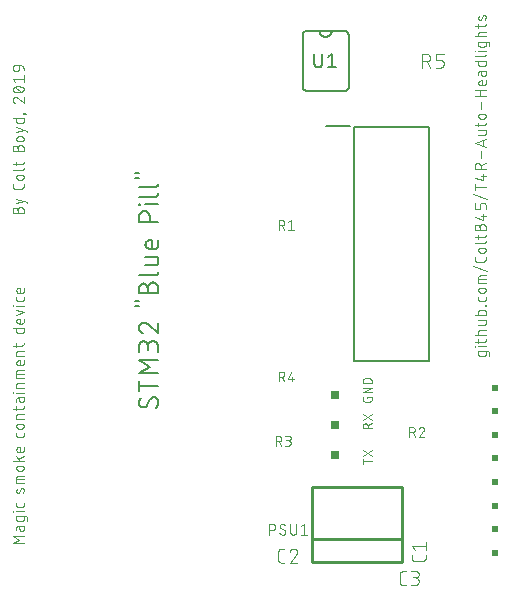
<source format=gbr>
G04 EAGLE Gerber RS-274X export*
G75*
%MOMM*%
%FSLAX34Y34*%
%LPD*%
%INSilkscreen Top*%
%IPPOS*%
%AMOC8*
5,1,8,0,0,1.08239X$1,22.5*%
G01*
%ADD10C,0.152400*%
%ADD11C,0.076200*%
%ADD12C,0.127000*%
%ADD13C,0.101600*%
%ADD14C,0.254000*%
%ADD15C,0.200000*%
%ADD16R,0.508000X0.508000*%
%ADD17R,0.635000X0.635000*%


D10*
X138938Y209381D02*
X138936Y209499D01*
X138930Y209617D01*
X138921Y209735D01*
X138907Y209852D01*
X138890Y209969D01*
X138869Y210086D01*
X138844Y210201D01*
X138815Y210316D01*
X138782Y210430D01*
X138746Y210542D01*
X138706Y210653D01*
X138663Y210763D01*
X138616Y210872D01*
X138566Y210979D01*
X138511Y211084D01*
X138454Y211187D01*
X138393Y211288D01*
X138329Y211388D01*
X138262Y211485D01*
X138192Y211580D01*
X138118Y211672D01*
X138042Y211763D01*
X137962Y211850D01*
X137880Y211935D01*
X137795Y212017D01*
X137708Y212097D01*
X137617Y212173D01*
X137525Y212247D01*
X137430Y212317D01*
X137333Y212384D01*
X137233Y212448D01*
X137132Y212509D01*
X137029Y212566D01*
X136924Y212621D01*
X136817Y212671D01*
X136708Y212718D01*
X136598Y212761D01*
X136487Y212801D01*
X136375Y212837D01*
X136261Y212870D01*
X136146Y212899D01*
X136031Y212924D01*
X135914Y212945D01*
X135797Y212962D01*
X135680Y212976D01*
X135562Y212985D01*
X135444Y212991D01*
X135326Y212993D01*
X138938Y209381D02*
X138936Y209198D01*
X138929Y209016D01*
X138918Y208834D01*
X138903Y208652D01*
X138883Y208470D01*
X138860Y208289D01*
X138831Y208109D01*
X138799Y207929D01*
X138762Y207750D01*
X138721Y207573D01*
X138675Y207396D01*
X138626Y207220D01*
X138572Y207046D01*
X138514Y206872D01*
X138452Y206701D01*
X138386Y206531D01*
X138315Y206362D01*
X138241Y206195D01*
X138163Y206030D01*
X138081Y205867D01*
X137995Y205706D01*
X137905Y205547D01*
X137811Y205390D01*
X137714Y205236D01*
X137613Y205084D01*
X137508Y204934D01*
X137400Y204787D01*
X137289Y204643D01*
X137174Y204501D01*
X137055Y204362D01*
X136933Y204226D01*
X136808Y204093D01*
X136680Y203963D01*
X126294Y204414D02*
X126176Y204416D01*
X126058Y204422D01*
X125940Y204431D01*
X125823Y204445D01*
X125706Y204462D01*
X125589Y204483D01*
X125474Y204508D01*
X125359Y204537D01*
X125245Y204570D01*
X125133Y204606D01*
X125022Y204646D01*
X124912Y204689D01*
X124803Y204736D01*
X124696Y204786D01*
X124591Y204841D01*
X124488Y204898D01*
X124387Y204959D01*
X124287Y205023D01*
X124190Y205090D01*
X124095Y205160D01*
X124003Y205234D01*
X123912Y205310D01*
X123825Y205390D01*
X123740Y205472D01*
X123658Y205557D01*
X123578Y205644D01*
X123502Y205735D01*
X123428Y205827D01*
X123358Y205922D01*
X123291Y206019D01*
X123227Y206119D01*
X123166Y206220D01*
X123109Y206323D01*
X123054Y206428D01*
X123004Y206535D01*
X122957Y206644D01*
X122914Y206754D01*
X122874Y206865D01*
X122838Y206977D01*
X122805Y207091D01*
X122776Y207206D01*
X122751Y207321D01*
X122730Y207438D01*
X122713Y207555D01*
X122699Y207672D01*
X122690Y207790D01*
X122684Y207908D01*
X122682Y208026D01*
X122684Y208187D01*
X122690Y208349D01*
X122699Y208510D01*
X122713Y208671D01*
X122730Y208831D01*
X122751Y208991D01*
X122776Y209151D01*
X122805Y209310D01*
X122837Y209468D01*
X122873Y209625D01*
X122913Y209781D01*
X122957Y209937D01*
X123005Y210091D01*
X123056Y210244D01*
X123110Y210396D01*
X123169Y210547D01*
X123230Y210696D01*
X123296Y210843D01*
X123365Y210989D01*
X123437Y211134D01*
X123513Y211276D01*
X123592Y211417D01*
X123674Y211556D01*
X123760Y211692D01*
X123849Y211827D01*
X123941Y211960D01*
X124037Y212090D01*
X129455Y206219D02*
X129393Y206118D01*
X129328Y206018D01*
X129259Y205921D01*
X129187Y205826D01*
X129113Y205733D01*
X129035Y205643D01*
X128954Y205555D01*
X128871Y205470D01*
X128785Y205388D01*
X128696Y205309D01*
X128605Y205232D01*
X128511Y205159D01*
X128415Y205088D01*
X128317Y205021D01*
X128217Y204957D01*
X128114Y204896D01*
X128010Y204839D01*
X127904Y204785D01*
X127796Y204735D01*
X127687Y204688D01*
X127576Y204644D01*
X127464Y204604D01*
X127350Y204568D01*
X127236Y204536D01*
X127120Y204507D01*
X127004Y204482D01*
X126887Y204461D01*
X126769Y204444D01*
X126651Y204430D01*
X126532Y204421D01*
X126413Y204415D01*
X126294Y204413D01*
X132165Y211187D02*
X132227Y211288D01*
X132292Y211388D01*
X132361Y211485D01*
X132433Y211580D01*
X132507Y211673D01*
X132585Y211763D01*
X132666Y211851D01*
X132749Y211936D01*
X132835Y212018D01*
X132924Y212097D01*
X133015Y212174D01*
X133109Y212247D01*
X133205Y212318D01*
X133303Y212385D01*
X133403Y212449D01*
X133506Y212510D01*
X133610Y212567D01*
X133716Y212621D01*
X133824Y212671D01*
X133933Y212718D01*
X134044Y212762D01*
X134156Y212802D01*
X134270Y212838D01*
X134384Y212870D01*
X134500Y212899D01*
X134616Y212924D01*
X134733Y212945D01*
X134851Y212962D01*
X134969Y212976D01*
X135088Y212985D01*
X135207Y212991D01*
X135326Y212993D01*
X132165Y211187D02*
X129455Y206220D01*
X122682Y222546D02*
X138938Y222546D01*
X122682Y218030D02*
X122682Y227061D01*
X122682Y233279D02*
X138938Y233279D01*
X131713Y238698D02*
X122682Y233279D01*
X131713Y238698D02*
X122682Y244117D01*
X138938Y244117D01*
X138938Y251377D02*
X138938Y255892D01*
X138936Y256025D01*
X138930Y256157D01*
X138920Y256289D01*
X138907Y256421D01*
X138889Y256553D01*
X138868Y256683D01*
X138843Y256814D01*
X138814Y256943D01*
X138781Y257071D01*
X138745Y257199D01*
X138705Y257325D01*
X138661Y257450D01*
X138613Y257574D01*
X138562Y257696D01*
X138507Y257817D01*
X138449Y257936D01*
X138387Y258054D01*
X138322Y258169D01*
X138253Y258283D01*
X138182Y258394D01*
X138106Y258503D01*
X138028Y258610D01*
X137947Y258715D01*
X137862Y258817D01*
X137775Y258917D01*
X137685Y259014D01*
X137592Y259109D01*
X137496Y259200D01*
X137398Y259289D01*
X137297Y259375D01*
X137193Y259458D01*
X137087Y259538D01*
X136979Y259614D01*
X136869Y259688D01*
X136756Y259758D01*
X136642Y259825D01*
X136525Y259888D01*
X136407Y259948D01*
X136287Y260005D01*
X136165Y260058D01*
X136042Y260107D01*
X135918Y260153D01*
X135792Y260195D01*
X135665Y260233D01*
X135537Y260268D01*
X135408Y260299D01*
X135279Y260326D01*
X135148Y260349D01*
X135017Y260369D01*
X134885Y260384D01*
X134753Y260396D01*
X134621Y260404D01*
X134488Y260408D01*
X134356Y260408D01*
X134223Y260404D01*
X134091Y260396D01*
X133959Y260384D01*
X133827Y260369D01*
X133696Y260349D01*
X133565Y260326D01*
X133436Y260299D01*
X133307Y260268D01*
X133179Y260233D01*
X133052Y260195D01*
X132926Y260153D01*
X132802Y260107D01*
X132679Y260058D01*
X132557Y260005D01*
X132437Y259948D01*
X132319Y259888D01*
X132202Y259825D01*
X132088Y259758D01*
X131975Y259688D01*
X131865Y259614D01*
X131757Y259538D01*
X131651Y259458D01*
X131547Y259375D01*
X131446Y259289D01*
X131348Y259200D01*
X131252Y259109D01*
X131159Y259014D01*
X131069Y258917D01*
X130982Y258817D01*
X130897Y258715D01*
X130816Y258610D01*
X130738Y258503D01*
X130662Y258394D01*
X130591Y258283D01*
X130522Y258169D01*
X130457Y258054D01*
X130395Y257936D01*
X130337Y257817D01*
X130282Y257696D01*
X130231Y257574D01*
X130183Y257450D01*
X130139Y257325D01*
X130099Y257199D01*
X130063Y257071D01*
X130030Y256943D01*
X130001Y256814D01*
X129976Y256683D01*
X129955Y256553D01*
X129937Y256421D01*
X129924Y256289D01*
X129914Y256157D01*
X129908Y256025D01*
X129906Y255892D01*
X122682Y256795D02*
X122682Y251377D01*
X122682Y256795D02*
X122684Y256914D01*
X122690Y257034D01*
X122700Y257153D01*
X122714Y257271D01*
X122731Y257390D01*
X122753Y257507D01*
X122778Y257624D01*
X122808Y257739D01*
X122841Y257854D01*
X122878Y257968D01*
X122918Y258080D01*
X122963Y258191D01*
X123011Y258300D01*
X123062Y258408D01*
X123117Y258514D01*
X123176Y258618D01*
X123238Y258720D01*
X123303Y258820D01*
X123372Y258918D01*
X123444Y259014D01*
X123519Y259107D01*
X123596Y259197D01*
X123677Y259285D01*
X123761Y259370D01*
X123848Y259452D01*
X123937Y259532D01*
X124029Y259608D01*
X124123Y259682D01*
X124220Y259752D01*
X124318Y259819D01*
X124419Y259883D01*
X124523Y259943D01*
X124628Y260000D01*
X124735Y260053D01*
X124843Y260103D01*
X124953Y260149D01*
X125065Y260191D01*
X125178Y260230D01*
X125292Y260265D01*
X125407Y260296D01*
X125524Y260324D01*
X125641Y260347D01*
X125758Y260367D01*
X125877Y260383D01*
X125996Y260395D01*
X126115Y260403D01*
X126234Y260407D01*
X126354Y260407D01*
X126473Y260403D01*
X126592Y260395D01*
X126711Y260383D01*
X126830Y260367D01*
X126947Y260347D01*
X127064Y260324D01*
X127181Y260296D01*
X127296Y260265D01*
X127410Y260230D01*
X127523Y260191D01*
X127635Y260149D01*
X127745Y260103D01*
X127853Y260053D01*
X127960Y260000D01*
X128065Y259943D01*
X128169Y259883D01*
X128270Y259819D01*
X128368Y259752D01*
X128465Y259682D01*
X128559Y259608D01*
X128651Y259532D01*
X128740Y259452D01*
X128827Y259370D01*
X128911Y259285D01*
X128992Y259197D01*
X129069Y259107D01*
X129144Y259014D01*
X129216Y258918D01*
X129285Y258820D01*
X129350Y258720D01*
X129412Y258618D01*
X129471Y258514D01*
X129526Y258408D01*
X129577Y258300D01*
X129625Y258191D01*
X129670Y258080D01*
X129710Y257968D01*
X129747Y257854D01*
X129780Y257739D01*
X129810Y257624D01*
X129835Y257507D01*
X129857Y257390D01*
X129874Y257271D01*
X129888Y257153D01*
X129898Y257034D01*
X129904Y256914D01*
X129906Y256795D01*
X129907Y256795D02*
X129907Y253183D01*
X122682Y271975D02*
X122684Y272100D01*
X122690Y272225D01*
X122699Y272350D01*
X122713Y272474D01*
X122730Y272598D01*
X122751Y272722D01*
X122776Y272844D01*
X122805Y272966D01*
X122837Y273087D01*
X122873Y273207D01*
X122913Y273326D01*
X122956Y273443D01*
X123003Y273559D01*
X123054Y273674D01*
X123108Y273786D01*
X123166Y273898D01*
X123226Y274007D01*
X123291Y274114D01*
X123358Y274220D01*
X123429Y274323D01*
X123503Y274424D01*
X123580Y274523D01*
X123660Y274619D01*
X123743Y274713D01*
X123828Y274804D01*
X123917Y274893D01*
X124008Y274978D01*
X124102Y275061D01*
X124198Y275141D01*
X124297Y275218D01*
X124398Y275292D01*
X124501Y275363D01*
X124607Y275430D01*
X124714Y275495D01*
X124823Y275555D01*
X124935Y275613D01*
X125047Y275667D01*
X125162Y275718D01*
X125278Y275765D01*
X125395Y275808D01*
X125514Y275848D01*
X125634Y275884D01*
X125755Y275916D01*
X125877Y275945D01*
X125999Y275970D01*
X126123Y275991D01*
X126247Y276008D01*
X126371Y276022D01*
X126496Y276031D01*
X126621Y276037D01*
X126746Y276039D01*
X122682Y271975D02*
X122684Y271832D01*
X122690Y271690D01*
X122700Y271547D01*
X122713Y271405D01*
X122731Y271264D01*
X122752Y271122D01*
X122777Y270982D01*
X122806Y270842D01*
X122839Y270703D01*
X122876Y270565D01*
X122916Y270428D01*
X122960Y270293D01*
X123008Y270158D01*
X123060Y270025D01*
X123115Y269893D01*
X123174Y269763D01*
X123236Y269635D01*
X123302Y269508D01*
X123371Y269383D01*
X123443Y269260D01*
X123519Y269139D01*
X123598Y269021D01*
X123681Y268904D01*
X123766Y268790D01*
X123855Y268678D01*
X123946Y268569D01*
X124041Y268462D01*
X124138Y268357D01*
X124239Y268256D01*
X124342Y268157D01*
X124447Y268061D01*
X124556Y267968D01*
X124667Y267878D01*
X124780Y267791D01*
X124895Y267707D01*
X125013Y267627D01*
X125133Y267549D01*
X125255Y267475D01*
X125379Y267405D01*
X125505Y267337D01*
X125633Y267274D01*
X125762Y267213D01*
X125893Y267156D01*
X126025Y267103D01*
X126159Y267054D01*
X126294Y267008D01*
X129907Y274684D02*
X129815Y274778D01*
X129721Y274868D01*
X129624Y274956D01*
X129524Y275041D01*
X129422Y275123D01*
X129317Y275201D01*
X129210Y275277D01*
X129101Y275349D01*
X128990Y275418D01*
X128876Y275484D01*
X128761Y275546D01*
X128644Y275605D01*
X128525Y275660D01*
X128405Y275711D01*
X128283Y275759D01*
X128160Y275804D01*
X128036Y275844D01*
X127910Y275881D01*
X127783Y275914D01*
X127656Y275943D01*
X127527Y275969D01*
X127398Y275990D01*
X127268Y276008D01*
X127138Y276021D01*
X127008Y276031D01*
X126877Y276037D01*
X126746Y276039D01*
X129907Y274684D02*
X138938Y267008D01*
X138938Y276039D01*
X122682Y290107D02*
X119070Y290107D01*
X119070Y294623D02*
X122682Y294623D01*
X129907Y301087D02*
X129907Y305602D01*
X129906Y305602D02*
X129908Y305735D01*
X129914Y305867D01*
X129924Y305999D01*
X129937Y306131D01*
X129955Y306263D01*
X129976Y306393D01*
X130001Y306524D01*
X130030Y306653D01*
X130063Y306781D01*
X130099Y306909D01*
X130139Y307035D01*
X130183Y307160D01*
X130231Y307284D01*
X130282Y307406D01*
X130337Y307527D01*
X130395Y307646D01*
X130457Y307764D01*
X130522Y307879D01*
X130591Y307993D01*
X130662Y308104D01*
X130738Y308213D01*
X130816Y308320D01*
X130897Y308425D01*
X130982Y308527D01*
X131069Y308627D01*
X131159Y308724D01*
X131252Y308819D01*
X131348Y308910D01*
X131446Y308999D01*
X131547Y309085D01*
X131651Y309168D01*
X131757Y309248D01*
X131865Y309324D01*
X131975Y309398D01*
X132088Y309468D01*
X132202Y309535D01*
X132319Y309598D01*
X132437Y309658D01*
X132557Y309715D01*
X132679Y309768D01*
X132802Y309817D01*
X132926Y309863D01*
X133052Y309905D01*
X133179Y309943D01*
X133307Y309978D01*
X133436Y310009D01*
X133565Y310036D01*
X133696Y310059D01*
X133827Y310079D01*
X133959Y310094D01*
X134091Y310106D01*
X134223Y310114D01*
X134356Y310118D01*
X134488Y310118D01*
X134621Y310114D01*
X134753Y310106D01*
X134885Y310094D01*
X135017Y310079D01*
X135148Y310059D01*
X135279Y310036D01*
X135408Y310009D01*
X135537Y309978D01*
X135665Y309943D01*
X135792Y309905D01*
X135918Y309863D01*
X136042Y309817D01*
X136165Y309768D01*
X136287Y309715D01*
X136407Y309658D01*
X136525Y309598D01*
X136642Y309535D01*
X136756Y309468D01*
X136869Y309398D01*
X136979Y309324D01*
X137087Y309248D01*
X137193Y309168D01*
X137297Y309085D01*
X137398Y308999D01*
X137496Y308910D01*
X137592Y308819D01*
X137685Y308724D01*
X137775Y308627D01*
X137862Y308527D01*
X137947Y308425D01*
X138028Y308320D01*
X138106Y308213D01*
X138182Y308104D01*
X138253Y307993D01*
X138322Y307879D01*
X138387Y307764D01*
X138449Y307646D01*
X138507Y307527D01*
X138562Y307406D01*
X138613Y307284D01*
X138661Y307160D01*
X138705Y307035D01*
X138745Y306909D01*
X138781Y306781D01*
X138814Y306653D01*
X138843Y306524D01*
X138868Y306393D01*
X138889Y306263D01*
X138907Y306131D01*
X138920Y305999D01*
X138930Y305867D01*
X138936Y305735D01*
X138938Y305602D01*
X138938Y301087D01*
X122682Y301087D01*
X122682Y305602D01*
X122684Y305721D01*
X122690Y305841D01*
X122700Y305960D01*
X122714Y306078D01*
X122731Y306197D01*
X122753Y306314D01*
X122778Y306431D01*
X122808Y306546D01*
X122841Y306661D01*
X122878Y306775D01*
X122918Y306887D01*
X122963Y306998D01*
X123011Y307107D01*
X123062Y307215D01*
X123117Y307321D01*
X123176Y307425D01*
X123238Y307527D01*
X123303Y307627D01*
X123372Y307725D01*
X123444Y307821D01*
X123519Y307914D01*
X123596Y308004D01*
X123677Y308092D01*
X123761Y308177D01*
X123848Y308259D01*
X123937Y308339D01*
X124029Y308415D01*
X124123Y308489D01*
X124220Y308559D01*
X124318Y308626D01*
X124419Y308690D01*
X124523Y308750D01*
X124628Y308807D01*
X124735Y308860D01*
X124843Y308910D01*
X124953Y308956D01*
X125065Y308998D01*
X125178Y309037D01*
X125292Y309072D01*
X125407Y309103D01*
X125524Y309131D01*
X125641Y309154D01*
X125758Y309174D01*
X125877Y309190D01*
X125996Y309202D01*
X126115Y309210D01*
X126234Y309214D01*
X126354Y309214D01*
X126473Y309210D01*
X126592Y309202D01*
X126711Y309190D01*
X126830Y309174D01*
X126947Y309154D01*
X127064Y309131D01*
X127181Y309103D01*
X127296Y309072D01*
X127410Y309037D01*
X127523Y308998D01*
X127635Y308956D01*
X127745Y308910D01*
X127853Y308860D01*
X127960Y308807D01*
X128065Y308750D01*
X128169Y308690D01*
X128270Y308626D01*
X128368Y308559D01*
X128465Y308489D01*
X128559Y308415D01*
X128651Y308339D01*
X128740Y308259D01*
X128827Y308177D01*
X128911Y308092D01*
X128992Y308004D01*
X129069Y307914D01*
X129144Y307821D01*
X129216Y307725D01*
X129285Y307627D01*
X129350Y307527D01*
X129412Y307425D01*
X129471Y307321D01*
X129526Y307215D01*
X129577Y307107D01*
X129625Y306998D01*
X129670Y306887D01*
X129710Y306775D01*
X129747Y306661D01*
X129780Y306546D01*
X129810Y306431D01*
X129835Y306314D01*
X129857Y306197D01*
X129874Y306078D01*
X129888Y305960D01*
X129898Y305841D01*
X129904Y305721D01*
X129906Y305602D01*
X136229Y316084D02*
X122682Y316084D01*
X136229Y316084D02*
X136330Y316086D01*
X136431Y316092D01*
X136532Y316101D01*
X136633Y316114D01*
X136733Y316131D01*
X136832Y316152D01*
X136930Y316176D01*
X137027Y316204D01*
X137124Y316236D01*
X137219Y316271D01*
X137312Y316310D01*
X137404Y316352D01*
X137495Y316398D01*
X137584Y316447D01*
X137670Y316499D01*
X137755Y316555D01*
X137838Y316613D01*
X137918Y316675D01*
X137996Y316740D01*
X138072Y316807D01*
X138145Y316877D01*
X138215Y316950D01*
X138282Y317026D01*
X138347Y317104D01*
X138409Y317184D01*
X138467Y317267D01*
X138523Y317352D01*
X138575Y317439D01*
X138624Y317527D01*
X138670Y317618D01*
X138712Y317710D01*
X138751Y317803D01*
X138786Y317898D01*
X138818Y317995D01*
X138846Y318092D01*
X138870Y318190D01*
X138891Y318289D01*
X138908Y318389D01*
X138921Y318490D01*
X138930Y318591D01*
X138936Y318692D01*
X138938Y318793D01*
X136229Y324705D02*
X128101Y324705D01*
X136229Y324705D02*
X136330Y324707D01*
X136431Y324713D01*
X136532Y324722D01*
X136633Y324735D01*
X136733Y324752D01*
X136832Y324773D01*
X136930Y324797D01*
X137027Y324825D01*
X137124Y324857D01*
X137219Y324892D01*
X137312Y324931D01*
X137404Y324973D01*
X137495Y325019D01*
X137584Y325068D01*
X137670Y325120D01*
X137755Y325176D01*
X137838Y325234D01*
X137918Y325296D01*
X137996Y325361D01*
X138072Y325428D01*
X138145Y325498D01*
X138215Y325571D01*
X138282Y325647D01*
X138347Y325725D01*
X138409Y325805D01*
X138467Y325888D01*
X138523Y325973D01*
X138575Y326060D01*
X138624Y326148D01*
X138670Y326239D01*
X138712Y326331D01*
X138751Y326424D01*
X138786Y326519D01*
X138818Y326616D01*
X138846Y326713D01*
X138870Y326811D01*
X138891Y326910D01*
X138908Y327010D01*
X138921Y327111D01*
X138930Y327212D01*
X138936Y327313D01*
X138938Y327414D01*
X138938Y331929D01*
X128101Y331929D01*
X138938Y341482D02*
X138938Y345998D01*
X138938Y341482D02*
X138936Y341381D01*
X138930Y341280D01*
X138921Y341179D01*
X138908Y341078D01*
X138891Y340978D01*
X138870Y340879D01*
X138846Y340781D01*
X138818Y340684D01*
X138786Y340587D01*
X138751Y340492D01*
X138712Y340399D01*
X138670Y340307D01*
X138624Y340216D01*
X138575Y340128D01*
X138523Y340041D01*
X138467Y339956D01*
X138409Y339873D01*
X138347Y339793D01*
X138282Y339715D01*
X138215Y339639D01*
X138145Y339566D01*
X138072Y339496D01*
X137996Y339429D01*
X137918Y339364D01*
X137838Y339302D01*
X137755Y339244D01*
X137670Y339188D01*
X137584Y339136D01*
X137495Y339087D01*
X137404Y339041D01*
X137312Y338999D01*
X137219Y338960D01*
X137124Y338925D01*
X137027Y338893D01*
X136930Y338865D01*
X136832Y338841D01*
X136733Y338820D01*
X136633Y338803D01*
X136532Y338790D01*
X136431Y338781D01*
X136330Y338775D01*
X136229Y338773D01*
X131713Y338773D01*
X131594Y338775D01*
X131474Y338781D01*
X131355Y338791D01*
X131237Y338805D01*
X131118Y338822D01*
X131001Y338844D01*
X130884Y338869D01*
X130769Y338899D01*
X130654Y338932D01*
X130540Y338969D01*
X130428Y339009D01*
X130317Y339054D01*
X130208Y339102D01*
X130100Y339153D01*
X129994Y339208D01*
X129890Y339267D01*
X129788Y339329D01*
X129688Y339394D01*
X129590Y339463D01*
X129494Y339535D01*
X129401Y339610D01*
X129311Y339687D01*
X129223Y339768D01*
X129138Y339852D01*
X129056Y339939D01*
X128976Y340028D01*
X128900Y340120D01*
X128826Y340214D01*
X128756Y340311D01*
X128689Y340409D01*
X128625Y340510D01*
X128565Y340614D01*
X128508Y340719D01*
X128455Y340826D01*
X128405Y340934D01*
X128359Y341044D01*
X128317Y341156D01*
X128278Y341269D01*
X128243Y341383D01*
X128212Y341498D01*
X128184Y341615D01*
X128161Y341732D01*
X128141Y341849D01*
X128125Y341968D01*
X128113Y342087D01*
X128105Y342206D01*
X128101Y342325D01*
X128101Y342445D01*
X128105Y342564D01*
X128113Y342683D01*
X128125Y342802D01*
X128141Y342921D01*
X128161Y343038D01*
X128184Y343155D01*
X128212Y343272D01*
X128243Y343387D01*
X128278Y343501D01*
X128317Y343614D01*
X128359Y343726D01*
X128405Y343836D01*
X128455Y343944D01*
X128508Y344051D01*
X128565Y344156D01*
X128625Y344260D01*
X128689Y344361D01*
X128756Y344459D01*
X128826Y344556D01*
X128900Y344650D01*
X128976Y344742D01*
X129056Y344831D01*
X129138Y344918D01*
X129223Y345002D01*
X129311Y345083D01*
X129401Y345160D01*
X129494Y345235D01*
X129590Y345307D01*
X129688Y345376D01*
X129788Y345441D01*
X129890Y345503D01*
X129994Y345562D01*
X130100Y345617D01*
X130208Y345668D01*
X130317Y345716D01*
X130428Y345761D01*
X130540Y345801D01*
X130654Y345838D01*
X130769Y345871D01*
X130884Y345901D01*
X131001Y345926D01*
X131118Y345948D01*
X131237Y345965D01*
X131355Y345979D01*
X131474Y345989D01*
X131594Y345995D01*
X131713Y345997D01*
X131713Y345998D02*
X133519Y345998D01*
X133519Y338773D01*
X138938Y361527D02*
X122682Y361527D01*
X122682Y366043D01*
X122684Y366176D01*
X122690Y366308D01*
X122700Y366440D01*
X122713Y366572D01*
X122731Y366704D01*
X122752Y366834D01*
X122777Y366965D01*
X122806Y367094D01*
X122839Y367222D01*
X122875Y367350D01*
X122915Y367476D01*
X122959Y367601D01*
X123007Y367725D01*
X123058Y367847D01*
X123113Y367968D01*
X123171Y368087D01*
X123233Y368205D01*
X123298Y368320D01*
X123367Y368434D01*
X123438Y368545D01*
X123514Y368654D01*
X123592Y368761D01*
X123673Y368866D01*
X123758Y368968D01*
X123845Y369068D01*
X123935Y369165D01*
X124028Y369260D01*
X124124Y369351D01*
X124222Y369440D01*
X124323Y369526D01*
X124427Y369609D01*
X124533Y369689D01*
X124641Y369765D01*
X124751Y369839D01*
X124864Y369909D01*
X124978Y369976D01*
X125095Y370039D01*
X125213Y370099D01*
X125333Y370156D01*
X125455Y370209D01*
X125578Y370258D01*
X125702Y370304D01*
X125828Y370346D01*
X125955Y370384D01*
X126083Y370419D01*
X126212Y370450D01*
X126341Y370477D01*
X126472Y370500D01*
X126603Y370520D01*
X126735Y370535D01*
X126867Y370547D01*
X126999Y370555D01*
X127132Y370559D01*
X127264Y370559D01*
X127397Y370555D01*
X127529Y370547D01*
X127661Y370535D01*
X127793Y370520D01*
X127924Y370500D01*
X128055Y370477D01*
X128184Y370450D01*
X128313Y370419D01*
X128441Y370384D01*
X128568Y370346D01*
X128694Y370304D01*
X128818Y370258D01*
X128941Y370209D01*
X129063Y370156D01*
X129183Y370099D01*
X129301Y370039D01*
X129418Y369976D01*
X129532Y369909D01*
X129645Y369839D01*
X129755Y369765D01*
X129863Y369689D01*
X129969Y369609D01*
X130073Y369526D01*
X130174Y369440D01*
X130272Y369351D01*
X130368Y369260D01*
X130461Y369165D01*
X130551Y369068D01*
X130638Y368968D01*
X130723Y368866D01*
X130804Y368761D01*
X130882Y368654D01*
X130958Y368545D01*
X131029Y368434D01*
X131098Y368320D01*
X131163Y368205D01*
X131225Y368087D01*
X131283Y367968D01*
X131338Y367847D01*
X131389Y367725D01*
X131437Y367601D01*
X131481Y367476D01*
X131521Y367350D01*
X131557Y367222D01*
X131590Y367094D01*
X131619Y366965D01*
X131644Y366834D01*
X131665Y366704D01*
X131683Y366572D01*
X131696Y366440D01*
X131706Y366308D01*
X131712Y366176D01*
X131714Y366043D01*
X131713Y366043D02*
X131713Y361527D01*
X128101Y376253D02*
X138938Y376253D01*
X123585Y375801D02*
X122682Y375801D01*
X122682Y376704D01*
X123585Y376704D01*
X123585Y375801D01*
X122682Y382777D02*
X136229Y382777D01*
X136330Y382779D01*
X136431Y382785D01*
X136532Y382794D01*
X136633Y382807D01*
X136733Y382824D01*
X136832Y382845D01*
X136930Y382869D01*
X137027Y382897D01*
X137124Y382929D01*
X137219Y382964D01*
X137312Y383003D01*
X137404Y383045D01*
X137495Y383091D01*
X137584Y383140D01*
X137670Y383192D01*
X137755Y383248D01*
X137838Y383306D01*
X137918Y383368D01*
X137996Y383433D01*
X138072Y383500D01*
X138145Y383570D01*
X138215Y383643D01*
X138282Y383719D01*
X138347Y383797D01*
X138409Y383877D01*
X138467Y383960D01*
X138523Y384045D01*
X138575Y384132D01*
X138624Y384220D01*
X138670Y384311D01*
X138712Y384403D01*
X138751Y384496D01*
X138786Y384591D01*
X138818Y384688D01*
X138846Y384785D01*
X138870Y384883D01*
X138891Y384982D01*
X138908Y385082D01*
X138921Y385183D01*
X138930Y385284D01*
X138936Y385385D01*
X138938Y385486D01*
X136229Y391114D02*
X122682Y391114D01*
X136229Y391114D02*
X136330Y391116D01*
X136431Y391122D01*
X136532Y391131D01*
X136633Y391144D01*
X136733Y391161D01*
X136832Y391182D01*
X136930Y391206D01*
X137027Y391234D01*
X137124Y391266D01*
X137219Y391301D01*
X137312Y391340D01*
X137404Y391382D01*
X137495Y391428D01*
X137584Y391477D01*
X137670Y391529D01*
X137755Y391585D01*
X137838Y391643D01*
X137918Y391705D01*
X137996Y391770D01*
X138072Y391837D01*
X138145Y391907D01*
X138215Y391980D01*
X138282Y392056D01*
X138347Y392134D01*
X138409Y392214D01*
X138467Y392297D01*
X138523Y392382D01*
X138575Y392469D01*
X138624Y392557D01*
X138670Y392648D01*
X138712Y392740D01*
X138751Y392833D01*
X138786Y392928D01*
X138818Y393025D01*
X138846Y393122D01*
X138870Y393220D01*
X138891Y393319D01*
X138908Y393419D01*
X138921Y393520D01*
X138930Y393621D01*
X138936Y393722D01*
X138938Y393823D01*
X122682Y398484D02*
X119070Y398484D01*
X119070Y402999D02*
X122682Y402999D01*
D11*
X25019Y89281D02*
X15621Y89281D01*
X20842Y92414D01*
X15621Y95546D01*
X25019Y95546D01*
X21364Y101556D02*
X21364Y103905D01*
X21365Y101556D02*
X21367Y101472D01*
X21373Y101387D01*
X21383Y101304D01*
X21396Y101220D01*
X21414Y101138D01*
X21435Y101056D01*
X21460Y100975D01*
X21488Y100896D01*
X21521Y100818D01*
X21557Y100742D01*
X21596Y100667D01*
X21639Y100594D01*
X21685Y100523D01*
X21734Y100455D01*
X21786Y100389D01*
X21842Y100325D01*
X21900Y100264D01*
X21961Y100206D01*
X22025Y100150D01*
X22091Y100098D01*
X22159Y100049D01*
X22230Y100003D01*
X22303Y99960D01*
X22378Y99921D01*
X22454Y99885D01*
X22532Y99852D01*
X22611Y99824D01*
X22692Y99799D01*
X22774Y99778D01*
X22856Y99760D01*
X22940Y99747D01*
X23023Y99737D01*
X23108Y99731D01*
X23192Y99729D01*
X23276Y99731D01*
X23361Y99737D01*
X23444Y99747D01*
X23528Y99760D01*
X23610Y99778D01*
X23692Y99799D01*
X23773Y99824D01*
X23852Y99852D01*
X23930Y99885D01*
X24006Y99921D01*
X24081Y99960D01*
X24154Y100003D01*
X24225Y100049D01*
X24293Y100098D01*
X24359Y100150D01*
X24423Y100206D01*
X24484Y100264D01*
X24542Y100325D01*
X24598Y100389D01*
X24650Y100455D01*
X24699Y100523D01*
X24745Y100594D01*
X24788Y100667D01*
X24827Y100742D01*
X24863Y100818D01*
X24896Y100896D01*
X24924Y100975D01*
X24949Y101056D01*
X24970Y101138D01*
X24988Y101220D01*
X25001Y101304D01*
X25011Y101387D01*
X25017Y101472D01*
X25019Y101556D01*
X25019Y103905D01*
X20320Y103905D01*
X20243Y103903D01*
X20167Y103897D01*
X20090Y103888D01*
X20014Y103875D01*
X19939Y103858D01*
X19865Y103838D01*
X19792Y103813D01*
X19721Y103786D01*
X19650Y103755D01*
X19582Y103720D01*
X19515Y103682D01*
X19450Y103641D01*
X19387Y103597D01*
X19327Y103550D01*
X19268Y103499D01*
X19213Y103446D01*
X19160Y103391D01*
X19109Y103332D01*
X19062Y103272D01*
X19018Y103209D01*
X18977Y103144D01*
X18939Y103077D01*
X18904Y103009D01*
X18873Y102938D01*
X18846Y102867D01*
X18821Y102794D01*
X18801Y102720D01*
X18784Y102645D01*
X18771Y102569D01*
X18762Y102492D01*
X18756Y102416D01*
X18754Y102339D01*
X18754Y100250D01*
X25019Y109524D02*
X25019Y112135D01*
X25019Y109524D02*
X25017Y109447D01*
X25011Y109371D01*
X25002Y109294D01*
X24989Y109218D01*
X24972Y109143D01*
X24952Y109069D01*
X24927Y108996D01*
X24900Y108925D01*
X24869Y108854D01*
X24834Y108786D01*
X24796Y108719D01*
X24755Y108654D01*
X24711Y108591D01*
X24664Y108531D01*
X24613Y108472D01*
X24560Y108417D01*
X24505Y108364D01*
X24446Y108313D01*
X24386Y108266D01*
X24323Y108222D01*
X24258Y108181D01*
X24191Y108143D01*
X24123Y108108D01*
X24052Y108077D01*
X23981Y108050D01*
X23908Y108025D01*
X23834Y108005D01*
X23759Y107988D01*
X23683Y107975D01*
X23606Y107966D01*
X23530Y107960D01*
X23453Y107958D01*
X20320Y107958D01*
X20243Y107960D01*
X20167Y107966D01*
X20090Y107975D01*
X20014Y107988D01*
X19939Y108005D01*
X19865Y108025D01*
X19792Y108050D01*
X19721Y108077D01*
X19650Y108108D01*
X19582Y108143D01*
X19515Y108181D01*
X19450Y108222D01*
X19387Y108266D01*
X19327Y108313D01*
X19268Y108364D01*
X19213Y108417D01*
X19160Y108472D01*
X19109Y108531D01*
X19062Y108591D01*
X19018Y108654D01*
X18977Y108719D01*
X18939Y108786D01*
X18904Y108854D01*
X18873Y108925D01*
X18846Y108996D01*
X18821Y109069D01*
X18801Y109143D01*
X18784Y109218D01*
X18771Y109294D01*
X18762Y109371D01*
X18756Y109447D01*
X18754Y109524D01*
X18754Y112135D01*
X26585Y112135D01*
X26585Y112134D02*
X26662Y112132D01*
X26738Y112126D01*
X26815Y112117D01*
X26891Y112104D01*
X26966Y112087D01*
X27040Y112067D01*
X27113Y112042D01*
X27184Y112015D01*
X27255Y111984D01*
X27323Y111949D01*
X27390Y111911D01*
X27455Y111870D01*
X27518Y111826D01*
X27578Y111779D01*
X27637Y111728D01*
X27692Y111675D01*
X27745Y111620D01*
X27796Y111561D01*
X27843Y111501D01*
X27887Y111438D01*
X27928Y111373D01*
X27966Y111306D01*
X28001Y111238D01*
X28032Y111167D01*
X28059Y111096D01*
X28084Y111023D01*
X28104Y110949D01*
X28121Y110874D01*
X28134Y110798D01*
X28143Y110721D01*
X28149Y110645D01*
X28151Y110568D01*
X28152Y110568D02*
X28152Y108480D01*
X25019Y116188D02*
X18754Y116188D01*
X16143Y115927D02*
X15621Y115927D01*
X15621Y116449D01*
X16143Y116449D01*
X16143Y115927D01*
X25019Y121467D02*
X25019Y123556D01*
X25019Y121467D02*
X25017Y121390D01*
X25011Y121314D01*
X25002Y121237D01*
X24989Y121161D01*
X24972Y121086D01*
X24952Y121012D01*
X24927Y120939D01*
X24900Y120868D01*
X24869Y120797D01*
X24834Y120729D01*
X24796Y120662D01*
X24755Y120597D01*
X24711Y120534D01*
X24664Y120474D01*
X24613Y120415D01*
X24560Y120360D01*
X24505Y120307D01*
X24446Y120256D01*
X24386Y120209D01*
X24323Y120165D01*
X24258Y120124D01*
X24191Y120086D01*
X24123Y120051D01*
X24052Y120020D01*
X23981Y119993D01*
X23908Y119968D01*
X23834Y119948D01*
X23759Y119931D01*
X23683Y119918D01*
X23606Y119909D01*
X23530Y119903D01*
X23453Y119901D01*
X20320Y119901D01*
X20243Y119903D01*
X20167Y119909D01*
X20090Y119918D01*
X20014Y119931D01*
X19939Y119948D01*
X19865Y119968D01*
X19792Y119993D01*
X19721Y120020D01*
X19650Y120051D01*
X19582Y120086D01*
X19515Y120124D01*
X19450Y120165D01*
X19387Y120209D01*
X19327Y120256D01*
X19268Y120307D01*
X19213Y120360D01*
X19160Y120415D01*
X19109Y120474D01*
X19062Y120534D01*
X19018Y120597D01*
X18977Y120662D01*
X18939Y120729D01*
X18904Y120797D01*
X18873Y120868D01*
X18846Y120939D01*
X18821Y121012D01*
X18801Y121086D01*
X18784Y121161D01*
X18771Y121237D01*
X18762Y121314D01*
X18756Y121390D01*
X18754Y121467D01*
X18754Y123556D01*
X21364Y132561D02*
X22408Y135171D01*
X21364Y132561D02*
X21336Y132495D01*
X21303Y132430D01*
X21268Y132367D01*
X21229Y132306D01*
X21187Y132247D01*
X21142Y132191D01*
X21094Y132137D01*
X21043Y132086D01*
X20990Y132037D01*
X20933Y131992D01*
X20875Y131949D01*
X20815Y131910D01*
X20752Y131873D01*
X20687Y131841D01*
X20621Y131812D01*
X20554Y131786D01*
X20485Y131764D01*
X20415Y131746D01*
X20344Y131731D01*
X20273Y131720D01*
X20201Y131713D01*
X20129Y131710D01*
X20057Y131711D01*
X19984Y131716D01*
X19913Y131724D01*
X19841Y131736D01*
X19771Y131752D01*
X19702Y131772D01*
X19633Y131796D01*
X19566Y131823D01*
X19501Y131853D01*
X19437Y131887D01*
X19375Y131925D01*
X19315Y131965D01*
X19258Y132009D01*
X19203Y132056D01*
X19150Y132106D01*
X19101Y132158D01*
X19054Y132213D01*
X19010Y132270D01*
X18969Y132330D01*
X18932Y132392D01*
X18897Y132456D01*
X18867Y132521D01*
X18839Y132588D01*
X18816Y132656D01*
X18796Y132726D01*
X18780Y132796D01*
X18767Y132867D01*
X18759Y132939D01*
X18754Y133011D01*
X18753Y133083D01*
X18754Y133083D02*
X18758Y133234D01*
X18766Y133385D01*
X18777Y133536D01*
X18793Y133687D01*
X18813Y133837D01*
X18836Y133987D01*
X18863Y134136D01*
X18894Y134284D01*
X18929Y134432D01*
X18967Y134578D01*
X19010Y134724D01*
X19056Y134868D01*
X19105Y135011D01*
X19158Y135153D01*
X19215Y135293D01*
X19276Y135432D01*
X22408Y135172D02*
X22436Y135238D01*
X22469Y135303D01*
X22504Y135366D01*
X22543Y135427D01*
X22585Y135486D01*
X22630Y135542D01*
X22678Y135596D01*
X22729Y135647D01*
X22782Y135696D01*
X22839Y135742D01*
X22897Y135784D01*
X22957Y135823D01*
X23020Y135860D01*
X23085Y135892D01*
X23151Y135921D01*
X23218Y135947D01*
X23287Y135969D01*
X23357Y135987D01*
X23428Y136002D01*
X23499Y136013D01*
X23571Y136020D01*
X23643Y136023D01*
X23715Y136022D01*
X23788Y136017D01*
X23859Y136009D01*
X23931Y135997D01*
X24001Y135981D01*
X24070Y135961D01*
X24139Y135937D01*
X24206Y135910D01*
X24271Y135880D01*
X24335Y135846D01*
X24397Y135808D01*
X24457Y135768D01*
X24514Y135724D01*
X24569Y135677D01*
X24622Y135627D01*
X24671Y135575D01*
X24718Y135520D01*
X24762Y135463D01*
X24803Y135403D01*
X24840Y135341D01*
X24875Y135277D01*
X24905Y135212D01*
X24933Y135145D01*
X24956Y135077D01*
X24976Y135007D01*
X24992Y134937D01*
X25005Y134866D01*
X25013Y134794D01*
X25018Y134722D01*
X25019Y134650D01*
X25014Y134440D01*
X25003Y134231D01*
X24988Y134022D01*
X24968Y133814D01*
X24942Y133606D01*
X24912Y133399D01*
X24877Y133192D01*
X24837Y132987D01*
X24793Y132782D01*
X24743Y132579D01*
X24689Y132376D01*
X24629Y132175D01*
X24566Y131976D01*
X24497Y131778D01*
X25019Y140182D02*
X18754Y140182D01*
X18754Y144881D01*
X18756Y144958D01*
X18762Y145034D01*
X18771Y145111D01*
X18784Y145187D01*
X18801Y145262D01*
X18821Y145336D01*
X18846Y145409D01*
X18873Y145480D01*
X18904Y145551D01*
X18939Y145619D01*
X18977Y145686D01*
X19018Y145751D01*
X19062Y145814D01*
X19109Y145874D01*
X19160Y145933D01*
X19213Y145988D01*
X19268Y146041D01*
X19327Y146092D01*
X19387Y146139D01*
X19450Y146183D01*
X19515Y146224D01*
X19582Y146262D01*
X19650Y146297D01*
X19721Y146328D01*
X19792Y146355D01*
X19865Y146380D01*
X19939Y146400D01*
X20014Y146417D01*
X20090Y146430D01*
X20167Y146439D01*
X20243Y146445D01*
X20320Y146447D01*
X20320Y146448D02*
X25019Y146448D01*
X25019Y143315D02*
X18754Y143315D01*
X20842Y150675D02*
X22931Y150675D01*
X20842Y150676D02*
X20752Y150678D01*
X20663Y150684D01*
X20573Y150693D01*
X20484Y150707D01*
X20396Y150724D01*
X20309Y150745D01*
X20222Y150770D01*
X20137Y150799D01*
X20053Y150831D01*
X19971Y150866D01*
X19890Y150906D01*
X19811Y150948D01*
X19734Y150994D01*
X19659Y151044D01*
X19586Y151096D01*
X19515Y151152D01*
X19447Y151210D01*
X19382Y151272D01*
X19319Y151336D01*
X19259Y151403D01*
X19202Y151472D01*
X19148Y151544D01*
X19097Y151618D01*
X19049Y151694D01*
X19005Y151772D01*
X18964Y151852D01*
X18926Y151934D01*
X18892Y152017D01*
X18862Y152102D01*
X18835Y152188D01*
X18812Y152274D01*
X18793Y152362D01*
X18778Y152451D01*
X18766Y152540D01*
X18758Y152629D01*
X18754Y152719D01*
X18754Y152809D01*
X18758Y152899D01*
X18766Y152988D01*
X18778Y153077D01*
X18793Y153166D01*
X18812Y153254D01*
X18835Y153340D01*
X18862Y153426D01*
X18892Y153511D01*
X18926Y153594D01*
X18964Y153676D01*
X19005Y153756D01*
X19049Y153834D01*
X19097Y153910D01*
X19148Y153984D01*
X19202Y154056D01*
X19259Y154125D01*
X19319Y154192D01*
X19382Y154256D01*
X19447Y154318D01*
X19515Y154376D01*
X19586Y154432D01*
X19659Y154484D01*
X19734Y154534D01*
X19811Y154580D01*
X19890Y154622D01*
X19971Y154662D01*
X20053Y154697D01*
X20137Y154729D01*
X20222Y154758D01*
X20309Y154783D01*
X20396Y154804D01*
X20484Y154821D01*
X20573Y154835D01*
X20663Y154844D01*
X20752Y154850D01*
X20842Y154852D01*
X22931Y154852D01*
X23021Y154850D01*
X23110Y154844D01*
X23200Y154835D01*
X23289Y154821D01*
X23377Y154804D01*
X23464Y154783D01*
X23551Y154758D01*
X23636Y154729D01*
X23720Y154697D01*
X23802Y154662D01*
X23883Y154622D01*
X23962Y154580D01*
X24039Y154534D01*
X24114Y154484D01*
X24187Y154432D01*
X24258Y154376D01*
X24326Y154318D01*
X24391Y154256D01*
X24454Y154192D01*
X24514Y154125D01*
X24571Y154056D01*
X24625Y153984D01*
X24676Y153910D01*
X24724Y153834D01*
X24768Y153756D01*
X24809Y153676D01*
X24847Y153594D01*
X24881Y153511D01*
X24911Y153426D01*
X24938Y153340D01*
X24961Y153254D01*
X24980Y153166D01*
X24995Y153077D01*
X25007Y152988D01*
X25015Y152899D01*
X25019Y152809D01*
X25019Y152719D01*
X25015Y152629D01*
X25007Y152540D01*
X24995Y152451D01*
X24980Y152362D01*
X24961Y152274D01*
X24938Y152188D01*
X24911Y152102D01*
X24881Y152017D01*
X24847Y151934D01*
X24809Y151852D01*
X24768Y151772D01*
X24724Y151694D01*
X24676Y151618D01*
X24625Y151544D01*
X24571Y151472D01*
X24514Y151403D01*
X24454Y151336D01*
X24391Y151272D01*
X24326Y151210D01*
X24258Y151152D01*
X24187Y151096D01*
X24114Y151044D01*
X24039Y150994D01*
X23962Y150948D01*
X23883Y150906D01*
X23802Y150866D01*
X23720Y150831D01*
X23636Y150799D01*
X23551Y150770D01*
X23464Y150745D01*
X23377Y150724D01*
X23289Y150707D01*
X23200Y150693D01*
X23110Y150684D01*
X23021Y150678D01*
X22931Y150676D01*
X25019Y159010D02*
X15621Y159010D01*
X18754Y163187D02*
X21886Y159010D01*
X20581Y160837D02*
X25019Y163187D01*
X25019Y168091D02*
X25019Y170702D01*
X25019Y168091D02*
X25017Y168014D01*
X25011Y167938D01*
X25002Y167861D01*
X24989Y167785D01*
X24972Y167710D01*
X24952Y167636D01*
X24927Y167563D01*
X24900Y167492D01*
X24869Y167421D01*
X24834Y167353D01*
X24796Y167286D01*
X24755Y167221D01*
X24711Y167158D01*
X24664Y167098D01*
X24613Y167039D01*
X24560Y166984D01*
X24505Y166931D01*
X24446Y166880D01*
X24386Y166833D01*
X24323Y166789D01*
X24258Y166748D01*
X24191Y166710D01*
X24123Y166675D01*
X24052Y166644D01*
X23981Y166617D01*
X23908Y166592D01*
X23834Y166572D01*
X23759Y166555D01*
X23683Y166542D01*
X23606Y166533D01*
X23530Y166527D01*
X23453Y166525D01*
X20842Y166525D01*
X20752Y166527D01*
X20663Y166533D01*
X20573Y166542D01*
X20484Y166556D01*
X20396Y166573D01*
X20309Y166594D01*
X20222Y166619D01*
X20137Y166648D01*
X20053Y166680D01*
X19971Y166715D01*
X19890Y166755D01*
X19811Y166797D01*
X19734Y166843D01*
X19659Y166893D01*
X19586Y166945D01*
X19515Y167001D01*
X19447Y167059D01*
X19382Y167121D01*
X19319Y167185D01*
X19259Y167252D01*
X19202Y167321D01*
X19148Y167393D01*
X19097Y167467D01*
X19049Y167543D01*
X19005Y167621D01*
X18964Y167701D01*
X18926Y167783D01*
X18892Y167866D01*
X18862Y167951D01*
X18835Y168037D01*
X18812Y168123D01*
X18793Y168211D01*
X18778Y168300D01*
X18766Y168389D01*
X18758Y168478D01*
X18754Y168568D01*
X18754Y168658D01*
X18758Y168748D01*
X18766Y168837D01*
X18778Y168926D01*
X18793Y169015D01*
X18812Y169103D01*
X18835Y169189D01*
X18862Y169275D01*
X18892Y169360D01*
X18926Y169443D01*
X18964Y169525D01*
X19005Y169605D01*
X19049Y169683D01*
X19097Y169759D01*
X19148Y169833D01*
X19202Y169905D01*
X19259Y169974D01*
X19319Y170041D01*
X19382Y170105D01*
X19447Y170167D01*
X19515Y170225D01*
X19586Y170281D01*
X19659Y170333D01*
X19734Y170383D01*
X19811Y170429D01*
X19890Y170471D01*
X19971Y170511D01*
X20053Y170546D01*
X20137Y170578D01*
X20222Y170607D01*
X20309Y170632D01*
X20396Y170653D01*
X20484Y170670D01*
X20573Y170684D01*
X20663Y170693D01*
X20752Y170699D01*
X20842Y170701D01*
X20842Y170702D02*
X21886Y170702D01*
X21886Y166525D01*
X25019Y180903D02*
X25019Y182991D01*
X25019Y180903D02*
X25017Y180826D01*
X25011Y180750D01*
X25002Y180673D01*
X24989Y180597D01*
X24972Y180522D01*
X24952Y180448D01*
X24927Y180375D01*
X24900Y180304D01*
X24869Y180233D01*
X24834Y180165D01*
X24796Y180098D01*
X24755Y180033D01*
X24711Y179970D01*
X24664Y179910D01*
X24613Y179851D01*
X24560Y179796D01*
X24505Y179743D01*
X24446Y179692D01*
X24386Y179645D01*
X24323Y179601D01*
X24258Y179560D01*
X24191Y179522D01*
X24123Y179487D01*
X24052Y179456D01*
X23981Y179429D01*
X23908Y179404D01*
X23834Y179384D01*
X23759Y179367D01*
X23683Y179354D01*
X23606Y179345D01*
X23530Y179339D01*
X23453Y179337D01*
X20320Y179337D01*
X20243Y179339D01*
X20167Y179345D01*
X20090Y179354D01*
X20014Y179367D01*
X19939Y179384D01*
X19865Y179404D01*
X19792Y179429D01*
X19721Y179456D01*
X19650Y179487D01*
X19582Y179522D01*
X19515Y179560D01*
X19450Y179601D01*
X19387Y179645D01*
X19327Y179692D01*
X19268Y179743D01*
X19213Y179796D01*
X19160Y179851D01*
X19109Y179910D01*
X19062Y179970D01*
X19018Y180033D01*
X18977Y180098D01*
X18939Y180165D01*
X18904Y180233D01*
X18873Y180304D01*
X18846Y180375D01*
X18821Y180448D01*
X18801Y180522D01*
X18784Y180597D01*
X18771Y180673D01*
X18762Y180750D01*
X18756Y180826D01*
X18754Y180903D01*
X18754Y182991D01*
X20842Y186337D02*
X22931Y186337D01*
X20842Y186337D02*
X20752Y186339D01*
X20663Y186345D01*
X20573Y186354D01*
X20484Y186368D01*
X20396Y186385D01*
X20309Y186406D01*
X20222Y186431D01*
X20137Y186460D01*
X20053Y186492D01*
X19971Y186527D01*
X19890Y186567D01*
X19811Y186609D01*
X19734Y186655D01*
X19659Y186705D01*
X19586Y186757D01*
X19515Y186813D01*
X19447Y186871D01*
X19382Y186933D01*
X19319Y186997D01*
X19259Y187064D01*
X19202Y187133D01*
X19148Y187205D01*
X19097Y187279D01*
X19049Y187355D01*
X19005Y187433D01*
X18964Y187513D01*
X18926Y187595D01*
X18892Y187678D01*
X18862Y187763D01*
X18835Y187849D01*
X18812Y187935D01*
X18793Y188023D01*
X18778Y188112D01*
X18766Y188201D01*
X18758Y188290D01*
X18754Y188380D01*
X18754Y188470D01*
X18758Y188560D01*
X18766Y188649D01*
X18778Y188738D01*
X18793Y188827D01*
X18812Y188915D01*
X18835Y189001D01*
X18862Y189087D01*
X18892Y189172D01*
X18926Y189255D01*
X18964Y189337D01*
X19005Y189417D01*
X19049Y189495D01*
X19097Y189571D01*
X19148Y189645D01*
X19202Y189717D01*
X19259Y189786D01*
X19319Y189853D01*
X19382Y189917D01*
X19447Y189979D01*
X19515Y190037D01*
X19586Y190093D01*
X19659Y190145D01*
X19734Y190195D01*
X19811Y190241D01*
X19890Y190283D01*
X19971Y190323D01*
X20053Y190358D01*
X20137Y190390D01*
X20222Y190419D01*
X20309Y190444D01*
X20396Y190465D01*
X20484Y190482D01*
X20573Y190496D01*
X20663Y190505D01*
X20752Y190511D01*
X20842Y190513D01*
X20842Y190514D02*
X22931Y190514D01*
X22931Y190513D02*
X23021Y190511D01*
X23110Y190505D01*
X23200Y190496D01*
X23289Y190482D01*
X23377Y190465D01*
X23464Y190444D01*
X23551Y190419D01*
X23636Y190390D01*
X23720Y190358D01*
X23802Y190323D01*
X23883Y190283D01*
X23962Y190241D01*
X24039Y190195D01*
X24114Y190145D01*
X24187Y190093D01*
X24258Y190037D01*
X24326Y189979D01*
X24391Y189917D01*
X24454Y189853D01*
X24514Y189786D01*
X24571Y189717D01*
X24625Y189645D01*
X24676Y189571D01*
X24724Y189495D01*
X24768Y189417D01*
X24809Y189337D01*
X24847Y189255D01*
X24881Y189172D01*
X24911Y189087D01*
X24938Y189001D01*
X24961Y188915D01*
X24980Y188827D01*
X24995Y188738D01*
X25007Y188649D01*
X25015Y188560D01*
X25019Y188470D01*
X25019Y188380D01*
X25015Y188290D01*
X25007Y188201D01*
X24995Y188112D01*
X24980Y188023D01*
X24961Y187935D01*
X24938Y187849D01*
X24911Y187763D01*
X24881Y187678D01*
X24847Y187595D01*
X24809Y187513D01*
X24768Y187433D01*
X24724Y187355D01*
X24676Y187279D01*
X24625Y187205D01*
X24571Y187133D01*
X24514Y187064D01*
X24454Y186997D01*
X24391Y186933D01*
X24326Y186871D01*
X24258Y186813D01*
X24187Y186757D01*
X24114Y186705D01*
X24039Y186655D01*
X23962Y186609D01*
X23883Y186567D01*
X23802Y186527D01*
X23720Y186492D01*
X23636Y186460D01*
X23551Y186431D01*
X23464Y186406D01*
X23377Y186385D01*
X23289Y186368D01*
X23200Y186354D01*
X23110Y186345D01*
X23021Y186339D01*
X22931Y186337D01*
X25019Y194566D02*
X18754Y194566D01*
X18754Y197177D01*
X18756Y197254D01*
X18762Y197330D01*
X18771Y197407D01*
X18784Y197483D01*
X18801Y197558D01*
X18821Y197632D01*
X18846Y197705D01*
X18873Y197776D01*
X18904Y197847D01*
X18939Y197915D01*
X18977Y197982D01*
X19018Y198047D01*
X19062Y198110D01*
X19109Y198170D01*
X19160Y198229D01*
X19213Y198284D01*
X19268Y198337D01*
X19327Y198388D01*
X19387Y198435D01*
X19450Y198479D01*
X19515Y198520D01*
X19582Y198558D01*
X19650Y198593D01*
X19721Y198624D01*
X19792Y198651D01*
X19865Y198676D01*
X19939Y198696D01*
X20014Y198713D01*
X20090Y198726D01*
X20166Y198735D01*
X20243Y198741D01*
X20320Y198743D01*
X25019Y198743D01*
X18754Y202027D02*
X18754Y205160D01*
X15621Y203071D02*
X23453Y203071D01*
X23453Y203072D02*
X23530Y203074D01*
X23606Y203080D01*
X23683Y203089D01*
X23759Y203102D01*
X23834Y203119D01*
X23908Y203139D01*
X23981Y203164D01*
X24052Y203191D01*
X24123Y203222D01*
X24191Y203257D01*
X24258Y203295D01*
X24323Y203336D01*
X24386Y203380D01*
X24446Y203427D01*
X24505Y203478D01*
X24560Y203531D01*
X24613Y203586D01*
X24664Y203645D01*
X24711Y203705D01*
X24755Y203768D01*
X24796Y203833D01*
X24834Y203900D01*
X24869Y203968D01*
X24900Y204039D01*
X24927Y204110D01*
X24952Y204183D01*
X24972Y204257D01*
X24989Y204332D01*
X25002Y204408D01*
X25011Y204485D01*
X25017Y204561D01*
X25019Y204638D01*
X25019Y205160D01*
X21364Y210369D02*
X21364Y212718D01*
X21365Y210369D02*
X21367Y210285D01*
X21373Y210200D01*
X21383Y210117D01*
X21396Y210033D01*
X21414Y209951D01*
X21435Y209869D01*
X21460Y209788D01*
X21488Y209709D01*
X21521Y209631D01*
X21557Y209555D01*
X21596Y209480D01*
X21639Y209407D01*
X21685Y209336D01*
X21734Y209268D01*
X21786Y209202D01*
X21842Y209138D01*
X21900Y209077D01*
X21961Y209019D01*
X22025Y208963D01*
X22091Y208911D01*
X22159Y208862D01*
X22230Y208816D01*
X22303Y208773D01*
X22378Y208734D01*
X22454Y208698D01*
X22532Y208665D01*
X22611Y208637D01*
X22692Y208612D01*
X22774Y208591D01*
X22856Y208573D01*
X22940Y208560D01*
X23023Y208550D01*
X23108Y208544D01*
X23192Y208542D01*
X23276Y208544D01*
X23361Y208550D01*
X23444Y208560D01*
X23528Y208573D01*
X23610Y208591D01*
X23692Y208612D01*
X23773Y208637D01*
X23852Y208665D01*
X23930Y208698D01*
X24006Y208734D01*
X24081Y208773D01*
X24154Y208816D01*
X24225Y208862D01*
X24293Y208911D01*
X24359Y208963D01*
X24423Y209019D01*
X24484Y209077D01*
X24542Y209138D01*
X24598Y209202D01*
X24650Y209268D01*
X24699Y209336D01*
X24745Y209407D01*
X24788Y209480D01*
X24827Y209555D01*
X24863Y209631D01*
X24896Y209709D01*
X24924Y209788D01*
X24949Y209869D01*
X24970Y209951D01*
X24988Y210033D01*
X25001Y210117D01*
X25011Y210200D01*
X25017Y210285D01*
X25019Y210369D01*
X25019Y212718D01*
X20320Y212718D01*
X20243Y212716D01*
X20167Y212710D01*
X20090Y212701D01*
X20014Y212688D01*
X19939Y212671D01*
X19865Y212651D01*
X19792Y212626D01*
X19721Y212599D01*
X19650Y212568D01*
X19582Y212533D01*
X19515Y212495D01*
X19450Y212454D01*
X19387Y212410D01*
X19327Y212363D01*
X19268Y212312D01*
X19213Y212259D01*
X19160Y212204D01*
X19109Y212145D01*
X19062Y212085D01*
X19018Y212022D01*
X18977Y211957D01*
X18939Y211890D01*
X18904Y211822D01*
X18873Y211751D01*
X18846Y211680D01*
X18821Y211607D01*
X18801Y211533D01*
X18784Y211458D01*
X18771Y211382D01*
X18762Y211305D01*
X18756Y211229D01*
X18754Y211152D01*
X18754Y209063D01*
X18754Y216771D02*
X25019Y216771D01*
X16143Y216510D02*
X15621Y216510D01*
X15621Y217032D01*
X16143Y217032D01*
X16143Y216510D01*
X18754Y220779D02*
X25019Y220779D01*
X18754Y220779D02*
X18754Y223389D01*
X18756Y223466D01*
X18762Y223542D01*
X18771Y223619D01*
X18784Y223695D01*
X18801Y223770D01*
X18821Y223844D01*
X18846Y223917D01*
X18873Y223988D01*
X18904Y224059D01*
X18939Y224127D01*
X18977Y224194D01*
X19018Y224259D01*
X19062Y224322D01*
X19109Y224382D01*
X19160Y224441D01*
X19213Y224496D01*
X19268Y224549D01*
X19327Y224600D01*
X19387Y224647D01*
X19450Y224691D01*
X19515Y224732D01*
X19582Y224770D01*
X19650Y224805D01*
X19721Y224836D01*
X19792Y224863D01*
X19865Y224888D01*
X19939Y224908D01*
X20014Y224925D01*
X20090Y224938D01*
X20166Y224947D01*
X20243Y224953D01*
X20320Y224955D01*
X20320Y224956D02*
X25019Y224956D01*
X25019Y229488D02*
X18754Y229488D01*
X18754Y234187D01*
X18756Y234264D01*
X18762Y234340D01*
X18771Y234417D01*
X18784Y234493D01*
X18801Y234568D01*
X18821Y234642D01*
X18846Y234715D01*
X18873Y234786D01*
X18904Y234857D01*
X18939Y234925D01*
X18977Y234992D01*
X19018Y235057D01*
X19062Y235120D01*
X19109Y235180D01*
X19160Y235239D01*
X19213Y235294D01*
X19268Y235347D01*
X19327Y235398D01*
X19387Y235445D01*
X19450Y235489D01*
X19515Y235530D01*
X19582Y235568D01*
X19650Y235603D01*
X19721Y235634D01*
X19792Y235661D01*
X19865Y235686D01*
X19939Y235706D01*
X20014Y235723D01*
X20090Y235736D01*
X20167Y235745D01*
X20243Y235751D01*
X20320Y235753D01*
X20320Y235754D02*
X25019Y235754D01*
X25019Y232621D02*
X18754Y232621D01*
X25019Y241547D02*
X25019Y244158D01*
X25019Y241547D02*
X25017Y241470D01*
X25011Y241394D01*
X25002Y241317D01*
X24989Y241241D01*
X24972Y241166D01*
X24952Y241092D01*
X24927Y241019D01*
X24900Y240948D01*
X24869Y240877D01*
X24834Y240809D01*
X24796Y240742D01*
X24755Y240677D01*
X24711Y240614D01*
X24664Y240554D01*
X24613Y240495D01*
X24560Y240440D01*
X24505Y240387D01*
X24446Y240336D01*
X24386Y240289D01*
X24323Y240245D01*
X24258Y240204D01*
X24191Y240166D01*
X24123Y240131D01*
X24052Y240100D01*
X23981Y240073D01*
X23908Y240048D01*
X23834Y240028D01*
X23759Y240011D01*
X23683Y239998D01*
X23606Y239989D01*
X23530Y239983D01*
X23453Y239981D01*
X20842Y239981D01*
X20842Y239982D02*
X20752Y239984D01*
X20663Y239990D01*
X20573Y239999D01*
X20484Y240013D01*
X20396Y240030D01*
X20309Y240051D01*
X20222Y240076D01*
X20137Y240105D01*
X20053Y240137D01*
X19971Y240172D01*
X19890Y240212D01*
X19811Y240254D01*
X19734Y240300D01*
X19659Y240350D01*
X19586Y240402D01*
X19515Y240458D01*
X19447Y240516D01*
X19382Y240578D01*
X19319Y240642D01*
X19259Y240709D01*
X19202Y240778D01*
X19148Y240850D01*
X19097Y240924D01*
X19049Y241000D01*
X19005Y241078D01*
X18964Y241158D01*
X18926Y241240D01*
X18892Y241323D01*
X18862Y241408D01*
X18835Y241494D01*
X18812Y241580D01*
X18793Y241668D01*
X18778Y241757D01*
X18766Y241846D01*
X18758Y241935D01*
X18754Y242025D01*
X18754Y242115D01*
X18758Y242205D01*
X18766Y242294D01*
X18778Y242383D01*
X18793Y242472D01*
X18812Y242560D01*
X18835Y242646D01*
X18862Y242732D01*
X18892Y242817D01*
X18926Y242900D01*
X18964Y242982D01*
X19005Y243062D01*
X19049Y243140D01*
X19097Y243216D01*
X19148Y243290D01*
X19202Y243362D01*
X19259Y243431D01*
X19319Y243498D01*
X19382Y243562D01*
X19447Y243624D01*
X19515Y243682D01*
X19586Y243738D01*
X19659Y243790D01*
X19734Y243840D01*
X19811Y243886D01*
X19890Y243928D01*
X19971Y243968D01*
X20053Y244003D01*
X20137Y244035D01*
X20222Y244064D01*
X20309Y244089D01*
X20396Y244110D01*
X20484Y244127D01*
X20573Y244141D01*
X20663Y244150D01*
X20752Y244156D01*
X20842Y244158D01*
X21886Y244158D01*
X21886Y239981D01*
X18754Y248211D02*
X25019Y248211D01*
X18754Y248211D02*
X18754Y250821D01*
X18756Y250898D01*
X18762Y250974D01*
X18771Y251051D01*
X18784Y251127D01*
X18801Y251202D01*
X18821Y251276D01*
X18846Y251349D01*
X18873Y251420D01*
X18904Y251491D01*
X18939Y251559D01*
X18977Y251626D01*
X19018Y251691D01*
X19062Y251754D01*
X19109Y251814D01*
X19160Y251873D01*
X19213Y251928D01*
X19268Y251981D01*
X19327Y252032D01*
X19387Y252079D01*
X19450Y252123D01*
X19515Y252164D01*
X19582Y252202D01*
X19650Y252237D01*
X19721Y252268D01*
X19792Y252295D01*
X19865Y252320D01*
X19939Y252340D01*
X20014Y252357D01*
X20090Y252370D01*
X20166Y252379D01*
X20243Y252385D01*
X20320Y252387D01*
X20320Y252388D02*
X25019Y252388D01*
X18754Y255672D02*
X18754Y258804D01*
X15621Y256716D02*
X23453Y256716D01*
X23530Y256718D01*
X23606Y256724D01*
X23683Y256733D01*
X23759Y256746D01*
X23834Y256763D01*
X23908Y256783D01*
X23981Y256808D01*
X24052Y256835D01*
X24123Y256866D01*
X24191Y256901D01*
X24258Y256939D01*
X24323Y256980D01*
X24386Y257024D01*
X24446Y257071D01*
X24505Y257122D01*
X24560Y257175D01*
X24613Y257230D01*
X24664Y257289D01*
X24711Y257349D01*
X24755Y257412D01*
X24796Y257477D01*
X24834Y257544D01*
X24869Y257612D01*
X24900Y257683D01*
X24927Y257754D01*
X24952Y257827D01*
X24972Y257901D01*
X24989Y257976D01*
X25002Y258052D01*
X25011Y258129D01*
X25017Y258205D01*
X25019Y258282D01*
X25019Y258804D01*
X25019Y271239D02*
X15621Y271239D01*
X25019Y271239D02*
X25019Y268629D01*
X25017Y268552D01*
X25011Y268476D01*
X25002Y268399D01*
X24989Y268323D01*
X24972Y268248D01*
X24952Y268174D01*
X24927Y268101D01*
X24900Y268030D01*
X24869Y267959D01*
X24834Y267891D01*
X24796Y267824D01*
X24755Y267759D01*
X24711Y267696D01*
X24664Y267636D01*
X24613Y267577D01*
X24560Y267522D01*
X24505Y267469D01*
X24446Y267418D01*
X24386Y267371D01*
X24323Y267327D01*
X24258Y267286D01*
X24191Y267248D01*
X24123Y267213D01*
X24052Y267182D01*
X23981Y267155D01*
X23908Y267130D01*
X23834Y267110D01*
X23759Y267093D01*
X23683Y267080D01*
X23606Y267071D01*
X23530Y267065D01*
X23453Y267063D01*
X20320Y267063D01*
X20243Y267065D01*
X20167Y267071D01*
X20090Y267080D01*
X20014Y267093D01*
X19939Y267110D01*
X19865Y267130D01*
X19792Y267155D01*
X19721Y267182D01*
X19650Y267213D01*
X19582Y267248D01*
X19515Y267286D01*
X19450Y267327D01*
X19387Y267371D01*
X19327Y267418D01*
X19268Y267469D01*
X19213Y267522D01*
X19160Y267577D01*
X19109Y267636D01*
X19062Y267696D01*
X19018Y267759D01*
X18977Y267824D01*
X18939Y267891D01*
X18904Y267959D01*
X18873Y268030D01*
X18846Y268101D01*
X18821Y268174D01*
X18801Y268248D01*
X18784Y268323D01*
X18771Y268399D01*
X18762Y268476D01*
X18756Y268552D01*
X18754Y268629D01*
X18754Y271239D01*
X25019Y276904D02*
X25019Y279515D01*
X25019Y276904D02*
X25017Y276827D01*
X25011Y276751D01*
X25002Y276674D01*
X24989Y276598D01*
X24972Y276523D01*
X24952Y276449D01*
X24927Y276376D01*
X24900Y276305D01*
X24869Y276234D01*
X24834Y276166D01*
X24796Y276099D01*
X24755Y276034D01*
X24711Y275971D01*
X24664Y275911D01*
X24613Y275852D01*
X24560Y275797D01*
X24505Y275744D01*
X24446Y275693D01*
X24386Y275646D01*
X24323Y275602D01*
X24258Y275561D01*
X24191Y275523D01*
X24123Y275488D01*
X24052Y275457D01*
X23981Y275430D01*
X23908Y275405D01*
X23834Y275385D01*
X23759Y275368D01*
X23683Y275355D01*
X23606Y275346D01*
X23530Y275340D01*
X23453Y275338D01*
X20842Y275338D01*
X20752Y275340D01*
X20663Y275346D01*
X20573Y275355D01*
X20484Y275369D01*
X20396Y275386D01*
X20309Y275407D01*
X20222Y275432D01*
X20137Y275461D01*
X20053Y275493D01*
X19971Y275528D01*
X19890Y275568D01*
X19811Y275610D01*
X19734Y275656D01*
X19659Y275706D01*
X19586Y275758D01*
X19515Y275814D01*
X19447Y275872D01*
X19382Y275934D01*
X19319Y275998D01*
X19259Y276065D01*
X19202Y276134D01*
X19148Y276206D01*
X19097Y276280D01*
X19049Y276356D01*
X19005Y276434D01*
X18964Y276514D01*
X18926Y276596D01*
X18892Y276679D01*
X18862Y276764D01*
X18835Y276850D01*
X18812Y276936D01*
X18793Y277024D01*
X18778Y277113D01*
X18766Y277202D01*
X18758Y277291D01*
X18754Y277381D01*
X18754Y277471D01*
X18758Y277561D01*
X18766Y277650D01*
X18778Y277739D01*
X18793Y277828D01*
X18812Y277916D01*
X18835Y278002D01*
X18862Y278088D01*
X18892Y278173D01*
X18926Y278256D01*
X18964Y278338D01*
X19005Y278418D01*
X19049Y278496D01*
X19097Y278572D01*
X19148Y278646D01*
X19202Y278718D01*
X19259Y278787D01*
X19319Y278854D01*
X19382Y278918D01*
X19447Y278980D01*
X19515Y279038D01*
X19586Y279094D01*
X19659Y279146D01*
X19734Y279196D01*
X19811Y279242D01*
X19890Y279284D01*
X19971Y279324D01*
X20053Y279359D01*
X20137Y279391D01*
X20222Y279420D01*
X20309Y279445D01*
X20396Y279466D01*
X20484Y279483D01*
X20573Y279497D01*
X20663Y279506D01*
X20752Y279512D01*
X20842Y279514D01*
X20842Y279515D02*
X21886Y279515D01*
X21886Y275338D01*
X18754Y282958D02*
X25019Y285046D01*
X18754Y287135D01*
X18754Y290532D02*
X25019Y290532D01*
X16143Y290271D02*
X15621Y290271D01*
X15621Y290794D01*
X16143Y290794D01*
X16143Y290271D01*
X25019Y295812D02*
X25019Y297900D01*
X25019Y295812D02*
X25017Y295735D01*
X25011Y295659D01*
X25002Y295582D01*
X24989Y295506D01*
X24972Y295431D01*
X24952Y295357D01*
X24927Y295284D01*
X24900Y295213D01*
X24869Y295142D01*
X24834Y295074D01*
X24796Y295007D01*
X24755Y294942D01*
X24711Y294879D01*
X24664Y294819D01*
X24613Y294760D01*
X24560Y294705D01*
X24505Y294652D01*
X24446Y294601D01*
X24386Y294554D01*
X24323Y294510D01*
X24258Y294469D01*
X24191Y294431D01*
X24123Y294396D01*
X24052Y294365D01*
X23981Y294338D01*
X23908Y294313D01*
X23834Y294293D01*
X23759Y294276D01*
X23683Y294263D01*
X23606Y294254D01*
X23530Y294248D01*
X23453Y294246D01*
X20320Y294246D01*
X20243Y294248D01*
X20167Y294254D01*
X20090Y294263D01*
X20014Y294276D01*
X19939Y294293D01*
X19865Y294313D01*
X19792Y294338D01*
X19721Y294365D01*
X19650Y294396D01*
X19582Y294431D01*
X19515Y294469D01*
X19450Y294510D01*
X19387Y294554D01*
X19327Y294601D01*
X19268Y294652D01*
X19213Y294705D01*
X19160Y294760D01*
X19109Y294819D01*
X19062Y294879D01*
X19018Y294942D01*
X18977Y295007D01*
X18939Y295074D01*
X18904Y295142D01*
X18873Y295213D01*
X18846Y295284D01*
X18821Y295357D01*
X18801Y295431D01*
X18784Y295506D01*
X18771Y295582D01*
X18762Y295659D01*
X18756Y295735D01*
X18754Y295812D01*
X18754Y297900D01*
X25019Y302812D02*
X25019Y305422D01*
X25019Y302812D02*
X25017Y302735D01*
X25011Y302659D01*
X25002Y302582D01*
X24989Y302506D01*
X24972Y302431D01*
X24952Y302357D01*
X24927Y302284D01*
X24900Y302213D01*
X24869Y302142D01*
X24834Y302074D01*
X24796Y302007D01*
X24755Y301942D01*
X24711Y301879D01*
X24664Y301819D01*
X24613Y301760D01*
X24560Y301705D01*
X24505Y301652D01*
X24446Y301601D01*
X24386Y301554D01*
X24323Y301510D01*
X24258Y301469D01*
X24191Y301431D01*
X24123Y301396D01*
X24052Y301365D01*
X23981Y301338D01*
X23908Y301313D01*
X23834Y301293D01*
X23759Y301276D01*
X23683Y301263D01*
X23606Y301254D01*
X23530Y301248D01*
X23453Y301246D01*
X20842Y301246D01*
X20752Y301248D01*
X20663Y301254D01*
X20573Y301263D01*
X20484Y301277D01*
X20396Y301294D01*
X20309Y301315D01*
X20222Y301340D01*
X20137Y301369D01*
X20053Y301401D01*
X19971Y301436D01*
X19890Y301476D01*
X19811Y301518D01*
X19734Y301564D01*
X19659Y301614D01*
X19586Y301666D01*
X19515Y301722D01*
X19447Y301780D01*
X19382Y301842D01*
X19319Y301906D01*
X19259Y301973D01*
X19202Y302042D01*
X19148Y302114D01*
X19097Y302188D01*
X19049Y302264D01*
X19005Y302342D01*
X18964Y302422D01*
X18926Y302504D01*
X18892Y302587D01*
X18862Y302672D01*
X18835Y302758D01*
X18812Y302844D01*
X18793Y302932D01*
X18778Y303021D01*
X18766Y303110D01*
X18758Y303199D01*
X18754Y303289D01*
X18754Y303379D01*
X18758Y303469D01*
X18766Y303558D01*
X18778Y303647D01*
X18793Y303736D01*
X18812Y303824D01*
X18835Y303910D01*
X18862Y303996D01*
X18892Y304081D01*
X18926Y304164D01*
X18964Y304246D01*
X19005Y304326D01*
X19049Y304404D01*
X19097Y304480D01*
X19148Y304554D01*
X19202Y304626D01*
X19259Y304695D01*
X19319Y304762D01*
X19382Y304826D01*
X19447Y304888D01*
X19515Y304946D01*
X19586Y305002D01*
X19659Y305054D01*
X19734Y305104D01*
X19811Y305150D01*
X19890Y305192D01*
X19971Y305232D01*
X20053Y305267D01*
X20137Y305299D01*
X20222Y305328D01*
X20309Y305353D01*
X20396Y305374D01*
X20484Y305391D01*
X20573Y305405D01*
X20663Y305414D01*
X20752Y305420D01*
X20842Y305422D01*
X21886Y305422D01*
X21886Y301246D01*
X19798Y368681D02*
X19798Y371292D01*
X19797Y371292D02*
X19799Y371393D01*
X19805Y371494D01*
X19815Y371595D01*
X19828Y371695D01*
X19846Y371795D01*
X19867Y371894D01*
X19893Y371992D01*
X19922Y372089D01*
X19954Y372185D01*
X19991Y372279D01*
X20031Y372372D01*
X20075Y372464D01*
X20122Y372553D01*
X20173Y372641D01*
X20227Y372727D01*
X20284Y372810D01*
X20344Y372892D01*
X20408Y372970D01*
X20474Y373047D01*
X20544Y373120D01*
X20616Y373191D01*
X20691Y373259D01*
X20769Y373324D01*
X20849Y373386D01*
X20931Y373445D01*
X21016Y373501D01*
X21103Y373553D01*
X21191Y373602D01*
X21282Y373648D01*
X21374Y373689D01*
X21468Y373728D01*
X21563Y373762D01*
X21659Y373793D01*
X21757Y373820D01*
X21855Y373844D01*
X21955Y373863D01*
X22055Y373879D01*
X22155Y373891D01*
X22256Y373899D01*
X22357Y373903D01*
X22459Y373903D01*
X22560Y373899D01*
X22661Y373891D01*
X22761Y373879D01*
X22861Y373863D01*
X22961Y373844D01*
X23059Y373820D01*
X23157Y373793D01*
X23253Y373762D01*
X23348Y373728D01*
X23442Y373689D01*
X23534Y373648D01*
X23625Y373602D01*
X23714Y373553D01*
X23800Y373501D01*
X23885Y373445D01*
X23967Y373386D01*
X24047Y373324D01*
X24125Y373259D01*
X24200Y373191D01*
X24272Y373120D01*
X24342Y373047D01*
X24408Y372970D01*
X24472Y372892D01*
X24532Y372810D01*
X24589Y372727D01*
X24643Y372641D01*
X24694Y372553D01*
X24741Y372464D01*
X24785Y372372D01*
X24825Y372279D01*
X24862Y372185D01*
X24894Y372089D01*
X24923Y371992D01*
X24949Y371894D01*
X24970Y371795D01*
X24988Y371695D01*
X25001Y371595D01*
X25011Y371494D01*
X25017Y371393D01*
X25019Y371292D01*
X25019Y368681D01*
X15621Y368681D01*
X15621Y371292D01*
X15623Y371382D01*
X15629Y371471D01*
X15638Y371561D01*
X15652Y371650D01*
X15669Y371738D01*
X15690Y371825D01*
X15715Y371912D01*
X15744Y371997D01*
X15776Y372081D01*
X15811Y372163D01*
X15851Y372244D01*
X15893Y372323D01*
X15939Y372400D01*
X15989Y372475D01*
X16041Y372548D01*
X16097Y372619D01*
X16155Y372687D01*
X16217Y372752D01*
X16281Y372815D01*
X16348Y372875D01*
X16417Y372932D01*
X16489Y372986D01*
X16563Y373037D01*
X16639Y373085D01*
X16717Y373129D01*
X16797Y373170D01*
X16879Y373208D01*
X16962Y373242D01*
X17047Y373272D01*
X17133Y373299D01*
X17219Y373322D01*
X17307Y373341D01*
X17396Y373356D01*
X17485Y373368D01*
X17574Y373376D01*
X17664Y373380D01*
X17754Y373380D01*
X17844Y373376D01*
X17933Y373368D01*
X18022Y373356D01*
X18111Y373341D01*
X18199Y373322D01*
X18285Y373299D01*
X18371Y373272D01*
X18456Y373242D01*
X18539Y373208D01*
X18621Y373170D01*
X18701Y373129D01*
X18779Y373085D01*
X18855Y373037D01*
X18929Y372986D01*
X19001Y372932D01*
X19070Y372875D01*
X19137Y372815D01*
X19201Y372752D01*
X19263Y372687D01*
X19321Y372619D01*
X19377Y372548D01*
X19429Y372475D01*
X19479Y372400D01*
X19525Y372323D01*
X19567Y372244D01*
X19607Y372163D01*
X19642Y372081D01*
X19674Y371997D01*
X19703Y371912D01*
X19728Y371825D01*
X19749Y371738D01*
X19766Y371650D01*
X19780Y371561D01*
X19789Y371471D01*
X19795Y371382D01*
X19797Y371292D01*
X28152Y376997D02*
X28152Y378041D01*
X18754Y381174D01*
X18754Y376997D02*
X25019Y379085D01*
X25019Y391644D02*
X25019Y393732D01*
X25019Y391644D02*
X25017Y391555D01*
X25011Y391467D01*
X25002Y391379D01*
X24989Y391291D01*
X24972Y391204D01*
X24952Y391118D01*
X24927Y391033D01*
X24900Y390948D01*
X24868Y390865D01*
X24834Y390784D01*
X24795Y390704D01*
X24754Y390626D01*
X24709Y390549D01*
X24661Y390475D01*
X24610Y390402D01*
X24556Y390332D01*
X24498Y390265D01*
X24438Y390199D01*
X24376Y390137D01*
X24310Y390077D01*
X24243Y390019D01*
X24173Y389965D01*
X24100Y389914D01*
X24026Y389866D01*
X23949Y389821D01*
X23871Y389780D01*
X23791Y389741D01*
X23710Y389707D01*
X23627Y389675D01*
X23542Y389648D01*
X23457Y389623D01*
X23371Y389603D01*
X23284Y389586D01*
X23196Y389573D01*
X23108Y389564D01*
X23020Y389558D01*
X22931Y389556D01*
X22931Y389555D02*
X17709Y389555D01*
X17618Y389557D01*
X17527Y389563D01*
X17436Y389573D01*
X17346Y389587D01*
X17257Y389605D01*
X17168Y389626D01*
X17081Y389652D01*
X16995Y389681D01*
X16910Y389714D01*
X16826Y389751D01*
X16744Y389791D01*
X16665Y389835D01*
X16587Y389882D01*
X16511Y389933D01*
X16437Y389987D01*
X16366Y390044D01*
X16298Y390104D01*
X16232Y390167D01*
X16169Y390233D01*
X16109Y390301D01*
X16052Y390372D01*
X15998Y390446D01*
X15947Y390522D01*
X15900Y390599D01*
X15856Y390679D01*
X15816Y390761D01*
X15779Y390845D01*
X15746Y390929D01*
X15717Y391016D01*
X15691Y391103D01*
X15670Y391192D01*
X15652Y391281D01*
X15638Y391371D01*
X15628Y391462D01*
X15622Y391553D01*
X15620Y391644D01*
X15621Y391644D02*
X15621Y393732D01*
X20842Y397113D02*
X22931Y397113D01*
X20842Y397114D02*
X20752Y397116D01*
X20663Y397122D01*
X20573Y397131D01*
X20484Y397145D01*
X20396Y397162D01*
X20309Y397183D01*
X20222Y397208D01*
X20137Y397237D01*
X20053Y397269D01*
X19971Y397304D01*
X19890Y397344D01*
X19811Y397386D01*
X19734Y397432D01*
X19659Y397482D01*
X19586Y397534D01*
X19515Y397590D01*
X19447Y397648D01*
X19382Y397710D01*
X19319Y397774D01*
X19259Y397841D01*
X19202Y397910D01*
X19148Y397982D01*
X19097Y398056D01*
X19049Y398132D01*
X19005Y398210D01*
X18964Y398290D01*
X18926Y398372D01*
X18892Y398455D01*
X18862Y398540D01*
X18835Y398626D01*
X18812Y398712D01*
X18793Y398800D01*
X18778Y398889D01*
X18766Y398978D01*
X18758Y399067D01*
X18754Y399157D01*
X18754Y399247D01*
X18758Y399337D01*
X18766Y399426D01*
X18778Y399515D01*
X18793Y399604D01*
X18812Y399692D01*
X18835Y399778D01*
X18862Y399864D01*
X18892Y399949D01*
X18926Y400032D01*
X18964Y400114D01*
X19005Y400194D01*
X19049Y400272D01*
X19097Y400348D01*
X19148Y400422D01*
X19202Y400494D01*
X19259Y400563D01*
X19319Y400630D01*
X19382Y400694D01*
X19447Y400756D01*
X19515Y400814D01*
X19586Y400870D01*
X19659Y400922D01*
X19734Y400972D01*
X19811Y401018D01*
X19890Y401060D01*
X19971Y401100D01*
X20053Y401135D01*
X20137Y401167D01*
X20222Y401196D01*
X20309Y401221D01*
X20396Y401242D01*
X20484Y401259D01*
X20573Y401273D01*
X20663Y401282D01*
X20752Y401288D01*
X20842Y401290D01*
X22931Y401290D01*
X23021Y401288D01*
X23110Y401282D01*
X23200Y401273D01*
X23289Y401259D01*
X23377Y401242D01*
X23464Y401221D01*
X23551Y401196D01*
X23636Y401167D01*
X23720Y401135D01*
X23802Y401100D01*
X23883Y401060D01*
X23962Y401018D01*
X24039Y400972D01*
X24114Y400922D01*
X24187Y400870D01*
X24258Y400814D01*
X24326Y400756D01*
X24391Y400694D01*
X24454Y400630D01*
X24514Y400563D01*
X24571Y400494D01*
X24625Y400422D01*
X24676Y400348D01*
X24724Y400272D01*
X24768Y400194D01*
X24809Y400114D01*
X24847Y400032D01*
X24881Y399949D01*
X24911Y399864D01*
X24938Y399778D01*
X24961Y399692D01*
X24980Y399604D01*
X24995Y399515D01*
X25007Y399426D01*
X25015Y399337D01*
X25019Y399247D01*
X25019Y399157D01*
X25015Y399067D01*
X25007Y398978D01*
X24995Y398889D01*
X24980Y398800D01*
X24961Y398712D01*
X24938Y398626D01*
X24911Y398540D01*
X24881Y398455D01*
X24847Y398372D01*
X24809Y398290D01*
X24768Y398210D01*
X24724Y398132D01*
X24676Y398056D01*
X24625Y397982D01*
X24571Y397910D01*
X24514Y397841D01*
X24454Y397774D01*
X24391Y397710D01*
X24326Y397648D01*
X24258Y397590D01*
X24187Y397534D01*
X24114Y397482D01*
X24039Y397432D01*
X23962Y397386D01*
X23883Y397344D01*
X23802Y397304D01*
X23720Y397269D01*
X23636Y397237D01*
X23551Y397208D01*
X23464Y397183D01*
X23377Y397162D01*
X23289Y397145D01*
X23200Y397131D01*
X23110Y397122D01*
X23021Y397116D01*
X22931Y397114D01*
X23453Y405163D02*
X15621Y405163D01*
X23453Y405164D02*
X23530Y405166D01*
X23606Y405172D01*
X23683Y405181D01*
X23759Y405194D01*
X23834Y405211D01*
X23908Y405231D01*
X23981Y405256D01*
X24052Y405283D01*
X24123Y405314D01*
X24191Y405349D01*
X24258Y405387D01*
X24323Y405428D01*
X24386Y405472D01*
X24446Y405519D01*
X24505Y405570D01*
X24560Y405623D01*
X24613Y405678D01*
X24664Y405737D01*
X24711Y405797D01*
X24755Y405860D01*
X24796Y405925D01*
X24834Y405992D01*
X24869Y406060D01*
X24900Y406131D01*
X24927Y406202D01*
X24952Y406275D01*
X24972Y406349D01*
X24989Y406424D01*
X25002Y406500D01*
X25011Y406577D01*
X25017Y406653D01*
X25019Y406730D01*
X18754Y409146D02*
X18754Y412279D01*
X15621Y410190D02*
X23453Y410190D01*
X23453Y410191D02*
X23530Y410193D01*
X23606Y410199D01*
X23683Y410208D01*
X23759Y410221D01*
X23834Y410238D01*
X23908Y410258D01*
X23981Y410283D01*
X24052Y410310D01*
X24123Y410341D01*
X24191Y410376D01*
X24258Y410414D01*
X24323Y410455D01*
X24386Y410499D01*
X24446Y410546D01*
X24505Y410597D01*
X24560Y410650D01*
X24613Y410705D01*
X24664Y410764D01*
X24711Y410824D01*
X24755Y410887D01*
X24796Y410952D01*
X24834Y411019D01*
X24869Y411087D01*
X24900Y411158D01*
X24927Y411229D01*
X24952Y411302D01*
X24972Y411376D01*
X24989Y411451D01*
X25002Y411527D01*
X25011Y411604D01*
X25017Y411680D01*
X25019Y411757D01*
X25019Y412279D01*
X19798Y421106D02*
X19798Y423717D01*
X19797Y423717D02*
X19799Y423818D01*
X19805Y423919D01*
X19815Y424020D01*
X19828Y424120D01*
X19846Y424220D01*
X19867Y424319D01*
X19893Y424417D01*
X19922Y424514D01*
X19954Y424610D01*
X19991Y424704D01*
X20031Y424797D01*
X20075Y424889D01*
X20122Y424978D01*
X20173Y425066D01*
X20227Y425152D01*
X20284Y425235D01*
X20344Y425317D01*
X20408Y425395D01*
X20474Y425472D01*
X20544Y425545D01*
X20616Y425616D01*
X20691Y425684D01*
X20769Y425749D01*
X20849Y425811D01*
X20931Y425870D01*
X21016Y425926D01*
X21103Y425978D01*
X21191Y426027D01*
X21282Y426073D01*
X21374Y426114D01*
X21468Y426153D01*
X21563Y426187D01*
X21659Y426218D01*
X21757Y426245D01*
X21855Y426269D01*
X21955Y426288D01*
X22055Y426304D01*
X22155Y426316D01*
X22256Y426324D01*
X22357Y426328D01*
X22459Y426328D01*
X22560Y426324D01*
X22661Y426316D01*
X22761Y426304D01*
X22861Y426288D01*
X22961Y426269D01*
X23059Y426245D01*
X23157Y426218D01*
X23253Y426187D01*
X23348Y426153D01*
X23442Y426114D01*
X23534Y426073D01*
X23625Y426027D01*
X23714Y425978D01*
X23800Y425926D01*
X23885Y425870D01*
X23967Y425811D01*
X24047Y425749D01*
X24125Y425684D01*
X24200Y425616D01*
X24272Y425545D01*
X24342Y425472D01*
X24408Y425395D01*
X24472Y425317D01*
X24532Y425235D01*
X24589Y425152D01*
X24643Y425066D01*
X24694Y424978D01*
X24741Y424889D01*
X24785Y424797D01*
X24825Y424704D01*
X24862Y424610D01*
X24894Y424514D01*
X24923Y424417D01*
X24949Y424319D01*
X24970Y424220D01*
X24988Y424120D01*
X25001Y424020D01*
X25011Y423919D01*
X25017Y423818D01*
X25019Y423717D01*
X25019Y421106D01*
X15621Y421106D01*
X15621Y423717D01*
X15623Y423807D01*
X15629Y423896D01*
X15638Y423986D01*
X15652Y424075D01*
X15669Y424163D01*
X15690Y424250D01*
X15715Y424337D01*
X15744Y424422D01*
X15776Y424506D01*
X15811Y424588D01*
X15851Y424669D01*
X15893Y424748D01*
X15939Y424825D01*
X15989Y424900D01*
X16041Y424973D01*
X16097Y425044D01*
X16155Y425112D01*
X16217Y425177D01*
X16281Y425240D01*
X16348Y425300D01*
X16417Y425357D01*
X16489Y425411D01*
X16563Y425462D01*
X16639Y425510D01*
X16717Y425554D01*
X16797Y425595D01*
X16879Y425633D01*
X16962Y425667D01*
X17047Y425697D01*
X17133Y425724D01*
X17219Y425747D01*
X17307Y425766D01*
X17396Y425781D01*
X17485Y425793D01*
X17574Y425801D01*
X17664Y425805D01*
X17754Y425805D01*
X17844Y425801D01*
X17933Y425793D01*
X18022Y425781D01*
X18111Y425766D01*
X18199Y425747D01*
X18285Y425724D01*
X18371Y425697D01*
X18456Y425667D01*
X18539Y425633D01*
X18621Y425595D01*
X18701Y425554D01*
X18779Y425510D01*
X18855Y425462D01*
X18929Y425411D01*
X19001Y425357D01*
X19070Y425300D01*
X19137Y425240D01*
X19201Y425177D01*
X19263Y425112D01*
X19321Y425044D01*
X19377Y424973D01*
X19429Y424900D01*
X19479Y424825D01*
X19525Y424748D01*
X19567Y424669D01*
X19607Y424588D01*
X19642Y424506D01*
X19674Y424422D01*
X19703Y424337D01*
X19728Y424250D01*
X19749Y424163D01*
X19766Y424075D01*
X19780Y423986D01*
X19789Y423896D01*
X19795Y423807D01*
X19797Y423717D01*
X20842Y429727D02*
X22931Y429727D01*
X20842Y429727D02*
X20752Y429729D01*
X20663Y429735D01*
X20573Y429744D01*
X20484Y429758D01*
X20396Y429775D01*
X20309Y429796D01*
X20222Y429821D01*
X20137Y429850D01*
X20053Y429882D01*
X19971Y429917D01*
X19890Y429957D01*
X19811Y429999D01*
X19734Y430045D01*
X19659Y430095D01*
X19586Y430147D01*
X19515Y430203D01*
X19447Y430261D01*
X19382Y430323D01*
X19319Y430387D01*
X19259Y430454D01*
X19202Y430523D01*
X19148Y430595D01*
X19097Y430669D01*
X19049Y430745D01*
X19005Y430823D01*
X18964Y430903D01*
X18926Y430985D01*
X18892Y431068D01*
X18862Y431153D01*
X18835Y431239D01*
X18812Y431325D01*
X18793Y431413D01*
X18778Y431502D01*
X18766Y431591D01*
X18758Y431680D01*
X18754Y431770D01*
X18754Y431860D01*
X18758Y431950D01*
X18766Y432039D01*
X18778Y432128D01*
X18793Y432217D01*
X18812Y432305D01*
X18835Y432391D01*
X18862Y432477D01*
X18892Y432562D01*
X18926Y432645D01*
X18964Y432727D01*
X19005Y432807D01*
X19049Y432885D01*
X19097Y432961D01*
X19148Y433035D01*
X19202Y433107D01*
X19259Y433176D01*
X19319Y433243D01*
X19382Y433307D01*
X19447Y433369D01*
X19515Y433427D01*
X19586Y433483D01*
X19659Y433535D01*
X19734Y433585D01*
X19811Y433631D01*
X19890Y433673D01*
X19971Y433713D01*
X20053Y433748D01*
X20137Y433780D01*
X20222Y433809D01*
X20309Y433834D01*
X20396Y433855D01*
X20484Y433872D01*
X20573Y433886D01*
X20663Y433895D01*
X20752Y433901D01*
X20842Y433903D01*
X20842Y433904D02*
X22931Y433904D01*
X22931Y433903D02*
X23021Y433901D01*
X23110Y433895D01*
X23200Y433886D01*
X23289Y433872D01*
X23377Y433855D01*
X23464Y433834D01*
X23551Y433809D01*
X23636Y433780D01*
X23720Y433748D01*
X23802Y433713D01*
X23883Y433673D01*
X23962Y433631D01*
X24039Y433585D01*
X24114Y433535D01*
X24187Y433483D01*
X24258Y433427D01*
X24326Y433369D01*
X24391Y433307D01*
X24454Y433243D01*
X24514Y433176D01*
X24571Y433107D01*
X24625Y433035D01*
X24676Y432961D01*
X24724Y432885D01*
X24768Y432807D01*
X24809Y432727D01*
X24847Y432645D01*
X24881Y432562D01*
X24911Y432477D01*
X24938Y432391D01*
X24961Y432305D01*
X24980Y432217D01*
X24995Y432128D01*
X25007Y432039D01*
X25015Y431950D01*
X25019Y431860D01*
X25019Y431770D01*
X25015Y431680D01*
X25007Y431591D01*
X24995Y431502D01*
X24980Y431413D01*
X24961Y431325D01*
X24938Y431239D01*
X24911Y431153D01*
X24881Y431068D01*
X24847Y430985D01*
X24809Y430903D01*
X24768Y430823D01*
X24724Y430745D01*
X24676Y430669D01*
X24625Y430595D01*
X24571Y430523D01*
X24514Y430454D01*
X24454Y430387D01*
X24391Y430323D01*
X24326Y430261D01*
X24258Y430203D01*
X24187Y430147D01*
X24114Y430095D01*
X24039Y430045D01*
X23962Y429999D01*
X23883Y429957D01*
X23802Y429917D01*
X23720Y429882D01*
X23636Y429850D01*
X23551Y429821D01*
X23464Y429796D01*
X23377Y429775D01*
X23289Y429758D01*
X23200Y429744D01*
X23110Y429735D01*
X23021Y429729D01*
X22931Y429727D01*
X28152Y437347D02*
X28152Y438391D01*
X18754Y441523D01*
X18754Y437347D02*
X25019Y439435D01*
X25019Y449098D02*
X15621Y449098D01*
X25019Y449098D02*
X25019Y446487D01*
X25017Y446410D01*
X25011Y446334D01*
X25002Y446257D01*
X24989Y446181D01*
X24972Y446106D01*
X24952Y446032D01*
X24927Y445959D01*
X24900Y445888D01*
X24869Y445817D01*
X24834Y445749D01*
X24796Y445682D01*
X24755Y445617D01*
X24711Y445554D01*
X24664Y445494D01*
X24613Y445435D01*
X24560Y445380D01*
X24505Y445327D01*
X24446Y445276D01*
X24386Y445229D01*
X24323Y445185D01*
X24258Y445144D01*
X24191Y445106D01*
X24123Y445071D01*
X24052Y445040D01*
X23981Y445013D01*
X23908Y444988D01*
X23834Y444968D01*
X23759Y444951D01*
X23683Y444938D01*
X23606Y444929D01*
X23530Y444923D01*
X23453Y444921D01*
X20320Y444921D01*
X20243Y444923D01*
X20167Y444929D01*
X20090Y444938D01*
X20014Y444951D01*
X19939Y444968D01*
X19865Y444988D01*
X19792Y445013D01*
X19721Y445040D01*
X19650Y445071D01*
X19582Y445106D01*
X19515Y445144D01*
X19450Y445185D01*
X19387Y445229D01*
X19327Y445276D01*
X19268Y445327D01*
X19213Y445380D01*
X19160Y445435D01*
X19109Y445494D01*
X19062Y445554D01*
X19018Y445617D01*
X18977Y445682D01*
X18939Y445749D01*
X18904Y445817D01*
X18873Y445888D01*
X18846Y445959D01*
X18821Y446032D01*
X18801Y446106D01*
X18784Y446181D01*
X18771Y446257D01*
X18762Y446334D01*
X18756Y446410D01*
X18754Y446487D01*
X18754Y449098D01*
X25019Y452856D02*
X25019Y453378D01*
X25019Y452856D02*
X24497Y452856D01*
X24497Y453378D01*
X25019Y453378D01*
X27107Y452595D01*
X15621Y464689D02*
X15623Y464784D01*
X15629Y464878D01*
X15638Y464972D01*
X15651Y465066D01*
X15668Y465159D01*
X15689Y465251D01*
X15714Y465343D01*
X15742Y465433D01*
X15774Y465522D01*
X15809Y465610D01*
X15848Y465696D01*
X15890Y465781D01*
X15936Y465864D01*
X15985Y465945D01*
X16037Y466024D01*
X16092Y466101D01*
X16151Y466175D01*
X16212Y466247D01*
X16276Y466317D01*
X16343Y466384D01*
X16413Y466448D01*
X16485Y466509D01*
X16559Y466568D01*
X16636Y466623D01*
X16715Y466675D01*
X16796Y466724D01*
X16879Y466770D01*
X16964Y466812D01*
X17050Y466851D01*
X17138Y466886D01*
X17227Y466918D01*
X17317Y466946D01*
X17409Y466971D01*
X17501Y466992D01*
X17594Y467009D01*
X17688Y467022D01*
X17782Y467031D01*
X17876Y467037D01*
X17971Y467039D01*
X15621Y464689D02*
X15623Y464581D01*
X15629Y464472D01*
X15639Y464364D01*
X15652Y464257D01*
X15670Y464150D01*
X15691Y464043D01*
X15716Y463938D01*
X15745Y463833D01*
X15777Y463730D01*
X15814Y463628D01*
X15854Y463527D01*
X15897Y463428D01*
X15944Y463330D01*
X15995Y463234D01*
X16049Y463140D01*
X16106Y463048D01*
X16167Y462958D01*
X16231Y462870D01*
X16297Y462785D01*
X16367Y462702D01*
X16440Y462622D01*
X16516Y462544D01*
X16594Y462469D01*
X16675Y462397D01*
X16759Y462328D01*
X16845Y462262D01*
X16933Y462199D01*
X17024Y462140D01*
X17116Y462083D01*
X17211Y462030D01*
X17308Y461981D01*
X17406Y461935D01*
X17505Y461892D01*
X17607Y461853D01*
X17709Y461818D01*
X19799Y466256D02*
X19730Y466325D01*
X19659Y466391D01*
X19586Y466455D01*
X19510Y466516D01*
X19431Y466574D01*
X19351Y466628D01*
X19268Y466680D01*
X19184Y466728D01*
X19098Y466774D01*
X19010Y466815D01*
X18920Y466854D01*
X18829Y466889D01*
X18737Y466920D01*
X18644Y466948D01*
X18550Y466972D01*
X18455Y466992D01*
X18359Y467009D01*
X18262Y467022D01*
X18165Y467031D01*
X18068Y467037D01*
X17971Y467039D01*
X19798Y466256D02*
X25019Y461818D01*
X25019Y467039D01*
X20320Y470962D02*
X20135Y470964D01*
X19950Y470971D01*
X19766Y470982D01*
X19582Y470997D01*
X19398Y471017D01*
X19214Y471041D01*
X19032Y471070D01*
X18850Y471103D01*
X18669Y471140D01*
X18489Y471182D01*
X18309Y471228D01*
X18131Y471278D01*
X17955Y471332D01*
X17779Y471391D01*
X17605Y471453D01*
X17433Y471520D01*
X17262Y471591D01*
X17093Y471666D01*
X16926Y471745D01*
X16926Y471744D02*
X16846Y471774D01*
X16767Y471807D01*
X16690Y471844D01*
X16614Y471884D01*
X16540Y471927D01*
X16468Y471973D01*
X16399Y472023D01*
X16331Y472075D01*
X16266Y472131D01*
X16203Y472189D01*
X16144Y472251D01*
X16086Y472314D01*
X16032Y472381D01*
X15981Y472449D01*
X15933Y472520D01*
X15888Y472593D01*
X15846Y472667D01*
X15808Y472744D01*
X15773Y472822D01*
X15741Y472901D01*
X15713Y472982D01*
X15689Y473064D01*
X15668Y473148D01*
X15651Y473231D01*
X15638Y473316D01*
X15629Y473401D01*
X15623Y473486D01*
X15621Y473572D01*
X15623Y473658D01*
X15629Y473743D01*
X15638Y473828D01*
X15651Y473913D01*
X15668Y473996D01*
X15689Y474080D01*
X15713Y474162D01*
X15741Y474243D01*
X15773Y474322D01*
X15808Y474400D01*
X15846Y474477D01*
X15888Y474551D01*
X15933Y474624D01*
X15981Y474695D01*
X16032Y474763D01*
X16086Y474830D01*
X16144Y474893D01*
X16203Y474955D01*
X16266Y475013D01*
X16331Y475069D01*
X16399Y475121D01*
X16468Y475171D01*
X16540Y475217D01*
X16614Y475260D01*
X16690Y475300D01*
X16767Y475337D01*
X16846Y475370D01*
X16926Y475400D01*
X17093Y475479D01*
X17262Y475554D01*
X17433Y475625D01*
X17605Y475692D01*
X17779Y475754D01*
X17955Y475813D01*
X18131Y475867D01*
X18309Y475917D01*
X18489Y475963D01*
X18669Y476005D01*
X18850Y476042D01*
X19032Y476075D01*
X19214Y476104D01*
X19398Y476128D01*
X19582Y476148D01*
X19766Y476163D01*
X19950Y476174D01*
X20135Y476181D01*
X20320Y476183D01*
X20320Y470962D02*
X20505Y470964D01*
X20690Y470971D01*
X20874Y470982D01*
X21058Y470997D01*
X21242Y471017D01*
X21426Y471041D01*
X21608Y471070D01*
X21790Y471103D01*
X21971Y471140D01*
X22151Y471182D01*
X22331Y471228D01*
X22509Y471278D01*
X22685Y471332D01*
X22861Y471391D01*
X23035Y471453D01*
X23207Y471520D01*
X23378Y471591D01*
X23547Y471666D01*
X23714Y471745D01*
X23714Y471744D02*
X23794Y471774D01*
X23873Y471807D01*
X23950Y471844D01*
X24026Y471884D01*
X24100Y471927D01*
X24172Y471973D01*
X24241Y472023D01*
X24309Y472076D01*
X24374Y472131D01*
X24437Y472190D01*
X24496Y472251D01*
X24554Y472314D01*
X24608Y472381D01*
X24659Y472449D01*
X24707Y472520D01*
X24752Y472593D01*
X24794Y472667D01*
X24832Y472744D01*
X24867Y472822D01*
X24899Y472901D01*
X24927Y472982D01*
X24951Y473064D01*
X24972Y473148D01*
X24989Y473231D01*
X25002Y473316D01*
X25011Y473401D01*
X25017Y473486D01*
X25019Y473572D01*
X23714Y475400D02*
X23547Y475479D01*
X23378Y475554D01*
X23207Y475625D01*
X23035Y475692D01*
X22861Y475754D01*
X22685Y475813D01*
X22509Y475867D01*
X22331Y475917D01*
X22151Y475963D01*
X21971Y476005D01*
X21790Y476042D01*
X21608Y476075D01*
X21426Y476104D01*
X21242Y476128D01*
X21058Y476148D01*
X20874Y476163D01*
X20690Y476174D01*
X20505Y476181D01*
X20320Y476183D01*
X23714Y475400D02*
X23794Y475370D01*
X23873Y475337D01*
X23950Y475300D01*
X24026Y475260D01*
X24100Y475217D01*
X24172Y475171D01*
X24241Y475121D01*
X24309Y475069D01*
X24374Y475013D01*
X24437Y474955D01*
X24496Y474893D01*
X24554Y474830D01*
X24608Y474763D01*
X24659Y474695D01*
X24707Y474624D01*
X24752Y474551D01*
X24794Y474477D01*
X24832Y474400D01*
X24867Y474322D01*
X24899Y474243D01*
X24927Y474162D01*
X24951Y474080D01*
X24972Y473996D01*
X24989Y473913D01*
X25002Y473828D01*
X25011Y473743D01*
X25017Y473658D01*
X25019Y473572D01*
X22931Y471484D02*
X17709Y475661D01*
X17709Y480106D02*
X15621Y482716D01*
X25019Y482716D01*
X25019Y480106D02*
X25019Y485327D01*
X20842Y491338D02*
X20842Y494471D01*
X20842Y491338D02*
X20840Y491249D01*
X20834Y491161D01*
X20825Y491073D01*
X20812Y490985D01*
X20795Y490898D01*
X20775Y490812D01*
X20750Y490727D01*
X20723Y490642D01*
X20691Y490559D01*
X20657Y490478D01*
X20618Y490398D01*
X20577Y490320D01*
X20532Y490243D01*
X20484Y490169D01*
X20433Y490096D01*
X20379Y490026D01*
X20321Y489959D01*
X20261Y489893D01*
X20199Y489831D01*
X20133Y489771D01*
X20066Y489713D01*
X19996Y489659D01*
X19923Y489608D01*
X19849Y489560D01*
X19772Y489515D01*
X19694Y489474D01*
X19614Y489435D01*
X19533Y489401D01*
X19450Y489369D01*
X19365Y489342D01*
X19280Y489317D01*
X19194Y489297D01*
X19107Y489280D01*
X19019Y489267D01*
X18931Y489258D01*
X18843Y489252D01*
X18754Y489250D01*
X18232Y489250D01*
X18232Y489249D02*
X18131Y489251D01*
X18030Y489257D01*
X17929Y489267D01*
X17829Y489280D01*
X17729Y489298D01*
X17630Y489319D01*
X17532Y489345D01*
X17435Y489374D01*
X17339Y489406D01*
X17245Y489443D01*
X17152Y489483D01*
X17060Y489527D01*
X16971Y489574D01*
X16883Y489625D01*
X16797Y489679D01*
X16714Y489736D01*
X16632Y489796D01*
X16554Y489860D01*
X16477Y489926D01*
X16404Y489996D01*
X16333Y490068D01*
X16265Y490143D01*
X16200Y490221D01*
X16138Y490301D01*
X16079Y490383D01*
X16023Y490468D01*
X15971Y490555D01*
X15922Y490643D01*
X15876Y490734D01*
X15835Y490826D01*
X15796Y490920D01*
X15762Y491015D01*
X15731Y491111D01*
X15704Y491209D01*
X15680Y491307D01*
X15661Y491407D01*
X15645Y491507D01*
X15633Y491607D01*
X15625Y491708D01*
X15621Y491809D01*
X15621Y491911D01*
X15625Y492012D01*
X15633Y492113D01*
X15645Y492213D01*
X15661Y492313D01*
X15680Y492413D01*
X15704Y492511D01*
X15731Y492609D01*
X15762Y492705D01*
X15796Y492800D01*
X15835Y492894D01*
X15876Y492986D01*
X15922Y493077D01*
X15971Y493166D01*
X16023Y493252D01*
X16079Y493337D01*
X16138Y493419D01*
X16200Y493499D01*
X16265Y493577D01*
X16333Y493652D01*
X16404Y493724D01*
X16477Y493794D01*
X16554Y493860D01*
X16632Y493924D01*
X16714Y493984D01*
X16797Y494041D01*
X16883Y494095D01*
X16971Y494146D01*
X17060Y494193D01*
X17152Y494237D01*
X17245Y494277D01*
X17339Y494314D01*
X17435Y494346D01*
X17532Y494375D01*
X17630Y494401D01*
X17729Y494422D01*
X17829Y494440D01*
X17929Y494453D01*
X18030Y494463D01*
X18131Y494469D01*
X18232Y494471D01*
X20842Y494471D01*
X20968Y494469D01*
X21094Y494463D01*
X21220Y494454D01*
X21345Y494441D01*
X21470Y494423D01*
X21595Y494403D01*
X21719Y494378D01*
X21842Y494350D01*
X21964Y494318D01*
X22085Y494282D01*
X22205Y494243D01*
X22323Y494200D01*
X22440Y494153D01*
X22556Y494103D01*
X22671Y494049D01*
X22783Y493993D01*
X22894Y493932D01*
X23003Y493869D01*
X23110Y493802D01*
X23215Y493732D01*
X23318Y493658D01*
X23418Y493582D01*
X23516Y493503D01*
X23612Y493421D01*
X23705Y493335D01*
X23796Y493248D01*
X23883Y493157D01*
X23969Y493064D01*
X24051Y492968D01*
X24130Y492870D01*
X24206Y492770D01*
X24280Y492667D01*
X24350Y492562D01*
X24417Y492455D01*
X24480Y492346D01*
X24541Y492235D01*
X24597Y492123D01*
X24651Y492008D01*
X24701Y491892D01*
X24748Y491775D01*
X24791Y491657D01*
X24830Y491537D01*
X24866Y491416D01*
X24898Y491294D01*
X24926Y491171D01*
X24951Y491047D01*
X24971Y490922D01*
X24989Y490797D01*
X25002Y490672D01*
X25011Y490546D01*
X25017Y490420D01*
X25019Y490294D01*
X416179Y251841D02*
X416179Y249230D01*
X416177Y249153D01*
X416171Y249077D01*
X416162Y249000D01*
X416149Y248924D01*
X416132Y248849D01*
X416112Y248775D01*
X416087Y248702D01*
X416060Y248631D01*
X416029Y248560D01*
X415994Y248492D01*
X415956Y248425D01*
X415915Y248360D01*
X415871Y248297D01*
X415824Y248237D01*
X415773Y248178D01*
X415720Y248123D01*
X415665Y248070D01*
X415606Y248019D01*
X415546Y247972D01*
X415483Y247928D01*
X415418Y247887D01*
X415351Y247849D01*
X415283Y247814D01*
X415212Y247783D01*
X415141Y247756D01*
X415068Y247731D01*
X414994Y247711D01*
X414919Y247694D01*
X414843Y247681D01*
X414766Y247672D01*
X414690Y247666D01*
X414613Y247664D01*
X411480Y247664D01*
X411403Y247666D01*
X411327Y247672D01*
X411250Y247681D01*
X411174Y247694D01*
X411099Y247711D01*
X411025Y247731D01*
X410952Y247756D01*
X410881Y247783D01*
X410810Y247814D01*
X410742Y247849D01*
X410675Y247887D01*
X410610Y247928D01*
X410547Y247972D01*
X410487Y248019D01*
X410428Y248070D01*
X410373Y248123D01*
X410320Y248178D01*
X410269Y248237D01*
X410222Y248297D01*
X410178Y248360D01*
X410137Y248425D01*
X410099Y248492D01*
X410064Y248560D01*
X410033Y248631D01*
X410006Y248702D01*
X409981Y248775D01*
X409961Y248849D01*
X409944Y248924D01*
X409931Y249000D01*
X409922Y249077D01*
X409916Y249153D01*
X409914Y249230D01*
X409914Y251841D01*
X417745Y251841D01*
X417745Y251840D02*
X417822Y251838D01*
X417898Y251832D01*
X417975Y251823D01*
X418051Y251810D01*
X418126Y251793D01*
X418200Y251773D01*
X418273Y251748D01*
X418344Y251721D01*
X418415Y251690D01*
X418483Y251655D01*
X418550Y251617D01*
X418615Y251576D01*
X418678Y251532D01*
X418738Y251485D01*
X418797Y251434D01*
X418852Y251381D01*
X418905Y251326D01*
X418956Y251267D01*
X419003Y251207D01*
X419047Y251144D01*
X419088Y251079D01*
X419126Y251012D01*
X419161Y250944D01*
X419192Y250873D01*
X419219Y250802D01*
X419244Y250729D01*
X419264Y250655D01*
X419281Y250580D01*
X419294Y250504D01*
X419303Y250427D01*
X419309Y250351D01*
X419311Y250274D01*
X419312Y250274D02*
X419312Y248186D01*
X416179Y255894D02*
X409914Y255894D01*
X407303Y255633D02*
X406781Y255633D01*
X406781Y256155D01*
X407303Y256155D01*
X407303Y255633D01*
X409914Y258828D02*
X409914Y261960D01*
X406781Y259872D02*
X414613Y259872D01*
X414690Y259874D01*
X414766Y259880D01*
X414843Y259889D01*
X414919Y259902D01*
X414994Y259919D01*
X415068Y259939D01*
X415141Y259964D01*
X415212Y259991D01*
X415283Y260022D01*
X415351Y260057D01*
X415418Y260095D01*
X415483Y260136D01*
X415546Y260180D01*
X415606Y260227D01*
X415665Y260278D01*
X415720Y260331D01*
X415773Y260386D01*
X415824Y260445D01*
X415871Y260505D01*
X415915Y260568D01*
X415956Y260633D01*
X415994Y260700D01*
X416029Y260768D01*
X416060Y260839D01*
X416087Y260910D01*
X416112Y260983D01*
X416132Y261057D01*
X416149Y261132D01*
X416162Y261208D01*
X416171Y261285D01*
X416177Y261361D01*
X416179Y261438D01*
X416179Y261960D01*
X416179Y265692D02*
X406781Y265692D01*
X409914Y265692D02*
X409914Y268303D01*
X409916Y268380D01*
X409922Y268456D01*
X409931Y268533D01*
X409944Y268609D01*
X409961Y268684D01*
X409981Y268758D01*
X410006Y268831D01*
X410033Y268902D01*
X410064Y268973D01*
X410099Y269041D01*
X410137Y269108D01*
X410178Y269173D01*
X410222Y269236D01*
X410269Y269296D01*
X410320Y269355D01*
X410373Y269410D01*
X410428Y269463D01*
X410487Y269514D01*
X410547Y269561D01*
X410610Y269605D01*
X410675Y269646D01*
X410742Y269684D01*
X410810Y269719D01*
X410881Y269750D01*
X410952Y269777D01*
X411025Y269802D01*
X411099Y269822D01*
X411174Y269839D01*
X411250Y269852D01*
X411326Y269861D01*
X411403Y269867D01*
X411480Y269869D01*
X416179Y269869D01*
X414613Y274227D02*
X409914Y274227D01*
X414613Y274227D02*
X414690Y274229D01*
X414766Y274235D01*
X414843Y274244D01*
X414919Y274257D01*
X414994Y274274D01*
X415068Y274294D01*
X415141Y274319D01*
X415212Y274346D01*
X415283Y274377D01*
X415351Y274412D01*
X415418Y274450D01*
X415483Y274491D01*
X415546Y274535D01*
X415606Y274582D01*
X415665Y274633D01*
X415720Y274686D01*
X415773Y274741D01*
X415824Y274800D01*
X415871Y274860D01*
X415915Y274923D01*
X415956Y274988D01*
X415994Y275055D01*
X416029Y275123D01*
X416060Y275194D01*
X416087Y275265D01*
X416112Y275338D01*
X416132Y275412D01*
X416149Y275487D01*
X416162Y275563D01*
X416171Y275640D01*
X416177Y275716D01*
X416179Y275793D01*
X416179Y278404D01*
X409914Y278404D01*
X406781Y282807D02*
X416179Y282807D01*
X416179Y285417D01*
X416177Y285494D01*
X416171Y285570D01*
X416162Y285647D01*
X416149Y285723D01*
X416132Y285798D01*
X416112Y285872D01*
X416087Y285945D01*
X416060Y286016D01*
X416029Y286087D01*
X415994Y286155D01*
X415956Y286222D01*
X415915Y286287D01*
X415871Y286350D01*
X415824Y286410D01*
X415773Y286469D01*
X415720Y286524D01*
X415665Y286577D01*
X415606Y286628D01*
X415546Y286675D01*
X415483Y286719D01*
X415418Y286760D01*
X415351Y286798D01*
X415283Y286833D01*
X415212Y286864D01*
X415141Y286891D01*
X415068Y286916D01*
X414994Y286936D01*
X414919Y286953D01*
X414843Y286966D01*
X414766Y286975D01*
X414690Y286981D01*
X414613Y286983D01*
X414613Y286984D02*
X411480Y286984D01*
X411480Y286983D02*
X411403Y286981D01*
X411327Y286975D01*
X411250Y286966D01*
X411174Y286953D01*
X411099Y286936D01*
X411025Y286916D01*
X410952Y286891D01*
X410881Y286864D01*
X410810Y286833D01*
X410742Y286798D01*
X410675Y286760D01*
X410610Y286719D01*
X410547Y286675D01*
X410487Y286628D01*
X410428Y286577D01*
X410373Y286524D01*
X410320Y286469D01*
X410269Y286410D01*
X410222Y286350D01*
X410178Y286287D01*
X410137Y286222D01*
X410099Y286155D01*
X410064Y286087D01*
X410033Y286016D01*
X410006Y285945D01*
X409981Y285872D01*
X409961Y285798D01*
X409944Y285723D01*
X409931Y285647D01*
X409922Y285570D01*
X409916Y285494D01*
X409914Y285417D01*
X409914Y282807D01*
X415657Y290380D02*
X416179Y290380D01*
X415657Y290380D02*
X415657Y290902D01*
X416179Y290902D01*
X416179Y290380D01*
X416179Y295920D02*
X416179Y298009D01*
X416179Y295920D02*
X416177Y295843D01*
X416171Y295767D01*
X416162Y295690D01*
X416149Y295614D01*
X416132Y295539D01*
X416112Y295465D01*
X416087Y295392D01*
X416060Y295321D01*
X416029Y295250D01*
X415994Y295182D01*
X415956Y295115D01*
X415915Y295050D01*
X415871Y294987D01*
X415824Y294927D01*
X415773Y294868D01*
X415720Y294813D01*
X415665Y294760D01*
X415606Y294709D01*
X415546Y294662D01*
X415483Y294618D01*
X415418Y294577D01*
X415351Y294539D01*
X415283Y294504D01*
X415212Y294473D01*
X415141Y294446D01*
X415068Y294421D01*
X414994Y294401D01*
X414919Y294384D01*
X414843Y294371D01*
X414766Y294362D01*
X414690Y294356D01*
X414613Y294354D01*
X411480Y294354D01*
X411403Y294356D01*
X411327Y294362D01*
X411250Y294371D01*
X411174Y294384D01*
X411099Y294401D01*
X411025Y294421D01*
X410952Y294446D01*
X410881Y294473D01*
X410810Y294504D01*
X410742Y294539D01*
X410675Y294577D01*
X410610Y294618D01*
X410547Y294662D01*
X410487Y294709D01*
X410428Y294760D01*
X410373Y294813D01*
X410320Y294868D01*
X410269Y294927D01*
X410222Y294987D01*
X410178Y295050D01*
X410137Y295115D01*
X410099Y295182D01*
X410064Y295250D01*
X410033Y295321D01*
X410006Y295392D01*
X409981Y295465D01*
X409961Y295539D01*
X409944Y295614D01*
X409931Y295690D01*
X409922Y295767D01*
X409916Y295843D01*
X409914Y295920D01*
X409914Y298009D01*
X412002Y301354D02*
X414091Y301354D01*
X412002Y301354D02*
X411912Y301356D01*
X411823Y301362D01*
X411733Y301371D01*
X411644Y301385D01*
X411556Y301402D01*
X411469Y301423D01*
X411382Y301448D01*
X411297Y301477D01*
X411213Y301509D01*
X411131Y301544D01*
X411050Y301584D01*
X410971Y301626D01*
X410894Y301672D01*
X410819Y301722D01*
X410746Y301774D01*
X410675Y301830D01*
X410607Y301888D01*
X410542Y301950D01*
X410479Y302014D01*
X410419Y302081D01*
X410362Y302150D01*
X410308Y302222D01*
X410257Y302296D01*
X410209Y302372D01*
X410165Y302450D01*
X410124Y302530D01*
X410086Y302612D01*
X410052Y302695D01*
X410022Y302780D01*
X409995Y302866D01*
X409972Y302952D01*
X409953Y303040D01*
X409938Y303129D01*
X409926Y303218D01*
X409918Y303307D01*
X409914Y303397D01*
X409914Y303487D01*
X409918Y303577D01*
X409926Y303666D01*
X409938Y303755D01*
X409953Y303844D01*
X409972Y303932D01*
X409995Y304018D01*
X410022Y304104D01*
X410052Y304189D01*
X410086Y304272D01*
X410124Y304354D01*
X410165Y304434D01*
X410209Y304512D01*
X410257Y304588D01*
X410308Y304662D01*
X410362Y304734D01*
X410419Y304803D01*
X410479Y304870D01*
X410542Y304934D01*
X410607Y304996D01*
X410675Y305054D01*
X410746Y305110D01*
X410819Y305162D01*
X410894Y305212D01*
X410971Y305258D01*
X411050Y305300D01*
X411131Y305340D01*
X411213Y305375D01*
X411297Y305407D01*
X411382Y305436D01*
X411469Y305461D01*
X411556Y305482D01*
X411644Y305499D01*
X411733Y305513D01*
X411823Y305522D01*
X411912Y305528D01*
X412002Y305530D01*
X412002Y305531D02*
X414091Y305531D01*
X414091Y305530D02*
X414181Y305528D01*
X414270Y305522D01*
X414360Y305513D01*
X414449Y305499D01*
X414537Y305482D01*
X414624Y305461D01*
X414711Y305436D01*
X414796Y305407D01*
X414880Y305375D01*
X414962Y305340D01*
X415043Y305300D01*
X415122Y305258D01*
X415199Y305212D01*
X415274Y305162D01*
X415347Y305110D01*
X415418Y305054D01*
X415486Y304996D01*
X415551Y304934D01*
X415614Y304870D01*
X415674Y304803D01*
X415731Y304734D01*
X415785Y304662D01*
X415836Y304588D01*
X415884Y304512D01*
X415928Y304434D01*
X415969Y304354D01*
X416007Y304272D01*
X416041Y304189D01*
X416071Y304104D01*
X416098Y304018D01*
X416121Y303932D01*
X416140Y303844D01*
X416155Y303755D01*
X416167Y303666D01*
X416175Y303577D01*
X416179Y303487D01*
X416179Y303397D01*
X416175Y303307D01*
X416167Y303218D01*
X416155Y303129D01*
X416140Y303040D01*
X416121Y302952D01*
X416098Y302866D01*
X416071Y302780D01*
X416041Y302695D01*
X416007Y302612D01*
X415969Y302530D01*
X415928Y302450D01*
X415884Y302372D01*
X415836Y302296D01*
X415785Y302222D01*
X415731Y302150D01*
X415674Y302081D01*
X415614Y302014D01*
X415551Y301950D01*
X415486Y301888D01*
X415418Y301830D01*
X415347Y301774D01*
X415274Y301722D01*
X415199Y301672D01*
X415122Y301626D01*
X415043Y301584D01*
X414962Y301544D01*
X414880Y301509D01*
X414796Y301477D01*
X414711Y301448D01*
X414624Y301423D01*
X414537Y301402D01*
X414449Y301385D01*
X414360Y301371D01*
X414270Y301362D01*
X414181Y301356D01*
X414091Y301354D01*
X416179Y309758D02*
X409914Y309758D01*
X409914Y314457D01*
X409916Y314534D01*
X409922Y314610D01*
X409931Y314687D01*
X409944Y314763D01*
X409961Y314838D01*
X409981Y314912D01*
X410006Y314985D01*
X410033Y315056D01*
X410064Y315127D01*
X410099Y315195D01*
X410137Y315262D01*
X410178Y315327D01*
X410222Y315390D01*
X410269Y315450D01*
X410320Y315509D01*
X410373Y315564D01*
X410428Y315617D01*
X410487Y315668D01*
X410547Y315715D01*
X410610Y315759D01*
X410675Y315800D01*
X410742Y315838D01*
X410810Y315873D01*
X410881Y315904D01*
X410952Y315931D01*
X411025Y315956D01*
X411099Y315976D01*
X411174Y315993D01*
X411250Y316006D01*
X411327Y316015D01*
X411403Y316021D01*
X411480Y316023D01*
X411480Y316024D02*
X416179Y316024D01*
X416179Y312891D02*
X409914Y312891D01*
X417223Y319947D02*
X405737Y324123D01*
X416179Y329717D02*
X416179Y331805D01*
X416179Y329717D02*
X416177Y329628D01*
X416171Y329540D01*
X416162Y329452D01*
X416149Y329364D01*
X416132Y329277D01*
X416112Y329191D01*
X416087Y329106D01*
X416060Y329021D01*
X416028Y328938D01*
X415994Y328857D01*
X415955Y328777D01*
X415914Y328699D01*
X415869Y328622D01*
X415821Y328548D01*
X415770Y328475D01*
X415716Y328405D01*
X415658Y328338D01*
X415598Y328272D01*
X415536Y328210D01*
X415470Y328150D01*
X415403Y328092D01*
X415333Y328038D01*
X415260Y327987D01*
X415186Y327939D01*
X415109Y327894D01*
X415031Y327853D01*
X414951Y327814D01*
X414870Y327780D01*
X414787Y327748D01*
X414702Y327721D01*
X414617Y327696D01*
X414531Y327676D01*
X414444Y327659D01*
X414356Y327646D01*
X414268Y327637D01*
X414180Y327631D01*
X414091Y327629D01*
X414091Y327628D02*
X408869Y327628D01*
X408778Y327630D01*
X408687Y327636D01*
X408596Y327646D01*
X408506Y327660D01*
X408417Y327678D01*
X408328Y327699D01*
X408241Y327725D01*
X408155Y327754D01*
X408070Y327787D01*
X407986Y327824D01*
X407904Y327864D01*
X407825Y327908D01*
X407747Y327955D01*
X407671Y328006D01*
X407597Y328060D01*
X407526Y328117D01*
X407458Y328177D01*
X407392Y328240D01*
X407329Y328306D01*
X407269Y328374D01*
X407212Y328445D01*
X407158Y328519D01*
X407107Y328595D01*
X407060Y328672D01*
X407016Y328752D01*
X406976Y328834D01*
X406939Y328918D01*
X406906Y329002D01*
X406877Y329089D01*
X406851Y329176D01*
X406830Y329265D01*
X406812Y329354D01*
X406798Y329444D01*
X406788Y329535D01*
X406782Y329626D01*
X406780Y329717D01*
X406781Y329717D02*
X406781Y331805D01*
X412002Y335186D02*
X414091Y335186D01*
X412002Y335187D02*
X411912Y335189D01*
X411823Y335195D01*
X411733Y335204D01*
X411644Y335218D01*
X411556Y335235D01*
X411469Y335256D01*
X411382Y335281D01*
X411297Y335310D01*
X411213Y335342D01*
X411131Y335377D01*
X411050Y335417D01*
X410971Y335459D01*
X410894Y335505D01*
X410819Y335555D01*
X410746Y335607D01*
X410675Y335663D01*
X410607Y335721D01*
X410542Y335783D01*
X410479Y335847D01*
X410419Y335914D01*
X410362Y335983D01*
X410308Y336055D01*
X410257Y336129D01*
X410209Y336205D01*
X410165Y336283D01*
X410124Y336363D01*
X410086Y336445D01*
X410052Y336528D01*
X410022Y336613D01*
X409995Y336699D01*
X409972Y336785D01*
X409953Y336873D01*
X409938Y336962D01*
X409926Y337051D01*
X409918Y337140D01*
X409914Y337230D01*
X409914Y337320D01*
X409918Y337410D01*
X409926Y337499D01*
X409938Y337588D01*
X409953Y337677D01*
X409972Y337765D01*
X409995Y337851D01*
X410022Y337937D01*
X410052Y338022D01*
X410086Y338105D01*
X410124Y338187D01*
X410165Y338267D01*
X410209Y338345D01*
X410257Y338421D01*
X410308Y338495D01*
X410362Y338567D01*
X410419Y338636D01*
X410479Y338703D01*
X410542Y338767D01*
X410607Y338829D01*
X410675Y338887D01*
X410746Y338943D01*
X410819Y338995D01*
X410894Y339045D01*
X410971Y339091D01*
X411050Y339133D01*
X411131Y339173D01*
X411213Y339208D01*
X411297Y339240D01*
X411382Y339269D01*
X411469Y339294D01*
X411556Y339315D01*
X411644Y339332D01*
X411733Y339346D01*
X411823Y339355D01*
X411912Y339361D01*
X412002Y339363D01*
X414091Y339363D01*
X414181Y339361D01*
X414270Y339355D01*
X414360Y339346D01*
X414449Y339332D01*
X414537Y339315D01*
X414624Y339294D01*
X414711Y339269D01*
X414796Y339240D01*
X414880Y339208D01*
X414962Y339173D01*
X415043Y339133D01*
X415122Y339091D01*
X415199Y339045D01*
X415274Y338995D01*
X415347Y338943D01*
X415418Y338887D01*
X415486Y338829D01*
X415551Y338767D01*
X415614Y338703D01*
X415674Y338636D01*
X415731Y338567D01*
X415785Y338495D01*
X415836Y338421D01*
X415884Y338345D01*
X415928Y338267D01*
X415969Y338187D01*
X416007Y338105D01*
X416041Y338022D01*
X416071Y337937D01*
X416098Y337851D01*
X416121Y337765D01*
X416140Y337677D01*
X416155Y337588D01*
X416167Y337499D01*
X416175Y337410D01*
X416179Y337320D01*
X416179Y337230D01*
X416175Y337140D01*
X416167Y337051D01*
X416155Y336962D01*
X416140Y336873D01*
X416121Y336785D01*
X416098Y336699D01*
X416071Y336613D01*
X416041Y336528D01*
X416007Y336445D01*
X415969Y336363D01*
X415928Y336283D01*
X415884Y336205D01*
X415836Y336129D01*
X415785Y336055D01*
X415731Y335983D01*
X415674Y335914D01*
X415614Y335847D01*
X415551Y335783D01*
X415486Y335721D01*
X415418Y335663D01*
X415347Y335607D01*
X415274Y335555D01*
X415199Y335505D01*
X415122Y335459D01*
X415043Y335417D01*
X414962Y335377D01*
X414880Y335342D01*
X414796Y335310D01*
X414711Y335281D01*
X414624Y335256D01*
X414537Y335235D01*
X414449Y335218D01*
X414360Y335204D01*
X414270Y335195D01*
X414181Y335189D01*
X414091Y335187D01*
X414613Y343237D02*
X406781Y343237D01*
X414613Y343237D02*
X414690Y343239D01*
X414766Y343245D01*
X414843Y343254D01*
X414919Y343267D01*
X414994Y343284D01*
X415068Y343304D01*
X415141Y343329D01*
X415212Y343356D01*
X415283Y343387D01*
X415351Y343422D01*
X415418Y343460D01*
X415483Y343501D01*
X415546Y343545D01*
X415606Y343592D01*
X415665Y343643D01*
X415720Y343696D01*
X415773Y343751D01*
X415824Y343810D01*
X415871Y343870D01*
X415915Y343933D01*
X415956Y343998D01*
X415994Y344065D01*
X416029Y344133D01*
X416060Y344204D01*
X416087Y344275D01*
X416112Y344348D01*
X416132Y344422D01*
X416149Y344497D01*
X416162Y344573D01*
X416171Y344650D01*
X416177Y344726D01*
X416179Y344803D01*
X409914Y347219D02*
X409914Y350352D01*
X406781Y348264D02*
X414613Y348264D01*
X414690Y348266D01*
X414766Y348272D01*
X414843Y348281D01*
X414919Y348294D01*
X414994Y348311D01*
X415068Y348331D01*
X415141Y348356D01*
X415212Y348383D01*
X415283Y348414D01*
X415351Y348449D01*
X415418Y348487D01*
X415483Y348528D01*
X415546Y348572D01*
X415606Y348619D01*
X415665Y348670D01*
X415720Y348723D01*
X415773Y348778D01*
X415824Y348837D01*
X415871Y348897D01*
X415915Y348960D01*
X415956Y349025D01*
X415994Y349092D01*
X416029Y349160D01*
X416060Y349231D01*
X416087Y349302D01*
X416112Y349375D01*
X416132Y349449D01*
X416149Y349524D01*
X416162Y349600D01*
X416171Y349677D01*
X416177Y349753D01*
X416179Y349830D01*
X416179Y350352D01*
X410958Y354303D02*
X410958Y356913D01*
X410957Y356913D02*
X410959Y357014D01*
X410965Y357115D01*
X410975Y357216D01*
X410988Y357316D01*
X411006Y357416D01*
X411027Y357515D01*
X411053Y357613D01*
X411082Y357710D01*
X411114Y357806D01*
X411151Y357900D01*
X411191Y357993D01*
X411235Y358085D01*
X411282Y358174D01*
X411333Y358262D01*
X411387Y358348D01*
X411444Y358431D01*
X411504Y358513D01*
X411568Y358591D01*
X411634Y358668D01*
X411704Y358741D01*
X411776Y358812D01*
X411851Y358880D01*
X411929Y358945D01*
X412009Y359007D01*
X412091Y359066D01*
X412176Y359122D01*
X412263Y359174D01*
X412351Y359223D01*
X412442Y359269D01*
X412534Y359310D01*
X412628Y359349D01*
X412723Y359383D01*
X412819Y359414D01*
X412917Y359441D01*
X413015Y359465D01*
X413115Y359484D01*
X413215Y359500D01*
X413315Y359512D01*
X413416Y359520D01*
X413517Y359524D01*
X413619Y359524D01*
X413720Y359520D01*
X413821Y359512D01*
X413921Y359500D01*
X414021Y359484D01*
X414121Y359465D01*
X414219Y359441D01*
X414317Y359414D01*
X414413Y359383D01*
X414508Y359349D01*
X414602Y359310D01*
X414694Y359269D01*
X414785Y359223D01*
X414874Y359174D01*
X414960Y359122D01*
X415045Y359066D01*
X415127Y359007D01*
X415207Y358945D01*
X415285Y358880D01*
X415360Y358812D01*
X415432Y358741D01*
X415502Y358668D01*
X415568Y358591D01*
X415632Y358513D01*
X415692Y358431D01*
X415749Y358348D01*
X415803Y358262D01*
X415854Y358174D01*
X415901Y358085D01*
X415945Y357993D01*
X415985Y357900D01*
X416022Y357806D01*
X416054Y357710D01*
X416083Y357613D01*
X416109Y357515D01*
X416130Y357416D01*
X416148Y357316D01*
X416161Y357216D01*
X416171Y357115D01*
X416177Y357014D01*
X416179Y356913D01*
X416179Y354303D01*
X406781Y354303D01*
X406781Y356913D01*
X406783Y357003D01*
X406789Y357092D01*
X406798Y357182D01*
X406812Y357271D01*
X406829Y357359D01*
X406850Y357446D01*
X406875Y357533D01*
X406904Y357618D01*
X406936Y357702D01*
X406971Y357784D01*
X407011Y357865D01*
X407053Y357944D01*
X407099Y358021D01*
X407149Y358096D01*
X407201Y358169D01*
X407257Y358240D01*
X407315Y358308D01*
X407377Y358373D01*
X407441Y358436D01*
X407508Y358496D01*
X407577Y358553D01*
X407649Y358607D01*
X407723Y358658D01*
X407799Y358706D01*
X407877Y358750D01*
X407957Y358791D01*
X408039Y358829D01*
X408122Y358863D01*
X408207Y358893D01*
X408293Y358920D01*
X408379Y358943D01*
X408467Y358962D01*
X408556Y358977D01*
X408645Y358989D01*
X408734Y358997D01*
X408824Y359001D01*
X408914Y359001D01*
X409004Y358997D01*
X409093Y358989D01*
X409182Y358977D01*
X409271Y358962D01*
X409359Y358943D01*
X409445Y358920D01*
X409531Y358893D01*
X409616Y358863D01*
X409699Y358829D01*
X409781Y358791D01*
X409861Y358750D01*
X409939Y358706D01*
X410015Y358658D01*
X410089Y358607D01*
X410161Y358553D01*
X410230Y358496D01*
X410297Y358436D01*
X410361Y358373D01*
X410423Y358308D01*
X410481Y358240D01*
X410537Y358169D01*
X410589Y358096D01*
X410639Y358021D01*
X410685Y357944D01*
X410727Y357865D01*
X410767Y357784D01*
X410802Y357702D01*
X410834Y357618D01*
X410863Y357533D01*
X410888Y357446D01*
X410909Y357359D01*
X410926Y357271D01*
X410940Y357182D01*
X410949Y357092D01*
X410955Y357003D01*
X410957Y356913D01*
X414091Y363011D02*
X406781Y365099D01*
X414091Y363011D02*
X414091Y368232D01*
X416179Y366665D02*
X412002Y366665D01*
X416179Y372155D02*
X416179Y375287D01*
X416177Y375376D01*
X416171Y375464D01*
X416162Y375552D01*
X416149Y375640D01*
X416132Y375727D01*
X416112Y375813D01*
X416087Y375898D01*
X416060Y375983D01*
X416028Y376066D01*
X415994Y376147D01*
X415955Y376227D01*
X415914Y376305D01*
X415869Y376382D01*
X415821Y376456D01*
X415770Y376529D01*
X415716Y376599D01*
X415658Y376666D01*
X415598Y376732D01*
X415536Y376794D01*
X415470Y376854D01*
X415403Y376912D01*
X415333Y376966D01*
X415260Y377017D01*
X415186Y377065D01*
X415109Y377110D01*
X415031Y377151D01*
X414951Y377190D01*
X414870Y377224D01*
X414787Y377256D01*
X414702Y377283D01*
X414617Y377308D01*
X414531Y377328D01*
X414444Y377345D01*
X414356Y377358D01*
X414268Y377367D01*
X414180Y377373D01*
X414091Y377375D01*
X414091Y377376D02*
X413046Y377376D01*
X413046Y377375D02*
X412957Y377373D01*
X412869Y377367D01*
X412781Y377358D01*
X412693Y377345D01*
X412606Y377328D01*
X412520Y377308D01*
X412435Y377283D01*
X412350Y377256D01*
X412267Y377224D01*
X412186Y377190D01*
X412106Y377151D01*
X412028Y377110D01*
X411951Y377065D01*
X411877Y377017D01*
X411804Y376966D01*
X411734Y376912D01*
X411667Y376854D01*
X411601Y376794D01*
X411539Y376732D01*
X411479Y376666D01*
X411421Y376599D01*
X411367Y376529D01*
X411316Y376456D01*
X411268Y376382D01*
X411223Y376305D01*
X411182Y376227D01*
X411143Y376147D01*
X411109Y376066D01*
X411077Y375983D01*
X411050Y375898D01*
X411025Y375813D01*
X411005Y375727D01*
X410988Y375640D01*
X410975Y375552D01*
X410966Y375464D01*
X410960Y375376D01*
X410958Y375287D01*
X410958Y372155D01*
X406781Y372155D01*
X406781Y377376D01*
X405737Y385083D02*
X417223Y380906D01*
X416179Y390615D02*
X406781Y390615D01*
X406781Y393225D02*
X406781Y388004D01*
X406781Y398627D02*
X414091Y396538D01*
X414091Y401760D01*
X416179Y400193D02*
X412002Y400193D01*
X416179Y406044D02*
X406781Y406044D01*
X406781Y408655D01*
X406783Y408756D01*
X406789Y408857D01*
X406799Y408958D01*
X406812Y409058D01*
X406830Y409158D01*
X406851Y409257D01*
X406877Y409355D01*
X406906Y409452D01*
X406938Y409548D01*
X406975Y409642D01*
X407015Y409735D01*
X407059Y409827D01*
X407106Y409916D01*
X407157Y410004D01*
X407211Y410090D01*
X407268Y410173D01*
X407328Y410255D01*
X407392Y410333D01*
X407458Y410410D01*
X407528Y410483D01*
X407600Y410554D01*
X407675Y410622D01*
X407753Y410687D01*
X407833Y410749D01*
X407915Y410808D01*
X408000Y410864D01*
X408087Y410916D01*
X408175Y410965D01*
X408266Y411011D01*
X408358Y411052D01*
X408452Y411091D01*
X408547Y411125D01*
X408643Y411156D01*
X408741Y411183D01*
X408839Y411207D01*
X408939Y411226D01*
X409039Y411242D01*
X409139Y411254D01*
X409240Y411262D01*
X409341Y411266D01*
X409443Y411266D01*
X409544Y411262D01*
X409645Y411254D01*
X409745Y411242D01*
X409845Y411226D01*
X409945Y411207D01*
X410043Y411183D01*
X410141Y411156D01*
X410237Y411125D01*
X410332Y411091D01*
X410426Y411052D01*
X410518Y411011D01*
X410609Y410965D01*
X410698Y410916D01*
X410784Y410864D01*
X410869Y410808D01*
X410951Y410749D01*
X411031Y410687D01*
X411109Y410622D01*
X411184Y410554D01*
X411256Y410483D01*
X411326Y410410D01*
X411392Y410333D01*
X411456Y410255D01*
X411516Y410173D01*
X411573Y410090D01*
X411627Y410004D01*
X411678Y409916D01*
X411725Y409827D01*
X411769Y409735D01*
X411809Y409642D01*
X411846Y409548D01*
X411878Y409452D01*
X411907Y409355D01*
X411933Y409257D01*
X411954Y409158D01*
X411972Y409058D01*
X411985Y408958D01*
X411995Y408857D01*
X412001Y408756D01*
X412003Y408655D01*
X412002Y408655D02*
X412002Y406044D01*
X412002Y409177D02*
X416179Y411265D01*
X412524Y415219D02*
X412524Y421484D01*
X416179Y424972D02*
X406781Y428105D01*
X416179Y431238D01*
X413830Y430454D02*
X413830Y425755D01*
X414613Y434856D02*
X409914Y434856D01*
X414613Y434856D02*
X414690Y434858D01*
X414766Y434864D01*
X414843Y434873D01*
X414919Y434886D01*
X414994Y434903D01*
X415068Y434923D01*
X415141Y434948D01*
X415212Y434975D01*
X415283Y435006D01*
X415351Y435041D01*
X415418Y435079D01*
X415483Y435120D01*
X415546Y435164D01*
X415606Y435211D01*
X415665Y435262D01*
X415720Y435315D01*
X415773Y435370D01*
X415824Y435429D01*
X415871Y435489D01*
X415915Y435552D01*
X415956Y435617D01*
X415994Y435684D01*
X416029Y435752D01*
X416060Y435823D01*
X416087Y435894D01*
X416112Y435967D01*
X416132Y436041D01*
X416149Y436116D01*
X416162Y436192D01*
X416171Y436269D01*
X416177Y436345D01*
X416179Y436422D01*
X416179Y439032D01*
X409914Y439032D01*
X409914Y442316D02*
X409914Y445449D01*
X406781Y443361D02*
X414613Y443361D01*
X414690Y443363D01*
X414766Y443369D01*
X414843Y443378D01*
X414919Y443391D01*
X414994Y443408D01*
X415068Y443428D01*
X415141Y443453D01*
X415212Y443480D01*
X415283Y443511D01*
X415351Y443546D01*
X415418Y443584D01*
X415483Y443625D01*
X415546Y443669D01*
X415606Y443716D01*
X415665Y443767D01*
X415720Y443820D01*
X415773Y443875D01*
X415824Y443934D01*
X415871Y443994D01*
X415915Y444057D01*
X415956Y444122D01*
X415994Y444189D01*
X416029Y444257D01*
X416060Y444328D01*
X416087Y444399D01*
X416112Y444472D01*
X416132Y444546D01*
X416149Y444621D01*
X416162Y444697D01*
X416171Y444774D01*
X416177Y444850D01*
X416179Y444927D01*
X416179Y445449D01*
X414091Y448876D02*
X412002Y448876D01*
X412002Y448877D02*
X411912Y448879D01*
X411823Y448885D01*
X411733Y448894D01*
X411644Y448908D01*
X411556Y448925D01*
X411469Y448946D01*
X411382Y448971D01*
X411297Y449000D01*
X411213Y449032D01*
X411131Y449067D01*
X411050Y449107D01*
X410971Y449149D01*
X410894Y449195D01*
X410819Y449245D01*
X410746Y449297D01*
X410675Y449353D01*
X410607Y449411D01*
X410542Y449473D01*
X410479Y449537D01*
X410419Y449604D01*
X410362Y449673D01*
X410308Y449745D01*
X410257Y449819D01*
X410209Y449895D01*
X410165Y449973D01*
X410124Y450053D01*
X410086Y450135D01*
X410052Y450218D01*
X410022Y450303D01*
X409995Y450389D01*
X409972Y450475D01*
X409953Y450563D01*
X409938Y450652D01*
X409926Y450741D01*
X409918Y450830D01*
X409914Y450920D01*
X409914Y451010D01*
X409918Y451100D01*
X409926Y451189D01*
X409938Y451278D01*
X409953Y451367D01*
X409972Y451455D01*
X409995Y451541D01*
X410022Y451627D01*
X410052Y451712D01*
X410086Y451795D01*
X410124Y451877D01*
X410165Y451957D01*
X410209Y452035D01*
X410257Y452111D01*
X410308Y452185D01*
X410362Y452257D01*
X410419Y452326D01*
X410479Y452393D01*
X410542Y452457D01*
X410607Y452519D01*
X410675Y452577D01*
X410746Y452633D01*
X410819Y452685D01*
X410894Y452735D01*
X410971Y452781D01*
X411050Y452823D01*
X411131Y452863D01*
X411213Y452898D01*
X411297Y452930D01*
X411382Y452959D01*
X411469Y452984D01*
X411556Y453005D01*
X411644Y453022D01*
X411733Y453036D01*
X411823Y453045D01*
X411912Y453051D01*
X412002Y453053D01*
X414091Y453053D01*
X414181Y453051D01*
X414270Y453045D01*
X414360Y453036D01*
X414449Y453022D01*
X414537Y453005D01*
X414624Y452984D01*
X414711Y452959D01*
X414796Y452930D01*
X414880Y452898D01*
X414962Y452863D01*
X415043Y452823D01*
X415122Y452781D01*
X415199Y452735D01*
X415274Y452685D01*
X415347Y452633D01*
X415418Y452577D01*
X415486Y452519D01*
X415551Y452457D01*
X415614Y452393D01*
X415674Y452326D01*
X415731Y452257D01*
X415785Y452185D01*
X415836Y452111D01*
X415884Y452035D01*
X415928Y451957D01*
X415969Y451877D01*
X416007Y451795D01*
X416041Y451712D01*
X416071Y451627D01*
X416098Y451541D01*
X416121Y451455D01*
X416140Y451367D01*
X416155Y451278D01*
X416167Y451189D01*
X416175Y451100D01*
X416179Y451010D01*
X416179Y450920D01*
X416175Y450830D01*
X416167Y450741D01*
X416155Y450652D01*
X416140Y450563D01*
X416121Y450475D01*
X416098Y450389D01*
X416071Y450303D01*
X416041Y450218D01*
X416007Y450135D01*
X415969Y450053D01*
X415928Y449973D01*
X415884Y449895D01*
X415836Y449819D01*
X415785Y449745D01*
X415731Y449673D01*
X415674Y449604D01*
X415614Y449537D01*
X415551Y449473D01*
X415486Y449411D01*
X415418Y449353D01*
X415347Y449297D01*
X415274Y449245D01*
X415199Y449195D01*
X415122Y449149D01*
X415043Y449107D01*
X414962Y449067D01*
X414880Y449032D01*
X414796Y449000D01*
X414711Y448971D01*
X414624Y448946D01*
X414537Y448925D01*
X414449Y448908D01*
X414360Y448894D01*
X414270Y448885D01*
X414181Y448879D01*
X414091Y448877D01*
X412524Y456976D02*
X412524Y463241D01*
X416179Y467557D02*
X406781Y467557D01*
X410958Y467557D02*
X410958Y472778D01*
X406781Y472778D02*
X416179Y472778D01*
X416179Y478484D02*
X416179Y481095D01*
X416179Y478484D02*
X416177Y478407D01*
X416171Y478331D01*
X416162Y478254D01*
X416149Y478178D01*
X416132Y478103D01*
X416112Y478029D01*
X416087Y477956D01*
X416060Y477885D01*
X416029Y477814D01*
X415994Y477746D01*
X415956Y477679D01*
X415915Y477614D01*
X415871Y477551D01*
X415824Y477491D01*
X415773Y477432D01*
X415720Y477377D01*
X415665Y477324D01*
X415606Y477273D01*
X415546Y477226D01*
X415483Y477182D01*
X415418Y477141D01*
X415351Y477103D01*
X415283Y477068D01*
X415212Y477037D01*
X415141Y477010D01*
X415068Y476985D01*
X414994Y476965D01*
X414919Y476948D01*
X414843Y476935D01*
X414766Y476926D01*
X414690Y476920D01*
X414613Y476918D01*
X412002Y476918D01*
X411912Y476920D01*
X411823Y476926D01*
X411733Y476935D01*
X411644Y476949D01*
X411556Y476966D01*
X411469Y476987D01*
X411382Y477012D01*
X411297Y477041D01*
X411213Y477073D01*
X411131Y477108D01*
X411050Y477148D01*
X410971Y477190D01*
X410894Y477236D01*
X410819Y477286D01*
X410746Y477338D01*
X410675Y477394D01*
X410607Y477452D01*
X410542Y477514D01*
X410479Y477578D01*
X410419Y477645D01*
X410362Y477714D01*
X410308Y477786D01*
X410257Y477860D01*
X410209Y477936D01*
X410165Y478014D01*
X410124Y478094D01*
X410086Y478176D01*
X410052Y478259D01*
X410022Y478344D01*
X409995Y478430D01*
X409972Y478516D01*
X409953Y478604D01*
X409938Y478693D01*
X409926Y478782D01*
X409918Y478871D01*
X409914Y478961D01*
X409914Y479051D01*
X409918Y479141D01*
X409926Y479230D01*
X409938Y479319D01*
X409953Y479408D01*
X409972Y479496D01*
X409995Y479582D01*
X410022Y479668D01*
X410052Y479753D01*
X410086Y479836D01*
X410124Y479918D01*
X410165Y479998D01*
X410209Y480076D01*
X410257Y480152D01*
X410308Y480226D01*
X410362Y480298D01*
X410419Y480367D01*
X410479Y480434D01*
X410542Y480498D01*
X410607Y480560D01*
X410675Y480618D01*
X410746Y480674D01*
X410819Y480726D01*
X410894Y480776D01*
X410971Y480822D01*
X411050Y480864D01*
X411131Y480904D01*
X411213Y480939D01*
X411297Y480971D01*
X411382Y481000D01*
X411469Y481025D01*
X411556Y481046D01*
X411644Y481063D01*
X411733Y481077D01*
X411823Y481086D01*
X411912Y481092D01*
X412002Y481094D01*
X412002Y481095D02*
X413046Y481095D01*
X413046Y476918D01*
X412524Y486624D02*
X412524Y488974D01*
X412525Y486624D02*
X412527Y486540D01*
X412533Y486455D01*
X412543Y486372D01*
X412556Y486288D01*
X412574Y486206D01*
X412595Y486124D01*
X412620Y486043D01*
X412648Y485964D01*
X412681Y485886D01*
X412717Y485810D01*
X412756Y485735D01*
X412799Y485662D01*
X412845Y485591D01*
X412894Y485523D01*
X412946Y485457D01*
X413002Y485393D01*
X413060Y485332D01*
X413121Y485274D01*
X413185Y485218D01*
X413251Y485166D01*
X413319Y485117D01*
X413390Y485071D01*
X413463Y485028D01*
X413538Y484989D01*
X413614Y484953D01*
X413692Y484920D01*
X413771Y484892D01*
X413852Y484867D01*
X413934Y484846D01*
X414016Y484828D01*
X414100Y484815D01*
X414183Y484805D01*
X414268Y484799D01*
X414352Y484797D01*
X414436Y484799D01*
X414521Y484805D01*
X414604Y484815D01*
X414688Y484828D01*
X414770Y484846D01*
X414852Y484867D01*
X414933Y484892D01*
X415012Y484920D01*
X415090Y484953D01*
X415166Y484989D01*
X415241Y485028D01*
X415314Y485071D01*
X415385Y485117D01*
X415453Y485166D01*
X415519Y485218D01*
X415583Y485274D01*
X415644Y485332D01*
X415702Y485393D01*
X415758Y485457D01*
X415810Y485523D01*
X415859Y485591D01*
X415905Y485662D01*
X415948Y485735D01*
X415987Y485810D01*
X416023Y485886D01*
X416056Y485964D01*
X416084Y486043D01*
X416109Y486124D01*
X416130Y486206D01*
X416148Y486288D01*
X416161Y486372D01*
X416171Y486455D01*
X416177Y486540D01*
X416179Y486624D01*
X416179Y488974D01*
X411480Y488974D01*
X411480Y488973D02*
X411403Y488971D01*
X411327Y488965D01*
X411250Y488956D01*
X411174Y488943D01*
X411099Y488926D01*
X411025Y488906D01*
X410952Y488881D01*
X410881Y488854D01*
X410810Y488823D01*
X410742Y488788D01*
X410675Y488750D01*
X410610Y488709D01*
X410547Y488665D01*
X410487Y488618D01*
X410428Y488567D01*
X410373Y488514D01*
X410320Y488459D01*
X410269Y488400D01*
X410222Y488340D01*
X410178Y488277D01*
X410137Y488212D01*
X410099Y488145D01*
X410064Y488077D01*
X410033Y488006D01*
X410006Y487935D01*
X409981Y487862D01*
X409961Y487788D01*
X409944Y487713D01*
X409931Y487637D01*
X409922Y487560D01*
X409916Y487484D01*
X409914Y487407D01*
X409914Y485319D01*
X406781Y497203D02*
X416179Y497203D01*
X416179Y494593D01*
X416177Y494516D01*
X416171Y494440D01*
X416162Y494363D01*
X416149Y494287D01*
X416132Y494212D01*
X416112Y494138D01*
X416087Y494065D01*
X416060Y493994D01*
X416029Y493923D01*
X415994Y493855D01*
X415956Y493788D01*
X415915Y493723D01*
X415871Y493660D01*
X415824Y493600D01*
X415773Y493541D01*
X415720Y493486D01*
X415665Y493433D01*
X415606Y493382D01*
X415546Y493335D01*
X415483Y493291D01*
X415418Y493250D01*
X415351Y493212D01*
X415283Y493177D01*
X415212Y493146D01*
X415141Y493119D01*
X415068Y493094D01*
X414994Y493074D01*
X414919Y493057D01*
X414843Y493044D01*
X414766Y493035D01*
X414690Y493029D01*
X414613Y493027D01*
X414613Y493026D02*
X411480Y493026D01*
X411480Y493027D02*
X411403Y493029D01*
X411327Y493035D01*
X411250Y493044D01*
X411174Y493057D01*
X411099Y493074D01*
X411025Y493094D01*
X410952Y493119D01*
X410881Y493146D01*
X410810Y493177D01*
X410742Y493212D01*
X410675Y493250D01*
X410610Y493291D01*
X410547Y493335D01*
X410487Y493382D01*
X410428Y493433D01*
X410373Y493486D01*
X410320Y493541D01*
X410269Y493600D01*
X410222Y493660D01*
X410178Y493723D01*
X410137Y493788D01*
X410099Y493855D01*
X410064Y493923D01*
X410033Y493994D01*
X410006Y494065D01*
X409981Y494138D01*
X409961Y494212D01*
X409944Y494287D01*
X409931Y494363D01*
X409922Y494440D01*
X409916Y494516D01*
X409914Y494593D01*
X409914Y497203D01*
X406781Y501427D02*
X414613Y501427D01*
X414690Y501429D01*
X414766Y501435D01*
X414843Y501444D01*
X414919Y501457D01*
X414994Y501474D01*
X415068Y501494D01*
X415141Y501519D01*
X415212Y501546D01*
X415283Y501577D01*
X415351Y501612D01*
X415418Y501650D01*
X415483Y501691D01*
X415546Y501735D01*
X415606Y501782D01*
X415665Y501833D01*
X415720Y501886D01*
X415773Y501941D01*
X415824Y502000D01*
X415871Y502060D01*
X415915Y502123D01*
X415956Y502188D01*
X415994Y502255D01*
X416029Y502323D01*
X416060Y502394D01*
X416087Y502465D01*
X416112Y502538D01*
X416132Y502612D01*
X416149Y502687D01*
X416162Y502763D01*
X416171Y502840D01*
X416177Y502916D01*
X416179Y502993D01*
X416179Y506133D02*
X409914Y506133D01*
X407303Y505872D02*
X406781Y505872D01*
X406781Y506394D01*
X407303Y506394D01*
X407303Y505872D01*
X416179Y511357D02*
X416179Y513967D01*
X416179Y511357D02*
X416177Y511280D01*
X416171Y511204D01*
X416162Y511127D01*
X416149Y511051D01*
X416132Y510976D01*
X416112Y510902D01*
X416087Y510829D01*
X416060Y510758D01*
X416029Y510687D01*
X415994Y510619D01*
X415956Y510552D01*
X415915Y510487D01*
X415871Y510424D01*
X415824Y510364D01*
X415773Y510305D01*
X415720Y510250D01*
X415665Y510197D01*
X415606Y510146D01*
X415546Y510099D01*
X415483Y510055D01*
X415418Y510014D01*
X415351Y509976D01*
X415283Y509941D01*
X415212Y509910D01*
X415141Y509883D01*
X415068Y509858D01*
X414994Y509838D01*
X414919Y509821D01*
X414843Y509808D01*
X414766Y509799D01*
X414690Y509793D01*
X414613Y509791D01*
X414613Y509790D02*
X411480Y509790D01*
X411480Y509791D02*
X411403Y509793D01*
X411327Y509799D01*
X411250Y509808D01*
X411174Y509821D01*
X411099Y509838D01*
X411025Y509858D01*
X410952Y509883D01*
X410881Y509910D01*
X410810Y509941D01*
X410742Y509976D01*
X410675Y510014D01*
X410610Y510055D01*
X410547Y510099D01*
X410487Y510146D01*
X410428Y510197D01*
X410373Y510250D01*
X410320Y510305D01*
X410269Y510364D01*
X410222Y510424D01*
X410178Y510487D01*
X410137Y510552D01*
X410099Y510619D01*
X410064Y510687D01*
X410033Y510758D01*
X410006Y510829D01*
X409981Y510902D01*
X409961Y510976D01*
X409944Y511051D01*
X409931Y511127D01*
X409922Y511204D01*
X409916Y511280D01*
X409914Y511357D01*
X409914Y513967D01*
X417745Y513967D01*
X417822Y513965D01*
X417898Y513959D01*
X417975Y513950D01*
X418051Y513937D01*
X418126Y513920D01*
X418200Y513900D01*
X418273Y513875D01*
X418344Y513848D01*
X418415Y513817D01*
X418483Y513782D01*
X418550Y513744D01*
X418615Y513703D01*
X418678Y513659D01*
X418738Y513612D01*
X418797Y513561D01*
X418852Y513508D01*
X418905Y513453D01*
X418956Y513394D01*
X419003Y513334D01*
X419047Y513271D01*
X419088Y513206D01*
X419126Y513139D01*
X419161Y513071D01*
X419192Y513000D01*
X419219Y512929D01*
X419244Y512856D01*
X419264Y512782D01*
X419281Y512707D01*
X419294Y512631D01*
X419303Y512554D01*
X419309Y512478D01*
X419311Y512401D01*
X419312Y512401D02*
X419312Y510312D01*
X416179Y518370D02*
X406781Y518370D01*
X409914Y518370D02*
X409914Y520981D01*
X409916Y521058D01*
X409922Y521134D01*
X409931Y521211D01*
X409944Y521287D01*
X409961Y521362D01*
X409981Y521436D01*
X410006Y521509D01*
X410033Y521580D01*
X410064Y521651D01*
X410099Y521719D01*
X410137Y521786D01*
X410178Y521851D01*
X410222Y521914D01*
X410269Y521974D01*
X410320Y522033D01*
X410373Y522088D01*
X410428Y522141D01*
X410487Y522192D01*
X410547Y522239D01*
X410610Y522283D01*
X410675Y522324D01*
X410742Y522362D01*
X410810Y522397D01*
X410881Y522428D01*
X410952Y522455D01*
X411025Y522480D01*
X411099Y522500D01*
X411174Y522517D01*
X411250Y522530D01*
X411326Y522539D01*
X411403Y522545D01*
X411480Y522547D01*
X416179Y522547D01*
X409914Y525831D02*
X409914Y528964D01*
X406781Y526875D02*
X414613Y526875D01*
X414613Y526876D02*
X414690Y526878D01*
X414766Y526884D01*
X414843Y526893D01*
X414919Y526906D01*
X414994Y526923D01*
X415068Y526943D01*
X415141Y526968D01*
X415212Y526995D01*
X415283Y527026D01*
X415351Y527061D01*
X415418Y527099D01*
X415483Y527140D01*
X415546Y527184D01*
X415606Y527231D01*
X415665Y527282D01*
X415720Y527335D01*
X415773Y527390D01*
X415824Y527449D01*
X415871Y527509D01*
X415915Y527572D01*
X415956Y527637D01*
X415994Y527704D01*
X416029Y527772D01*
X416060Y527843D01*
X416087Y527914D01*
X416112Y527987D01*
X416132Y528061D01*
X416149Y528136D01*
X416162Y528212D01*
X416171Y528289D01*
X416177Y528365D01*
X416179Y528442D01*
X416179Y528964D01*
X412524Y533174D02*
X413568Y535785D01*
X412524Y533174D02*
X412496Y533108D01*
X412463Y533043D01*
X412428Y532980D01*
X412389Y532919D01*
X412347Y532860D01*
X412302Y532804D01*
X412254Y532750D01*
X412203Y532699D01*
X412150Y532650D01*
X412093Y532605D01*
X412035Y532562D01*
X411975Y532523D01*
X411912Y532486D01*
X411847Y532454D01*
X411781Y532425D01*
X411714Y532399D01*
X411645Y532377D01*
X411575Y532359D01*
X411504Y532344D01*
X411433Y532333D01*
X411361Y532326D01*
X411289Y532323D01*
X411217Y532324D01*
X411144Y532329D01*
X411073Y532337D01*
X411001Y532349D01*
X410931Y532365D01*
X410862Y532385D01*
X410793Y532409D01*
X410726Y532436D01*
X410661Y532466D01*
X410597Y532500D01*
X410535Y532538D01*
X410475Y532578D01*
X410418Y532622D01*
X410363Y532669D01*
X410310Y532719D01*
X410261Y532771D01*
X410214Y532826D01*
X410170Y532883D01*
X410129Y532943D01*
X410092Y533005D01*
X410057Y533069D01*
X410027Y533134D01*
X409999Y533201D01*
X409976Y533269D01*
X409956Y533339D01*
X409940Y533409D01*
X409927Y533480D01*
X409919Y533552D01*
X409914Y533624D01*
X409913Y533696D01*
X409914Y533697D02*
X409918Y533848D01*
X409926Y533999D01*
X409937Y534150D01*
X409953Y534301D01*
X409973Y534451D01*
X409996Y534601D01*
X410023Y534750D01*
X410054Y534898D01*
X410089Y535046D01*
X410127Y535192D01*
X410170Y535338D01*
X410216Y535482D01*
X410265Y535625D01*
X410318Y535767D01*
X410375Y535907D01*
X410436Y536046D01*
X413568Y535785D02*
X413596Y535851D01*
X413629Y535916D01*
X413664Y535979D01*
X413703Y536040D01*
X413745Y536099D01*
X413790Y536155D01*
X413838Y536209D01*
X413889Y536260D01*
X413942Y536309D01*
X413999Y536355D01*
X414057Y536397D01*
X414117Y536436D01*
X414180Y536473D01*
X414245Y536505D01*
X414311Y536534D01*
X414378Y536560D01*
X414447Y536582D01*
X414517Y536600D01*
X414588Y536615D01*
X414659Y536626D01*
X414731Y536633D01*
X414803Y536636D01*
X414875Y536635D01*
X414948Y536630D01*
X415019Y536622D01*
X415091Y536610D01*
X415161Y536594D01*
X415230Y536574D01*
X415299Y536550D01*
X415366Y536523D01*
X415431Y536493D01*
X415495Y536459D01*
X415557Y536421D01*
X415617Y536381D01*
X415674Y536337D01*
X415729Y536290D01*
X415782Y536240D01*
X415831Y536188D01*
X415878Y536133D01*
X415922Y536076D01*
X415963Y536016D01*
X416000Y535954D01*
X416035Y535890D01*
X416065Y535825D01*
X416093Y535758D01*
X416116Y535690D01*
X416136Y535620D01*
X416152Y535550D01*
X416165Y535479D01*
X416173Y535407D01*
X416178Y535335D01*
X416179Y535263D01*
X416174Y535053D01*
X416163Y534844D01*
X416148Y534635D01*
X416128Y534427D01*
X416102Y534219D01*
X416072Y534012D01*
X416037Y533805D01*
X415997Y533600D01*
X415953Y533395D01*
X415903Y533192D01*
X415849Y532989D01*
X415789Y532788D01*
X415726Y532589D01*
X415657Y532391D01*
X319659Y158637D02*
X312293Y158637D01*
X312293Y156591D02*
X312293Y160683D01*
X312293Y167920D02*
X319659Y163009D01*
X319659Y167920D02*
X312293Y163009D01*
X312293Y186634D02*
X319659Y186634D01*
X312293Y186634D02*
X312293Y188681D01*
X312295Y188770D01*
X312301Y188859D01*
X312311Y188948D01*
X312324Y189036D01*
X312341Y189124D01*
X312363Y189211D01*
X312388Y189296D01*
X312416Y189381D01*
X312449Y189464D01*
X312485Y189546D01*
X312524Y189626D01*
X312567Y189704D01*
X312613Y189780D01*
X312663Y189855D01*
X312716Y189927D01*
X312772Y189996D01*
X312831Y190063D01*
X312892Y190128D01*
X312957Y190189D01*
X313024Y190248D01*
X313093Y190304D01*
X313165Y190357D01*
X313240Y190407D01*
X313316Y190453D01*
X313394Y190496D01*
X313474Y190535D01*
X313556Y190571D01*
X313639Y190604D01*
X313724Y190632D01*
X313809Y190657D01*
X313896Y190679D01*
X313984Y190696D01*
X314072Y190709D01*
X314161Y190719D01*
X314250Y190725D01*
X314339Y190727D01*
X314428Y190725D01*
X314517Y190719D01*
X314606Y190709D01*
X314694Y190696D01*
X314782Y190679D01*
X314869Y190657D01*
X314954Y190632D01*
X315039Y190604D01*
X315122Y190571D01*
X315204Y190535D01*
X315284Y190496D01*
X315362Y190453D01*
X315438Y190407D01*
X315513Y190357D01*
X315585Y190304D01*
X315654Y190248D01*
X315721Y190189D01*
X315786Y190128D01*
X315847Y190063D01*
X315906Y189996D01*
X315962Y189927D01*
X316015Y189855D01*
X316065Y189780D01*
X316111Y189704D01*
X316154Y189626D01*
X316193Y189546D01*
X316229Y189464D01*
X316262Y189381D01*
X316290Y189296D01*
X316315Y189211D01*
X316337Y189124D01*
X316354Y189036D01*
X316367Y188948D01*
X316377Y188859D01*
X316383Y188770D01*
X316385Y188681D01*
X316385Y186634D01*
X316385Y189090D02*
X319659Y190727D01*
X319659Y193489D02*
X312293Y198400D01*
X312293Y193489D02*
X319659Y198400D01*
X315567Y212125D02*
X315567Y213353D01*
X319659Y213353D01*
X319659Y210897D01*
X319657Y210819D01*
X319652Y210741D01*
X319642Y210664D01*
X319629Y210587D01*
X319613Y210511D01*
X319593Y210436D01*
X319569Y210362D01*
X319542Y210289D01*
X319511Y210217D01*
X319477Y210147D01*
X319440Y210079D01*
X319399Y210012D01*
X319355Y209947D01*
X319309Y209885D01*
X319259Y209825D01*
X319207Y209767D01*
X319152Y209712D01*
X319094Y209660D01*
X319034Y209610D01*
X318972Y209564D01*
X318907Y209520D01*
X318841Y209479D01*
X318772Y209442D01*
X318702Y209408D01*
X318630Y209377D01*
X318557Y209350D01*
X318483Y209326D01*
X318408Y209306D01*
X318332Y209290D01*
X318255Y209277D01*
X318178Y209267D01*
X318100Y209262D01*
X318022Y209260D01*
X313930Y209260D01*
X313850Y209262D01*
X313770Y209268D01*
X313690Y209278D01*
X313611Y209291D01*
X313532Y209309D01*
X313455Y209330D01*
X313379Y209356D01*
X313304Y209385D01*
X313230Y209417D01*
X313158Y209453D01*
X313088Y209493D01*
X313021Y209536D01*
X312955Y209582D01*
X312892Y209632D01*
X312831Y209684D01*
X312772Y209739D01*
X312717Y209798D01*
X312665Y209858D01*
X312615Y209922D01*
X312569Y209987D01*
X312526Y210055D01*
X312486Y210125D01*
X312450Y210197D01*
X312418Y210271D01*
X312389Y210345D01*
X312364Y210422D01*
X312342Y210499D01*
X312324Y210578D01*
X312311Y210657D01*
X312301Y210736D01*
X312295Y210817D01*
X312293Y210897D01*
X312293Y213353D01*
X312293Y217063D02*
X319659Y217063D01*
X319659Y221155D02*
X312293Y217063D01*
X312293Y221155D02*
X319659Y221155D01*
X319659Y224866D02*
X312293Y224866D01*
X312293Y226912D01*
X312295Y227001D01*
X312301Y227090D01*
X312311Y227179D01*
X312324Y227267D01*
X312341Y227355D01*
X312363Y227442D01*
X312388Y227527D01*
X312416Y227612D01*
X312449Y227695D01*
X312485Y227777D01*
X312524Y227857D01*
X312567Y227935D01*
X312613Y228011D01*
X312663Y228086D01*
X312716Y228158D01*
X312772Y228227D01*
X312831Y228294D01*
X312892Y228359D01*
X312957Y228420D01*
X313024Y228479D01*
X313093Y228535D01*
X313165Y228588D01*
X313240Y228638D01*
X313316Y228684D01*
X313394Y228727D01*
X313474Y228766D01*
X313556Y228802D01*
X313639Y228835D01*
X313724Y228863D01*
X313809Y228888D01*
X313896Y228910D01*
X313984Y228927D01*
X314072Y228940D01*
X314161Y228950D01*
X314250Y228956D01*
X314339Y228958D01*
X317613Y228958D01*
X317702Y228956D01*
X317791Y228950D01*
X317880Y228940D01*
X317968Y228927D01*
X318056Y228910D01*
X318143Y228888D01*
X318228Y228863D01*
X318313Y228835D01*
X318396Y228802D01*
X318478Y228766D01*
X318558Y228727D01*
X318636Y228684D01*
X318712Y228638D01*
X318787Y228588D01*
X318859Y228535D01*
X318928Y228479D01*
X318995Y228420D01*
X319060Y228359D01*
X319121Y228294D01*
X319180Y228227D01*
X319236Y228158D01*
X319289Y228086D01*
X319339Y228011D01*
X319385Y227935D01*
X319428Y227857D01*
X319467Y227777D01*
X319503Y227695D01*
X319536Y227612D01*
X319564Y227527D01*
X319589Y227442D01*
X319611Y227355D01*
X319628Y227267D01*
X319641Y227179D01*
X319651Y227090D01*
X319657Y227001D01*
X319659Y226912D01*
X319659Y224866D01*
D10*
X300228Y476250D02*
X300228Y519430D01*
X261112Y476250D02*
X261114Y476128D01*
X261120Y476006D01*
X261130Y475884D01*
X261143Y475763D01*
X261161Y475642D01*
X261182Y475522D01*
X261208Y475402D01*
X261237Y475284D01*
X261269Y475166D01*
X261306Y475049D01*
X261346Y474934D01*
X261390Y474820D01*
X261438Y474708D01*
X261489Y474597D01*
X261544Y474488D01*
X261602Y474380D01*
X261664Y474275D01*
X261729Y474172D01*
X261797Y474070D01*
X261869Y473971D01*
X261943Y473875D01*
X262021Y473780D01*
X262102Y473689D01*
X262185Y473599D01*
X262271Y473513D01*
X262361Y473430D01*
X262452Y473349D01*
X262547Y473271D01*
X262643Y473197D01*
X262742Y473125D01*
X262844Y473057D01*
X262947Y472992D01*
X263052Y472930D01*
X263160Y472872D01*
X263269Y472817D01*
X263380Y472766D01*
X263492Y472718D01*
X263606Y472674D01*
X263721Y472634D01*
X263838Y472597D01*
X263956Y472565D01*
X264074Y472536D01*
X264194Y472510D01*
X264314Y472489D01*
X264435Y472471D01*
X264556Y472458D01*
X264678Y472448D01*
X264800Y472442D01*
X264922Y472440D01*
X300228Y519430D02*
X300226Y519552D01*
X300220Y519674D01*
X300210Y519796D01*
X300197Y519917D01*
X300179Y520038D01*
X300158Y520158D01*
X300132Y520278D01*
X300103Y520396D01*
X300071Y520514D01*
X300034Y520631D01*
X299994Y520746D01*
X299950Y520860D01*
X299902Y520972D01*
X299851Y521083D01*
X299796Y521192D01*
X299738Y521300D01*
X299676Y521405D01*
X299611Y521508D01*
X299543Y521610D01*
X299471Y521709D01*
X299397Y521805D01*
X299319Y521900D01*
X299238Y521991D01*
X299155Y522081D01*
X299069Y522167D01*
X298979Y522250D01*
X298888Y522331D01*
X298793Y522409D01*
X298697Y522483D01*
X298598Y522555D01*
X298496Y522623D01*
X298393Y522688D01*
X298288Y522750D01*
X298180Y522808D01*
X298071Y522863D01*
X297960Y522914D01*
X297848Y522962D01*
X297734Y523006D01*
X297619Y523046D01*
X297502Y523083D01*
X297384Y523115D01*
X297266Y523144D01*
X297146Y523170D01*
X297026Y523191D01*
X296905Y523209D01*
X296784Y523222D01*
X296662Y523232D01*
X296540Y523238D01*
X296418Y523240D01*
X300228Y476250D02*
X300226Y476128D01*
X300220Y476006D01*
X300210Y475884D01*
X300197Y475763D01*
X300179Y475642D01*
X300158Y475522D01*
X300132Y475402D01*
X300103Y475284D01*
X300071Y475166D01*
X300034Y475049D01*
X299994Y474934D01*
X299950Y474820D01*
X299902Y474708D01*
X299851Y474597D01*
X299796Y474488D01*
X299738Y474380D01*
X299676Y474275D01*
X299611Y474172D01*
X299543Y474070D01*
X299471Y473971D01*
X299397Y473875D01*
X299319Y473780D01*
X299238Y473689D01*
X299155Y473599D01*
X299069Y473513D01*
X298979Y473430D01*
X298888Y473349D01*
X298793Y473271D01*
X298697Y473197D01*
X298598Y473125D01*
X298496Y473057D01*
X298393Y472992D01*
X298288Y472930D01*
X298180Y472872D01*
X298071Y472817D01*
X297960Y472766D01*
X297848Y472718D01*
X297734Y472674D01*
X297619Y472634D01*
X297502Y472597D01*
X297384Y472565D01*
X297266Y472536D01*
X297146Y472510D01*
X297026Y472489D01*
X296905Y472471D01*
X296784Y472458D01*
X296662Y472448D01*
X296540Y472442D01*
X296418Y472440D01*
X261112Y519430D02*
X261114Y519552D01*
X261120Y519674D01*
X261130Y519796D01*
X261143Y519917D01*
X261161Y520038D01*
X261182Y520158D01*
X261208Y520278D01*
X261237Y520396D01*
X261269Y520514D01*
X261306Y520631D01*
X261346Y520746D01*
X261390Y520860D01*
X261438Y520972D01*
X261489Y521083D01*
X261544Y521192D01*
X261602Y521300D01*
X261664Y521405D01*
X261729Y521508D01*
X261797Y521610D01*
X261869Y521709D01*
X261943Y521805D01*
X262021Y521900D01*
X262102Y521991D01*
X262185Y522081D01*
X262271Y522167D01*
X262361Y522250D01*
X262452Y522331D01*
X262547Y522409D01*
X262643Y522483D01*
X262742Y522555D01*
X262844Y522623D01*
X262947Y522688D01*
X263052Y522750D01*
X263160Y522808D01*
X263269Y522863D01*
X263380Y522914D01*
X263492Y522962D01*
X263606Y523006D01*
X263721Y523046D01*
X263838Y523083D01*
X263956Y523115D01*
X264074Y523144D01*
X264194Y523170D01*
X264314Y523191D01*
X264435Y523209D01*
X264556Y523222D01*
X264678Y523232D01*
X264800Y523238D01*
X264922Y523240D01*
X261112Y519430D02*
X261112Y476250D01*
X264922Y472440D02*
X296418Y472440D01*
X296418Y523240D02*
X264922Y523240D01*
X275590Y523240D02*
X275592Y523099D01*
X275598Y522958D01*
X275608Y522817D01*
X275621Y522676D01*
X275639Y522536D01*
X275661Y522397D01*
X275686Y522258D01*
X275715Y522119D01*
X275748Y521982D01*
X275785Y521846D01*
X275826Y521711D01*
X275870Y521576D01*
X275918Y521444D01*
X275970Y521312D01*
X276025Y521182D01*
X276084Y521054D01*
X276147Y520927D01*
X276213Y520803D01*
X276282Y520680D01*
X276355Y520559D01*
X276431Y520440D01*
X276511Y520323D01*
X276594Y520209D01*
X276679Y520096D01*
X276768Y519987D01*
X276860Y519879D01*
X276955Y519775D01*
X277053Y519673D01*
X277154Y519574D01*
X277257Y519477D01*
X277363Y519384D01*
X277471Y519294D01*
X277582Y519206D01*
X277695Y519122D01*
X277811Y519041D01*
X277929Y518963D01*
X278049Y518888D01*
X278171Y518817D01*
X278295Y518749D01*
X278421Y518685D01*
X278548Y518624D01*
X278677Y518567D01*
X278808Y518514D01*
X278940Y518464D01*
X279073Y518417D01*
X279208Y518375D01*
X279344Y518336D01*
X279481Y518301D01*
X279618Y518270D01*
X279757Y518243D01*
X279896Y518219D01*
X280036Y518200D01*
X280176Y518184D01*
X280317Y518172D01*
X280458Y518164D01*
X280599Y518160D01*
X280741Y518160D01*
X280882Y518164D01*
X281023Y518172D01*
X281164Y518184D01*
X281304Y518200D01*
X281444Y518219D01*
X281583Y518243D01*
X281722Y518270D01*
X281859Y518301D01*
X281996Y518336D01*
X282132Y518375D01*
X282267Y518417D01*
X282400Y518464D01*
X282532Y518514D01*
X282663Y518567D01*
X282792Y518624D01*
X282919Y518685D01*
X283045Y518749D01*
X283169Y518817D01*
X283291Y518888D01*
X283411Y518963D01*
X283529Y519041D01*
X283645Y519122D01*
X283758Y519206D01*
X283869Y519294D01*
X283977Y519384D01*
X284083Y519477D01*
X284186Y519574D01*
X284287Y519673D01*
X284385Y519775D01*
X284480Y519879D01*
X284572Y519987D01*
X284661Y520096D01*
X284746Y520209D01*
X284829Y520323D01*
X284909Y520440D01*
X284985Y520559D01*
X285058Y520680D01*
X285127Y520803D01*
X285193Y520927D01*
X285256Y521054D01*
X285315Y521182D01*
X285370Y521312D01*
X285422Y521444D01*
X285470Y521576D01*
X285514Y521711D01*
X285555Y521846D01*
X285592Y521982D01*
X285625Y522119D01*
X285654Y522258D01*
X285679Y522397D01*
X285701Y522536D01*
X285719Y522676D01*
X285732Y522817D01*
X285742Y522958D01*
X285748Y523099D01*
X285750Y523240D01*
D12*
X271145Y503555D02*
X271145Y495300D01*
X271147Y495189D01*
X271153Y495079D01*
X271162Y494968D01*
X271176Y494858D01*
X271193Y494749D01*
X271214Y494640D01*
X271239Y494532D01*
X271268Y494425D01*
X271300Y494319D01*
X271336Y494214D01*
X271376Y494111D01*
X271419Y494009D01*
X271466Y493908D01*
X271517Y493809D01*
X271570Y493713D01*
X271627Y493618D01*
X271688Y493525D01*
X271751Y493434D01*
X271818Y493345D01*
X271888Y493259D01*
X271961Y493176D01*
X272036Y493094D01*
X272114Y493016D01*
X272196Y492941D01*
X272279Y492868D01*
X272365Y492798D01*
X272454Y492731D01*
X272545Y492668D01*
X272638Y492607D01*
X272733Y492550D01*
X272829Y492497D01*
X272928Y492446D01*
X273029Y492399D01*
X273131Y492356D01*
X273234Y492316D01*
X273339Y492280D01*
X273445Y492248D01*
X273552Y492219D01*
X273660Y492194D01*
X273769Y492173D01*
X273878Y492156D01*
X273988Y492142D01*
X274099Y492133D01*
X274209Y492127D01*
X274320Y492125D01*
X274431Y492127D01*
X274541Y492133D01*
X274652Y492142D01*
X274762Y492156D01*
X274871Y492173D01*
X274980Y492194D01*
X275088Y492219D01*
X275195Y492248D01*
X275301Y492280D01*
X275406Y492316D01*
X275509Y492356D01*
X275611Y492399D01*
X275712Y492446D01*
X275811Y492497D01*
X275907Y492550D01*
X276002Y492607D01*
X276095Y492668D01*
X276186Y492731D01*
X276275Y492798D01*
X276361Y492868D01*
X276444Y492941D01*
X276526Y493016D01*
X276604Y493094D01*
X276679Y493176D01*
X276752Y493259D01*
X276822Y493345D01*
X276889Y493434D01*
X276952Y493525D01*
X277013Y493618D01*
X277070Y493712D01*
X277123Y493809D01*
X277174Y493908D01*
X277221Y494009D01*
X277264Y494111D01*
X277304Y494214D01*
X277340Y494319D01*
X277372Y494425D01*
X277401Y494532D01*
X277426Y494640D01*
X277447Y494749D01*
X277464Y494858D01*
X277478Y494968D01*
X277487Y495079D01*
X277493Y495189D01*
X277495Y495300D01*
X277495Y503555D01*
X282956Y501015D02*
X286131Y503555D01*
X286131Y492125D01*
X282956Y492125D02*
X289306Y492125D01*
D13*
X365252Y79361D02*
X365252Y76764D01*
X365250Y76665D01*
X365244Y76565D01*
X365235Y76466D01*
X365222Y76368D01*
X365205Y76270D01*
X365184Y76172D01*
X365159Y76076D01*
X365131Y75981D01*
X365099Y75887D01*
X365064Y75794D01*
X365025Y75702D01*
X364982Y75612D01*
X364937Y75524D01*
X364887Y75437D01*
X364835Y75353D01*
X364779Y75270D01*
X364721Y75190D01*
X364659Y75112D01*
X364594Y75037D01*
X364526Y74964D01*
X364456Y74894D01*
X364383Y74826D01*
X364308Y74761D01*
X364230Y74699D01*
X364150Y74641D01*
X364067Y74585D01*
X363983Y74533D01*
X363896Y74483D01*
X363808Y74438D01*
X363718Y74395D01*
X363626Y74356D01*
X363533Y74321D01*
X363439Y74289D01*
X363344Y74261D01*
X363248Y74236D01*
X363150Y74215D01*
X363052Y74198D01*
X362954Y74185D01*
X362855Y74176D01*
X362755Y74170D01*
X362656Y74168D01*
X356164Y74168D01*
X356065Y74170D01*
X355965Y74176D01*
X355866Y74185D01*
X355768Y74198D01*
X355670Y74216D01*
X355572Y74236D01*
X355476Y74261D01*
X355380Y74289D01*
X355286Y74321D01*
X355193Y74356D01*
X355102Y74395D01*
X355012Y74438D01*
X354923Y74483D01*
X354837Y74533D01*
X354752Y74585D01*
X354670Y74641D01*
X354590Y74700D01*
X354512Y74761D01*
X354436Y74826D01*
X354363Y74894D01*
X354293Y74964D01*
X354225Y75037D01*
X354160Y75113D01*
X354099Y75191D01*
X354040Y75271D01*
X353984Y75353D01*
X353932Y75438D01*
X353883Y75524D01*
X353837Y75613D01*
X353794Y75703D01*
X353755Y75794D01*
X353720Y75887D01*
X353688Y75981D01*
X353660Y76077D01*
X353635Y76173D01*
X353615Y76271D01*
X353597Y76369D01*
X353584Y76467D01*
X353575Y76566D01*
X353569Y76665D01*
X353567Y76765D01*
X353568Y76764D02*
X353568Y79361D01*
X356164Y83726D02*
X353568Y86972D01*
X365252Y86972D01*
X365252Y90217D02*
X365252Y83726D01*
X245731Y72898D02*
X243134Y72898D01*
X243035Y72900D01*
X242935Y72906D01*
X242836Y72915D01*
X242738Y72928D01*
X242640Y72945D01*
X242542Y72966D01*
X242446Y72991D01*
X242351Y73019D01*
X242257Y73051D01*
X242164Y73086D01*
X242072Y73125D01*
X241982Y73168D01*
X241894Y73213D01*
X241807Y73263D01*
X241723Y73315D01*
X241640Y73371D01*
X241560Y73429D01*
X241482Y73491D01*
X241407Y73556D01*
X241334Y73624D01*
X241264Y73694D01*
X241196Y73767D01*
X241131Y73842D01*
X241069Y73920D01*
X241011Y74000D01*
X240955Y74083D01*
X240903Y74167D01*
X240853Y74254D01*
X240808Y74342D01*
X240765Y74432D01*
X240726Y74524D01*
X240691Y74617D01*
X240659Y74711D01*
X240631Y74806D01*
X240606Y74902D01*
X240585Y75000D01*
X240568Y75098D01*
X240555Y75196D01*
X240546Y75295D01*
X240540Y75395D01*
X240538Y75494D01*
X240538Y81986D01*
X240540Y82085D01*
X240546Y82185D01*
X240555Y82284D01*
X240568Y82382D01*
X240585Y82480D01*
X240606Y82578D01*
X240631Y82674D01*
X240659Y82769D01*
X240691Y82863D01*
X240726Y82956D01*
X240765Y83048D01*
X240808Y83138D01*
X240853Y83226D01*
X240903Y83313D01*
X240955Y83397D01*
X241011Y83480D01*
X241069Y83560D01*
X241131Y83638D01*
X241196Y83713D01*
X241264Y83786D01*
X241334Y83856D01*
X241407Y83924D01*
X241482Y83989D01*
X241560Y84051D01*
X241640Y84109D01*
X241723Y84165D01*
X241807Y84217D01*
X241894Y84267D01*
X241982Y84312D01*
X242072Y84355D01*
X242164Y84394D01*
X242256Y84429D01*
X242351Y84461D01*
X242446Y84489D01*
X242542Y84514D01*
X242640Y84535D01*
X242738Y84552D01*
X242836Y84565D01*
X242935Y84574D01*
X243035Y84580D01*
X243134Y84582D01*
X245731Y84582D01*
X253666Y84582D02*
X253773Y84580D01*
X253879Y84574D01*
X253985Y84564D01*
X254091Y84551D01*
X254197Y84533D01*
X254301Y84512D01*
X254405Y84487D01*
X254508Y84458D01*
X254609Y84426D01*
X254709Y84389D01*
X254808Y84349D01*
X254906Y84306D01*
X255002Y84259D01*
X255096Y84208D01*
X255188Y84154D01*
X255278Y84097D01*
X255366Y84037D01*
X255451Y83973D01*
X255534Y83906D01*
X255615Y83836D01*
X255693Y83764D01*
X255769Y83688D01*
X255841Y83610D01*
X255911Y83529D01*
X255978Y83446D01*
X256042Y83361D01*
X256102Y83273D01*
X256159Y83183D01*
X256213Y83091D01*
X256264Y82997D01*
X256311Y82901D01*
X256354Y82803D01*
X256394Y82704D01*
X256431Y82604D01*
X256463Y82503D01*
X256492Y82400D01*
X256517Y82296D01*
X256538Y82192D01*
X256556Y82086D01*
X256569Y81980D01*
X256579Y81874D01*
X256585Y81768D01*
X256587Y81661D01*
X253666Y84582D02*
X253545Y84580D01*
X253424Y84574D01*
X253304Y84564D01*
X253183Y84551D01*
X253064Y84533D01*
X252944Y84512D01*
X252826Y84487D01*
X252709Y84458D01*
X252592Y84425D01*
X252477Y84389D01*
X252363Y84348D01*
X252250Y84305D01*
X252138Y84257D01*
X252029Y84206D01*
X251921Y84151D01*
X251814Y84093D01*
X251710Y84032D01*
X251608Y83967D01*
X251508Y83899D01*
X251410Y83828D01*
X251314Y83754D01*
X251221Y83677D01*
X251131Y83596D01*
X251043Y83513D01*
X250958Y83427D01*
X250875Y83338D01*
X250796Y83247D01*
X250719Y83153D01*
X250646Y83057D01*
X250576Y82959D01*
X250509Y82858D01*
X250445Y82755D01*
X250385Y82650D01*
X250328Y82543D01*
X250274Y82435D01*
X250224Y82325D01*
X250178Y82213D01*
X250135Y82100D01*
X250096Y81985D01*
X255614Y79389D02*
X255693Y79466D01*
X255769Y79547D01*
X255842Y79630D01*
X255912Y79715D01*
X255979Y79803D01*
X256043Y79893D01*
X256103Y79985D01*
X256160Y80080D01*
X256214Y80176D01*
X256265Y80274D01*
X256312Y80374D01*
X256356Y80476D01*
X256396Y80579D01*
X256432Y80683D01*
X256464Y80789D01*
X256493Y80895D01*
X256518Y81003D01*
X256540Y81111D01*
X256557Y81221D01*
X256571Y81330D01*
X256580Y81440D01*
X256586Y81551D01*
X256588Y81661D01*
X255614Y79389D02*
X250096Y72898D01*
X256587Y72898D01*
X346004Y53848D02*
X348601Y53848D01*
X346004Y53848D02*
X345905Y53850D01*
X345805Y53856D01*
X345706Y53865D01*
X345608Y53878D01*
X345510Y53895D01*
X345412Y53916D01*
X345316Y53941D01*
X345221Y53969D01*
X345127Y54001D01*
X345034Y54036D01*
X344942Y54075D01*
X344852Y54118D01*
X344764Y54163D01*
X344677Y54213D01*
X344593Y54265D01*
X344510Y54321D01*
X344430Y54379D01*
X344352Y54441D01*
X344277Y54506D01*
X344204Y54574D01*
X344134Y54644D01*
X344066Y54717D01*
X344001Y54792D01*
X343939Y54870D01*
X343881Y54950D01*
X343825Y55033D01*
X343773Y55117D01*
X343723Y55204D01*
X343678Y55292D01*
X343635Y55382D01*
X343596Y55474D01*
X343561Y55567D01*
X343529Y55661D01*
X343501Y55756D01*
X343476Y55852D01*
X343455Y55950D01*
X343438Y56048D01*
X343425Y56146D01*
X343416Y56245D01*
X343410Y56345D01*
X343408Y56444D01*
X343408Y62936D01*
X343410Y63035D01*
X343416Y63135D01*
X343425Y63234D01*
X343438Y63332D01*
X343455Y63430D01*
X343476Y63528D01*
X343501Y63624D01*
X343529Y63719D01*
X343561Y63813D01*
X343596Y63906D01*
X343635Y63998D01*
X343678Y64088D01*
X343723Y64176D01*
X343773Y64263D01*
X343825Y64347D01*
X343881Y64430D01*
X343939Y64510D01*
X344001Y64588D01*
X344066Y64663D01*
X344134Y64736D01*
X344204Y64806D01*
X344277Y64874D01*
X344352Y64939D01*
X344430Y65001D01*
X344510Y65059D01*
X344593Y65115D01*
X344677Y65167D01*
X344764Y65217D01*
X344852Y65262D01*
X344942Y65305D01*
X345034Y65344D01*
X345126Y65379D01*
X345221Y65411D01*
X345316Y65439D01*
X345412Y65464D01*
X345510Y65485D01*
X345608Y65502D01*
X345706Y65515D01*
X345805Y65524D01*
X345905Y65530D01*
X346004Y65532D01*
X348601Y65532D01*
X352966Y53848D02*
X356212Y53848D01*
X356325Y53850D01*
X356438Y53856D01*
X356551Y53866D01*
X356664Y53880D01*
X356776Y53897D01*
X356887Y53919D01*
X356997Y53944D01*
X357107Y53974D01*
X357215Y54007D01*
X357322Y54044D01*
X357428Y54084D01*
X357532Y54129D01*
X357635Y54177D01*
X357736Y54228D01*
X357835Y54283D01*
X357932Y54341D01*
X358027Y54403D01*
X358120Y54468D01*
X358210Y54536D01*
X358298Y54607D01*
X358384Y54682D01*
X358467Y54759D01*
X358547Y54839D01*
X358624Y54922D01*
X358699Y55008D01*
X358770Y55096D01*
X358838Y55186D01*
X358903Y55279D01*
X358965Y55374D01*
X359023Y55471D01*
X359078Y55570D01*
X359129Y55671D01*
X359177Y55774D01*
X359222Y55878D01*
X359262Y55984D01*
X359299Y56091D01*
X359332Y56199D01*
X359362Y56309D01*
X359387Y56419D01*
X359409Y56530D01*
X359426Y56642D01*
X359440Y56755D01*
X359450Y56868D01*
X359456Y56981D01*
X359458Y57094D01*
X359456Y57207D01*
X359450Y57320D01*
X359440Y57433D01*
X359426Y57546D01*
X359409Y57658D01*
X359387Y57769D01*
X359362Y57879D01*
X359332Y57989D01*
X359299Y58097D01*
X359262Y58204D01*
X359222Y58310D01*
X359177Y58414D01*
X359129Y58517D01*
X359078Y58618D01*
X359023Y58717D01*
X358965Y58814D01*
X358903Y58909D01*
X358838Y59002D01*
X358770Y59092D01*
X358699Y59180D01*
X358624Y59266D01*
X358547Y59349D01*
X358467Y59429D01*
X358384Y59506D01*
X358298Y59581D01*
X358210Y59652D01*
X358120Y59720D01*
X358027Y59785D01*
X357932Y59847D01*
X357835Y59905D01*
X357736Y59960D01*
X357635Y60011D01*
X357532Y60059D01*
X357428Y60104D01*
X357322Y60144D01*
X357215Y60181D01*
X357107Y60214D01*
X356997Y60244D01*
X356887Y60269D01*
X356776Y60291D01*
X356664Y60308D01*
X356551Y60322D01*
X356438Y60332D01*
X356325Y60338D01*
X356212Y60340D01*
X356861Y65532D02*
X352966Y65532D01*
X356861Y65532D02*
X356962Y65530D01*
X357062Y65524D01*
X357162Y65514D01*
X357262Y65501D01*
X357361Y65483D01*
X357460Y65462D01*
X357557Y65437D01*
X357654Y65408D01*
X357749Y65375D01*
X357843Y65339D01*
X357935Y65299D01*
X358026Y65256D01*
X358115Y65209D01*
X358202Y65159D01*
X358288Y65105D01*
X358371Y65048D01*
X358451Y64988D01*
X358530Y64925D01*
X358606Y64858D01*
X358679Y64789D01*
X358749Y64717D01*
X358817Y64643D01*
X358882Y64566D01*
X358943Y64486D01*
X359002Y64404D01*
X359057Y64320D01*
X359109Y64234D01*
X359158Y64146D01*
X359203Y64056D01*
X359245Y63964D01*
X359283Y63871D01*
X359317Y63776D01*
X359348Y63681D01*
X359375Y63584D01*
X359398Y63486D01*
X359418Y63387D01*
X359433Y63287D01*
X359445Y63187D01*
X359453Y63087D01*
X359457Y62986D01*
X359457Y62886D01*
X359453Y62785D01*
X359445Y62685D01*
X359433Y62585D01*
X359418Y62485D01*
X359398Y62386D01*
X359375Y62288D01*
X359348Y62191D01*
X359317Y62096D01*
X359283Y62001D01*
X359245Y61908D01*
X359203Y61816D01*
X359158Y61726D01*
X359109Y61638D01*
X359057Y61552D01*
X359002Y61468D01*
X358943Y61386D01*
X358882Y61306D01*
X358817Y61229D01*
X358749Y61155D01*
X358679Y61083D01*
X358606Y61014D01*
X358530Y60947D01*
X358451Y60884D01*
X358371Y60824D01*
X358288Y60767D01*
X358202Y60713D01*
X358115Y60663D01*
X358026Y60616D01*
X357935Y60573D01*
X357843Y60533D01*
X357749Y60497D01*
X357654Y60464D01*
X357557Y60435D01*
X357460Y60410D01*
X357361Y60389D01*
X357262Y60371D01*
X357162Y60358D01*
X357062Y60348D01*
X356962Y60342D01*
X356861Y60340D01*
X356861Y60339D02*
X354264Y60339D01*
D11*
X241156Y354711D02*
X241156Y362839D01*
X243414Y362839D01*
X243507Y362837D01*
X243600Y362831D01*
X243693Y362822D01*
X243786Y362808D01*
X243877Y362791D01*
X243968Y362770D01*
X244058Y362745D01*
X244147Y362717D01*
X244235Y362685D01*
X244321Y362649D01*
X244406Y362610D01*
X244489Y362567D01*
X244570Y362521D01*
X244649Y362471D01*
X244726Y362419D01*
X244801Y362363D01*
X244873Y362304D01*
X244943Y362242D01*
X245011Y362178D01*
X245075Y362110D01*
X245137Y362040D01*
X245196Y361968D01*
X245252Y361893D01*
X245304Y361816D01*
X245354Y361737D01*
X245400Y361656D01*
X245443Y361573D01*
X245482Y361488D01*
X245518Y361402D01*
X245550Y361314D01*
X245578Y361225D01*
X245603Y361135D01*
X245624Y361044D01*
X245641Y360953D01*
X245655Y360860D01*
X245664Y360767D01*
X245670Y360674D01*
X245672Y360581D01*
X245670Y360488D01*
X245664Y360395D01*
X245655Y360302D01*
X245641Y360209D01*
X245624Y360118D01*
X245603Y360027D01*
X245578Y359937D01*
X245550Y359848D01*
X245518Y359760D01*
X245482Y359674D01*
X245443Y359589D01*
X245400Y359506D01*
X245354Y359425D01*
X245304Y359346D01*
X245252Y359269D01*
X245196Y359194D01*
X245137Y359122D01*
X245075Y359052D01*
X245011Y358984D01*
X244943Y358920D01*
X244873Y358858D01*
X244801Y358799D01*
X244726Y358743D01*
X244649Y358691D01*
X244570Y358641D01*
X244489Y358595D01*
X244406Y358552D01*
X244321Y358513D01*
X244235Y358477D01*
X244147Y358445D01*
X244058Y358417D01*
X243968Y358392D01*
X243877Y358371D01*
X243786Y358354D01*
X243693Y358340D01*
X243600Y358331D01*
X243507Y358325D01*
X243414Y358323D01*
X241156Y358323D01*
X243865Y358323D02*
X245671Y354711D01*
X249103Y361033D02*
X251361Y362839D01*
X251361Y354711D01*
X249103Y354711D02*
X253619Y354711D01*
X351646Y187579D02*
X351646Y179451D01*
X351646Y187579D02*
X353904Y187579D01*
X353997Y187577D01*
X354090Y187571D01*
X354183Y187562D01*
X354276Y187548D01*
X354367Y187531D01*
X354458Y187510D01*
X354548Y187485D01*
X354637Y187457D01*
X354725Y187425D01*
X354811Y187389D01*
X354896Y187350D01*
X354979Y187307D01*
X355060Y187261D01*
X355139Y187211D01*
X355216Y187159D01*
X355291Y187103D01*
X355363Y187044D01*
X355433Y186982D01*
X355501Y186918D01*
X355565Y186850D01*
X355627Y186780D01*
X355686Y186708D01*
X355742Y186633D01*
X355794Y186556D01*
X355844Y186477D01*
X355890Y186396D01*
X355933Y186313D01*
X355972Y186228D01*
X356008Y186142D01*
X356040Y186054D01*
X356068Y185965D01*
X356093Y185875D01*
X356114Y185784D01*
X356131Y185693D01*
X356145Y185600D01*
X356154Y185507D01*
X356160Y185414D01*
X356162Y185321D01*
X356160Y185228D01*
X356154Y185135D01*
X356145Y185042D01*
X356131Y184949D01*
X356114Y184858D01*
X356093Y184767D01*
X356068Y184677D01*
X356040Y184588D01*
X356008Y184500D01*
X355972Y184414D01*
X355933Y184329D01*
X355890Y184246D01*
X355844Y184165D01*
X355794Y184086D01*
X355742Y184009D01*
X355686Y183934D01*
X355627Y183862D01*
X355565Y183792D01*
X355501Y183724D01*
X355433Y183660D01*
X355363Y183598D01*
X355291Y183539D01*
X355216Y183483D01*
X355139Y183431D01*
X355060Y183381D01*
X354979Y183335D01*
X354896Y183292D01*
X354811Y183253D01*
X354725Y183217D01*
X354637Y183185D01*
X354548Y183157D01*
X354458Y183132D01*
X354367Y183111D01*
X354276Y183094D01*
X354183Y183080D01*
X354090Y183071D01*
X353997Y183065D01*
X353904Y183063D01*
X351646Y183063D01*
X354355Y183063D02*
X356161Y179451D01*
X364109Y185547D02*
X364107Y185636D01*
X364101Y185724D01*
X364092Y185812D01*
X364078Y185900D01*
X364061Y185987D01*
X364040Y186073D01*
X364015Y186158D01*
X363986Y186242D01*
X363954Y186325D01*
X363919Y186406D01*
X363879Y186485D01*
X363837Y186563D01*
X363791Y186639D01*
X363742Y186713D01*
X363689Y186784D01*
X363634Y186853D01*
X363575Y186920D01*
X363514Y186984D01*
X363450Y187045D01*
X363383Y187104D01*
X363314Y187159D01*
X363243Y187212D01*
X363169Y187261D01*
X363093Y187307D01*
X363015Y187349D01*
X362936Y187389D01*
X362855Y187424D01*
X362772Y187456D01*
X362688Y187485D01*
X362603Y187510D01*
X362517Y187531D01*
X362430Y187548D01*
X362342Y187562D01*
X362254Y187571D01*
X362166Y187577D01*
X362077Y187579D01*
X361978Y187577D01*
X361878Y187571D01*
X361779Y187562D01*
X361681Y187549D01*
X361582Y187532D01*
X361485Y187511D01*
X361389Y187487D01*
X361293Y187459D01*
X361199Y187427D01*
X361106Y187392D01*
X361014Y187353D01*
X360924Y187311D01*
X360836Y187265D01*
X360749Y187216D01*
X360664Y187164D01*
X360582Y187108D01*
X360501Y187050D01*
X360423Y186988D01*
X360347Y186924D01*
X360274Y186857D01*
X360203Y186787D01*
X360136Y186714D01*
X360070Y186639D01*
X360008Y186561D01*
X359949Y186481D01*
X359893Y186399D01*
X359840Y186315D01*
X359790Y186228D01*
X359744Y186140D01*
X359701Y186051D01*
X359661Y185959D01*
X359625Y185866D01*
X359593Y185772D01*
X363432Y183966D02*
X363498Y184032D01*
X363561Y184100D01*
X363621Y184171D01*
X363678Y184245D01*
X363732Y184320D01*
X363782Y184398D01*
X363830Y184479D01*
X363873Y184561D01*
X363914Y184645D01*
X363950Y184730D01*
X363983Y184817D01*
X364013Y184905D01*
X364038Y184995D01*
X364060Y185085D01*
X364077Y185177D01*
X364091Y185269D01*
X364101Y185361D01*
X364107Y185454D01*
X364109Y185547D01*
X363432Y183967D02*
X359593Y179451D01*
X364109Y179451D01*
X238616Y179959D02*
X238616Y171831D01*
X238616Y179959D02*
X240874Y179959D01*
X240967Y179957D01*
X241060Y179951D01*
X241153Y179942D01*
X241246Y179928D01*
X241337Y179911D01*
X241428Y179890D01*
X241518Y179865D01*
X241607Y179837D01*
X241695Y179805D01*
X241781Y179769D01*
X241866Y179730D01*
X241949Y179687D01*
X242030Y179641D01*
X242109Y179591D01*
X242186Y179539D01*
X242261Y179483D01*
X242333Y179424D01*
X242403Y179362D01*
X242471Y179298D01*
X242535Y179230D01*
X242597Y179160D01*
X242656Y179088D01*
X242712Y179013D01*
X242764Y178936D01*
X242814Y178857D01*
X242860Y178776D01*
X242903Y178693D01*
X242942Y178608D01*
X242978Y178522D01*
X243010Y178434D01*
X243038Y178345D01*
X243063Y178255D01*
X243084Y178164D01*
X243101Y178073D01*
X243115Y177980D01*
X243124Y177887D01*
X243130Y177794D01*
X243132Y177701D01*
X243130Y177608D01*
X243124Y177515D01*
X243115Y177422D01*
X243101Y177329D01*
X243084Y177238D01*
X243063Y177147D01*
X243038Y177057D01*
X243010Y176968D01*
X242978Y176880D01*
X242942Y176794D01*
X242903Y176709D01*
X242860Y176626D01*
X242814Y176545D01*
X242764Y176466D01*
X242712Y176389D01*
X242656Y176314D01*
X242597Y176242D01*
X242535Y176172D01*
X242471Y176104D01*
X242403Y176040D01*
X242333Y175978D01*
X242261Y175919D01*
X242186Y175863D01*
X242109Y175811D01*
X242030Y175761D01*
X241949Y175715D01*
X241866Y175672D01*
X241781Y175633D01*
X241695Y175597D01*
X241607Y175565D01*
X241518Y175537D01*
X241428Y175512D01*
X241337Y175491D01*
X241246Y175474D01*
X241153Y175460D01*
X241060Y175451D01*
X240967Y175445D01*
X240874Y175443D01*
X238616Y175443D01*
X241325Y175443D02*
X243131Y171831D01*
X246563Y171831D02*
X248821Y171831D01*
X248914Y171833D01*
X249007Y171839D01*
X249100Y171848D01*
X249193Y171862D01*
X249284Y171879D01*
X249375Y171900D01*
X249465Y171925D01*
X249554Y171953D01*
X249642Y171985D01*
X249728Y172021D01*
X249813Y172060D01*
X249896Y172103D01*
X249977Y172149D01*
X250056Y172199D01*
X250133Y172251D01*
X250208Y172307D01*
X250280Y172366D01*
X250350Y172428D01*
X250418Y172492D01*
X250482Y172560D01*
X250544Y172630D01*
X250603Y172702D01*
X250659Y172777D01*
X250711Y172854D01*
X250761Y172933D01*
X250807Y173014D01*
X250850Y173097D01*
X250889Y173182D01*
X250925Y173268D01*
X250957Y173356D01*
X250985Y173445D01*
X251010Y173535D01*
X251031Y173626D01*
X251048Y173717D01*
X251062Y173810D01*
X251071Y173903D01*
X251077Y173996D01*
X251079Y174089D01*
X251077Y174182D01*
X251071Y174275D01*
X251062Y174368D01*
X251048Y174461D01*
X251031Y174552D01*
X251010Y174643D01*
X250985Y174733D01*
X250957Y174822D01*
X250925Y174910D01*
X250889Y174996D01*
X250850Y175081D01*
X250807Y175164D01*
X250761Y175245D01*
X250711Y175324D01*
X250659Y175401D01*
X250603Y175476D01*
X250544Y175548D01*
X250482Y175618D01*
X250418Y175686D01*
X250350Y175750D01*
X250280Y175812D01*
X250208Y175871D01*
X250133Y175927D01*
X250056Y175979D01*
X249977Y176029D01*
X249896Y176075D01*
X249813Y176118D01*
X249728Y176157D01*
X249642Y176193D01*
X249554Y176225D01*
X249465Y176253D01*
X249375Y176278D01*
X249284Y176299D01*
X249193Y176316D01*
X249100Y176330D01*
X249007Y176339D01*
X248914Y176345D01*
X248821Y176347D01*
X249273Y179959D02*
X246563Y179959D01*
X249273Y179959D02*
X249356Y179957D01*
X249440Y179951D01*
X249523Y179942D01*
X249605Y179928D01*
X249686Y179911D01*
X249767Y179890D01*
X249847Y179865D01*
X249925Y179837D01*
X250002Y179805D01*
X250078Y179770D01*
X250152Y179731D01*
X250224Y179688D01*
X250294Y179643D01*
X250361Y179594D01*
X250427Y179542D01*
X250490Y179488D01*
X250550Y179430D01*
X250608Y179370D01*
X250662Y179307D01*
X250714Y179241D01*
X250763Y179174D01*
X250808Y179104D01*
X250851Y179032D01*
X250890Y178958D01*
X250925Y178882D01*
X250957Y178805D01*
X250985Y178727D01*
X251010Y178647D01*
X251031Y178566D01*
X251048Y178485D01*
X251062Y178403D01*
X251071Y178320D01*
X251077Y178236D01*
X251079Y178153D01*
X251077Y178070D01*
X251071Y177986D01*
X251062Y177903D01*
X251048Y177821D01*
X251031Y177740D01*
X251010Y177659D01*
X250985Y177579D01*
X250957Y177501D01*
X250925Y177424D01*
X250890Y177348D01*
X250851Y177274D01*
X250808Y177202D01*
X250763Y177132D01*
X250714Y177065D01*
X250662Y176999D01*
X250608Y176936D01*
X250550Y176876D01*
X250490Y176818D01*
X250427Y176764D01*
X250361Y176712D01*
X250294Y176663D01*
X250224Y176618D01*
X250152Y176575D01*
X250078Y176536D01*
X250002Y176501D01*
X249925Y176469D01*
X249847Y176441D01*
X249767Y176416D01*
X249686Y176395D01*
X249605Y176378D01*
X249523Y176364D01*
X249440Y176355D01*
X249356Y176349D01*
X249273Y176347D01*
X247467Y176347D01*
X241156Y226441D02*
X241156Y234569D01*
X243414Y234569D01*
X243507Y234567D01*
X243600Y234561D01*
X243693Y234552D01*
X243786Y234538D01*
X243877Y234521D01*
X243968Y234500D01*
X244058Y234475D01*
X244147Y234447D01*
X244235Y234415D01*
X244321Y234379D01*
X244406Y234340D01*
X244489Y234297D01*
X244570Y234251D01*
X244649Y234201D01*
X244726Y234149D01*
X244801Y234093D01*
X244873Y234034D01*
X244943Y233972D01*
X245011Y233908D01*
X245075Y233840D01*
X245137Y233770D01*
X245196Y233698D01*
X245252Y233623D01*
X245304Y233546D01*
X245354Y233467D01*
X245400Y233386D01*
X245443Y233303D01*
X245482Y233218D01*
X245518Y233132D01*
X245550Y233044D01*
X245578Y232955D01*
X245603Y232865D01*
X245624Y232774D01*
X245641Y232683D01*
X245655Y232590D01*
X245664Y232497D01*
X245670Y232404D01*
X245672Y232311D01*
X245670Y232218D01*
X245664Y232125D01*
X245655Y232032D01*
X245641Y231939D01*
X245624Y231848D01*
X245603Y231757D01*
X245578Y231667D01*
X245550Y231578D01*
X245518Y231490D01*
X245482Y231404D01*
X245443Y231319D01*
X245400Y231236D01*
X245354Y231155D01*
X245304Y231076D01*
X245252Y230999D01*
X245196Y230924D01*
X245137Y230852D01*
X245075Y230782D01*
X245011Y230714D01*
X244943Y230650D01*
X244873Y230588D01*
X244801Y230529D01*
X244726Y230473D01*
X244649Y230421D01*
X244570Y230371D01*
X244489Y230325D01*
X244406Y230282D01*
X244321Y230243D01*
X244235Y230207D01*
X244147Y230175D01*
X244058Y230147D01*
X243968Y230122D01*
X243877Y230101D01*
X243786Y230084D01*
X243693Y230070D01*
X243600Y230061D01*
X243507Y230055D01*
X243414Y230053D01*
X241156Y230053D01*
X243865Y230053D02*
X245671Y226441D01*
X249103Y228247D02*
X250910Y234569D01*
X249103Y228247D02*
X253619Y228247D01*
X252264Y230053D02*
X252264Y226441D01*
D14*
X269240Y73660D02*
X345440Y73660D01*
X269240Y73660D02*
X269240Y92710D01*
X269240Y137160D01*
X345440Y137160D01*
X345440Y92710D01*
X345440Y73660D01*
X345440Y92710D02*
X269240Y92710D01*
D13*
X233121Y96520D02*
X233121Y105664D01*
X235661Y105664D01*
X235761Y105662D01*
X235860Y105656D01*
X235960Y105646D01*
X236058Y105633D01*
X236157Y105615D01*
X236254Y105594D01*
X236350Y105569D01*
X236446Y105540D01*
X236540Y105507D01*
X236633Y105471D01*
X236724Y105431D01*
X236814Y105387D01*
X236902Y105340D01*
X236988Y105290D01*
X237072Y105236D01*
X237154Y105179D01*
X237233Y105119D01*
X237311Y105055D01*
X237385Y104989D01*
X237457Y104920D01*
X237526Y104848D01*
X237592Y104774D01*
X237656Y104696D01*
X237716Y104617D01*
X237773Y104535D01*
X237827Y104451D01*
X237877Y104365D01*
X237924Y104277D01*
X237968Y104187D01*
X238008Y104096D01*
X238044Y104003D01*
X238077Y103909D01*
X238106Y103813D01*
X238131Y103717D01*
X238152Y103620D01*
X238170Y103521D01*
X238183Y103423D01*
X238193Y103323D01*
X238199Y103224D01*
X238201Y103124D01*
X238199Y103024D01*
X238193Y102925D01*
X238183Y102825D01*
X238170Y102727D01*
X238152Y102628D01*
X238131Y102531D01*
X238106Y102435D01*
X238077Y102339D01*
X238044Y102245D01*
X238008Y102152D01*
X237968Y102061D01*
X237924Y101971D01*
X237877Y101883D01*
X237827Y101797D01*
X237773Y101713D01*
X237716Y101631D01*
X237656Y101552D01*
X237592Y101474D01*
X237526Y101400D01*
X237457Y101328D01*
X237385Y101259D01*
X237311Y101193D01*
X237233Y101129D01*
X237154Y101069D01*
X237072Y101012D01*
X236988Y100958D01*
X236902Y100908D01*
X236814Y100861D01*
X236724Y100817D01*
X236633Y100777D01*
X236540Y100741D01*
X236446Y100708D01*
X236350Y100679D01*
X236254Y100654D01*
X236157Y100633D01*
X236058Y100615D01*
X235960Y100602D01*
X235860Y100592D01*
X235761Y100586D01*
X235661Y100584D01*
X233121Y100584D01*
X244551Y96520D02*
X244640Y96522D01*
X244728Y96528D01*
X244816Y96537D01*
X244904Y96551D01*
X244991Y96568D01*
X245077Y96589D01*
X245162Y96614D01*
X245246Y96643D01*
X245329Y96675D01*
X245410Y96710D01*
X245489Y96750D01*
X245567Y96792D01*
X245643Y96838D01*
X245717Y96887D01*
X245788Y96940D01*
X245857Y96995D01*
X245924Y97054D01*
X245988Y97115D01*
X246049Y97179D01*
X246108Y97246D01*
X246163Y97315D01*
X246216Y97386D01*
X246265Y97460D01*
X246311Y97536D01*
X246353Y97614D01*
X246393Y97693D01*
X246428Y97774D01*
X246460Y97857D01*
X246489Y97941D01*
X246514Y98026D01*
X246535Y98112D01*
X246552Y98199D01*
X246566Y98287D01*
X246575Y98375D01*
X246581Y98463D01*
X246583Y98552D01*
X244551Y96520D02*
X244421Y96522D01*
X244290Y96528D01*
X244160Y96538D01*
X244031Y96552D01*
X243902Y96569D01*
X243773Y96591D01*
X243645Y96617D01*
X243518Y96646D01*
X243392Y96679D01*
X243267Y96716D01*
X243143Y96757D01*
X243021Y96802D01*
X242900Y96850D01*
X242780Y96902D01*
X242662Y96958D01*
X242546Y97017D01*
X242432Y97080D01*
X242319Y97146D01*
X242209Y97215D01*
X242101Y97288D01*
X241995Y97364D01*
X241891Y97443D01*
X241790Y97525D01*
X241692Y97611D01*
X241596Y97699D01*
X241503Y97790D01*
X241757Y103632D02*
X241759Y103721D01*
X241765Y103809D01*
X241774Y103897D01*
X241788Y103985D01*
X241805Y104072D01*
X241826Y104158D01*
X241851Y104243D01*
X241880Y104327D01*
X241912Y104410D01*
X241947Y104491D01*
X241987Y104570D01*
X242029Y104648D01*
X242075Y104724D01*
X242124Y104798D01*
X242177Y104869D01*
X242232Y104938D01*
X242291Y105005D01*
X242352Y105069D01*
X242416Y105130D01*
X242483Y105189D01*
X242552Y105244D01*
X242623Y105297D01*
X242697Y105346D01*
X242773Y105392D01*
X242851Y105434D01*
X242930Y105474D01*
X243011Y105509D01*
X243094Y105541D01*
X243178Y105570D01*
X243263Y105595D01*
X243349Y105616D01*
X243436Y105633D01*
X243524Y105647D01*
X243612Y105656D01*
X243700Y105662D01*
X243789Y105664D01*
X243912Y105662D01*
X244034Y105656D01*
X244156Y105646D01*
X244278Y105632D01*
X244399Y105615D01*
X244520Y105593D01*
X244640Y105568D01*
X244759Y105538D01*
X244877Y105505D01*
X244994Y105468D01*
X245109Y105428D01*
X245224Y105384D01*
X245337Y105336D01*
X245448Y105284D01*
X245557Y105229D01*
X245665Y105170D01*
X245771Y105108D01*
X245874Y105043D01*
X245976Y104974D01*
X246075Y104902D01*
X242773Y101854D02*
X242697Y101901D01*
X242623Y101951D01*
X242552Y102004D01*
X242483Y102061D01*
X242416Y102120D01*
X242352Y102182D01*
X242290Y102247D01*
X242232Y102315D01*
X242177Y102385D01*
X242124Y102457D01*
X242075Y102531D01*
X242029Y102608D01*
X241986Y102686D01*
X241947Y102767D01*
X241911Y102849D01*
X241879Y102932D01*
X241851Y103016D01*
X241826Y103102D01*
X241805Y103189D01*
X241788Y103277D01*
X241774Y103365D01*
X241765Y103454D01*
X241759Y103543D01*
X241757Y103632D01*
X245568Y100330D02*
X245644Y100283D01*
X245718Y100233D01*
X245789Y100180D01*
X245858Y100123D01*
X245925Y100064D01*
X245989Y100002D01*
X246051Y99937D01*
X246109Y99869D01*
X246164Y99799D01*
X246217Y99727D01*
X246266Y99653D01*
X246312Y99576D01*
X246355Y99498D01*
X246394Y99417D01*
X246430Y99335D01*
X246462Y99252D01*
X246490Y99168D01*
X246515Y99082D01*
X246536Y98995D01*
X246553Y98907D01*
X246567Y98819D01*
X246576Y98730D01*
X246582Y98641D01*
X246584Y98552D01*
X245567Y100330D02*
X242773Y101854D01*
X250647Y99060D02*
X250647Y105664D01*
X250647Y99060D02*
X250649Y98960D01*
X250655Y98861D01*
X250665Y98761D01*
X250678Y98663D01*
X250696Y98564D01*
X250717Y98467D01*
X250742Y98371D01*
X250771Y98275D01*
X250804Y98181D01*
X250840Y98088D01*
X250880Y97997D01*
X250924Y97907D01*
X250971Y97819D01*
X251021Y97733D01*
X251075Y97649D01*
X251132Y97567D01*
X251192Y97488D01*
X251256Y97410D01*
X251322Y97336D01*
X251391Y97264D01*
X251463Y97195D01*
X251537Y97129D01*
X251615Y97065D01*
X251694Y97005D01*
X251776Y96948D01*
X251860Y96894D01*
X251946Y96844D01*
X252034Y96797D01*
X252124Y96753D01*
X252215Y96713D01*
X252308Y96677D01*
X252402Y96644D01*
X252498Y96615D01*
X252594Y96590D01*
X252691Y96569D01*
X252790Y96551D01*
X252888Y96538D01*
X252988Y96528D01*
X253087Y96522D01*
X253187Y96520D01*
X253287Y96522D01*
X253386Y96528D01*
X253486Y96538D01*
X253584Y96551D01*
X253683Y96569D01*
X253780Y96590D01*
X253876Y96615D01*
X253972Y96644D01*
X254066Y96677D01*
X254159Y96713D01*
X254250Y96753D01*
X254340Y96797D01*
X254428Y96844D01*
X254514Y96894D01*
X254598Y96948D01*
X254680Y97005D01*
X254759Y97065D01*
X254837Y97129D01*
X254911Y97195D01*
X254983Y97264D01*
X255052Y97336D01*
X255118Y97410D01*
X255182Y97488D01*
X255242Y97567D01*
X255299Y97649D01*
X255353Y97733D01*
X255403Y97819D01*
X255450Y97907D01*
X255494Y97997D01*
X255534Y98088D01*
X255570Y98181D01*
X255603Y98275D01*
X255632Y98371D01*
X255657Y98467D01*
X255678Y98564D01*
X255696Y98663D01*
X255709Y98761D01*
X255719Y98861D01*
X255725Y98960D01*
X255727Y99060D01*
X255727Y105664D01*
X260096Y103632D02*
X262636Y105664D01*
X262636Y96520D01*
X260096Y96520D02*
X265176Y96520D01*
D15*
X305050Y442100D02*
X368050Y442100D01*
X368050Y243700D01*
X305050Y243700D01*
X305050Y442100D01*
X301550Y442550D02*
X280550Y442550D01*
D16*
X424180Y81130D03*
X424180Y101130D03*
X424180Y121130D03*
X424180Y141130D03*
X424180Y161130D03*
X424180Y181130D03*
X424180Y201130D03*
X424180Y221130D03*
D13*
X362645Y491998D02*
X362645Y503682D01*
X365890Y503682D01*
X366003Y503680D01*
X366116Y503674D01*
X366229Y503664D01*
X366342Y503650D01*
X366454Y503633D01*
X366565Y503611D01*
X366675Y503586D01*
X366785Y503556D01*
X366893Y503523D01*
X367000Y503486D01*
X367106Y503446D01*
X367210Y503401D01*
X367313Y503353D01*
X367414Y503302D01*
X367513Y503247D01*
X367610Y503189D01*
X367705Y503127D01*
X367798Y503062D01*
X367888Y502994D01*
X367976Y502923D01*
X368062Y502848D01*
X368145Y502771D01*
X368225Y502691D01*
X368302Y502608D01*
X368377Y502522D01*
X368448Y502434D01*
X368516Y502344D01*
X368581Y502251D01*
X368643Y502156D01*
X368701Y502059D01*
X368756Y501960D01*
X368807Y501859D01*
X368855Y501756D01*
X368900Y501652D01*
X368940Y501546D01*
X368977Y501439D01*
X369010Y501331D01*
X369040Y501221D01*
X369065Y501111D01*
X369087Y501000D01*
X369104Y500888D01*
X369118Y500775D01*
X369128Y500662D01*
X369134Y500549D01*
X369136Y500436D01*
X369134Y500323D01*
X369128Y500210D01*
X369118Y500097D01*
X369104Y499984D01*
X369087Y499872D01*
X369065Y499761D01*
X369040Y499651D01*
X369010Y499541D01*
X368977Y499433D01*
X368940Y499326D01*
X368900Y499220D01*
X368855Y499116D01*
X368807Y499013D01*
X368756Y498912D01*
X368701Y498813D01*
X368643Y498716D01*
X368581Y498621D01*
X368516Y498528D01*
X368448Y498438D01*
X368377Y498350D01*
X368302Y498264D01*
X368225Y498181D01*
X368145Y498101D01*
X368062Y498024D01*
X367976Y497949D01*
X367888Y497878D01*
X367798Y497810D01*
X367705Y497745D01*
X367610Y497683D01*
X367513Y497625D01*
X367414Y497570D01*
X367313Y497519D01*
X367210Y497471D01*
X367106Y497426D01*
X367000Y497386D01*
X366893Y497349D01*
X366785Y497316D01*
X366675Y497286D01*
X366565Y497261D01*
X366454Y497239D01*
X366342Y497222D01*
X366229Y497208D01*
X366116Y497198D01*
X366003Y497192D01*
X365890Y497190D01*
X365890Y497191D02*
X362645Y497191D01*
X366539Y497191D02*
X369136Y491998D01*
X374001Y491998D02*
X377896Y491998D01*
X377995Y492000D01*
X378095Y492006D01*
X378194Y492015D01*
X378292Y492028D01*
X378390Y492045D01*
X378488Y492066D01*
X378584Y492091D01*
X378679Y492119D01*
X378773Y492151D01*
X378866Y492186D01*
X378958Y492225D01*
X379048Y492268D01*
X379136Y492313D01*
X379223Y492363D01*
X379307Y492415D01*
X379390Y492471D01*
X379470Y492529D01*
X379548Y492591D01*
X379623Y492656D01*
X379696Y492724D01*
X379766Y492794D01*
X379834Y492867D01*
X379899Y492942D01*
X379961Y493020D01*
X380019Y493100D01*
X380075Y493183D01*
X380127Y493267D01*
X380177Y493354D01*
X380222Y493442D01*
X380265Y493532D01*
X380304Y493624D01*
X380339Y493717D01*
X380371Y493811D01*
X380399Y493906D01*
X380424Y494002D01*
X380445Y494100D01*
X380462Y494198D01*
X380475Y494296D01*
X380484Y494395D01*
X380490Y494495D01*
X380492Y494594D01*
X380492Y495893D01*
X380490Y495992D01*
X380484Y496092D01*
X380475Y496191D01*
X380462Y496289D01*
X380445Y496387D01*
X380424Y496485D01*
X380399Y496581D01*
X380371Y496676D01*
X380339Y496770D01*
X380304Y496863D01*
X380265Y496955D01*
X380222Y497045D01*
X380177Y497133D01*
X380127Y497220D01*
X380075Y497304D01*
X380019Y497387D01*
X379961Y497467D01*
X379899Y497545D01*
X379834Y497620D01*
X379766Y497693D01*
X379696Y497763D01*
X379623Y497831D01*
X379548Y497896D01*
X379470Y497958D01*
X379390Y498016D01*
X379307Y498072D01*
X379223Y498124D01*
X379136Y498174D01*
X379048Y498219D01*
X378958Y498262D01*
X378866Y498301D01*
X378773Y498336D01*
X378679Y498368D01*
X378584Y498396D01*
X378488Y498421D01*
X378390Y498442D01*
X378292Y498459D01*
X378194Y498472D01*
X378095Y498481D01*
X377995Y498487D01*
X377896Y498489D01*
X374001Y498489D01*
X374001Y503682D01*
X380492Y503682D01*
D17*
X288290Y163830D03*
X288290Y189230D03*
X288290Y214630D03*
M02*

</source>
